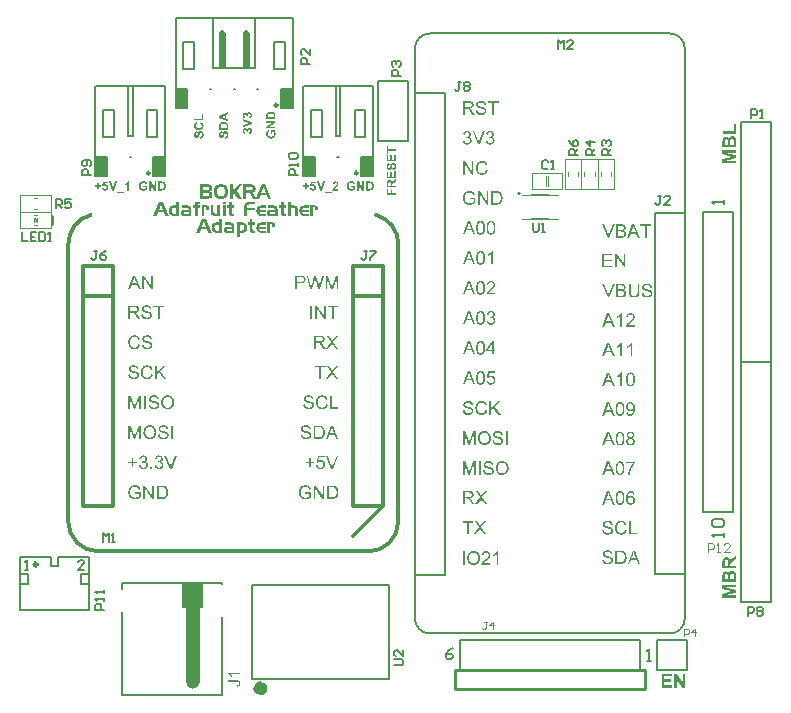
<source format=gto>
G04 Layer_Color=65535*
%FSLAX25Y25*%
%MOIN*%
G70*
G01*
G75*
%ADD15C,0.03937*%
%ADD16C,0.00787*%
%ADD17C,0.00800*%
%ADD19C,0.01969*%
%ADD20C,0.01000*%
%ADD34C,0.00984*%
%ADD42C,0.01181*%
%ADD43C,0.00591*%
%ADD49C,0.01200*%
%ADD50C,0.00472*%
%ADD51C,0.00394*%
%ADD52C,0.00500*%
%ADD53R,0.06299X0.08268*%
%ADD54R,0.03937X0.06299*%
G36*
X108900Y69773D02*
X109030Y69766D01*
X109160Y69753D01*
X109289Y69734D01*
X109399Y69714D01*
X109406D01*
X109419Y69708D01*
X109438D01*
X109464Y69695D01*
X109536Y69675D01*
X109626Y69643D01*
X109730Y69598D01*
X109840Y69539D01*
X109950Y69475D01*
X110054Y69390D01*
X110060Y69384D01*
X110067Y69377D01*
X110086Y69358D01*
X110112Y69339D01*
X110177Y69274D01*
X110255Y69183D01*
X110339Y69073D01*
X110430Y68943D01*
X110514Y68794D01*
X110585Y68626D01*
Y68619D01*
X110592Y68606D01*
X110605Y68580D01*
X110611Y68542D01*
X110631Y68496D01*
X110644Y68444D01*
X110657Y68386D01*
X110676Y68315D01*
X110696Y68243D01*
X110708Y68159D01*
X110741Y67978D01*
X110760Y67777D01*
X110767Y67557D01*
Y67550D01*
Y67537D01*
Y67505D01*
Y67472D01*
X110760Y67427D01*
Y67375D01*
X110754Y67252D01*
X110734Y67110D01*
X110715Y66960D01*
X110682Y66805D01*
X110644Y66649D01*
Y66643D01*
X110637Y66630D01*
X110631Y66610D01*
X110624Y66585D01*
X110598Y66513D01*
X110559Y66423D01*
X110521Y66319D01*
X110469Y66215D01*
X110404Y66105D01*
X110339Y66001D01*
X110333Y65988D01*
X110307Y65956D01*
X110268Y65911D01*
X110216Y65852D01*
X110158Y65788D01*
X110086Y65723D01*
X110015Y65652D01*
X109931Y65593D01*
X109918Y65587D01*
X109892Y65567D01*
X109847Y65541D01*
X109782Y65509D01*
X109704Y65470D01*
X109613Y65438D01*
X109510Y65399D01*
X109393Y65366D01*
X109380D01*
X109361Y65360D01*
X109341Y65353D01*
X109276Y65347D01*
X109186Y65334D01*
X109082Y65321D01*
X108959Y65308D01*
X108823Y65302D01*
X108674Y65295D01*
X107060D01*
Y69779D01*
X108784D01*
X108900Y69773D01*
D02*
G37*
G36*
X106062Y65295D02*
X105447D01*
X103101Y68814D01*
Y65295D01*
X102531D01*
Y69779D01*
X103140D01*
X105492Y66254D01*
Y69779D01*
X106062D01*
Y65295D01*
D02*
G37*
G36*
X99874Y69850D02*
X99926D01*
X100049Y69837D01*
X100185Y69818D01*
X100328Y69786D01*
X100483Y69747D01*
X100632Y69695D01*
X100638D01*
X100652Y69688D01*
X100671Y69682D01*
X100697Y69669D01*
X100768Y69630D01*
X100859Y69585D01*
X100956Y69520D01*
X101060Y69442D01*
X101157Y69358D01*
X101248Y69254D01*
X101261Y69241D01*
X101286Y69203D01*
X101325Y69144D01*
X101377Y69060D01*
X101429Y68956D01*
X101487Y68827D01*
X101546Y68684D01*
X101591Y68522D01*
X101053Y68379D01*
Y68386D01*
X101047Y68392D01*
X101040Y68412D01*
X101034Y68438D01*
X101014Y68496D01*
X100988Y68574D01*
X100950Y68665D01*
X100904Y68749D01*
X100859Y68840D01*
X100801Y68917D01*
X100794Y68924D01*
X100775Y68950D01*
X100736Y68982D01*
X100690Y69028D01*
X100632Y69079D01*
X100554Y69131D01*
X100470Y69183D01*
X100373Y69228D01*
X100360Y69235D01*
X100328Y69248D01*
X100269Y69267D01*
X100191Y69293D01*
X100101Y69313D01*
X99997Y69332D01*
X99880Y69345D01*
X99757Y69352D01*
X99686D01*
X99654Y69345D01*
X99615D01*
X99518Y69339D01*
X99407Y69319D01*
X99284Y69300D01*
X99168Y69267D01*
X99051Y69222D01*
X99038Y69216D01*
X98999Y69203D01*
X98947Y69170D01*
X98882Y69138D01*
X98805Y69086D01*
X98720Y69034D01*
X98643Y68969D01*
X98571Y68898D01*
X98565Y68892D01*
X98539Y68866D01*
X98507Y68820D01*
X98468Y68768D01*
X98422Y68704D01*
X98377Y68626D01*
X98332Y68542D01*
X98286Y68451D01*
Y68444D01*
X98280Y68431D01*
X98273Y68412D01*
X98260Y68379D01*
X98247Y68341D01*
X98234Y68295D01*
X98215Y68243D01*
X98202Y68185D01*
X98170Y68049D01*
X98144Y67894D01*
X98124Y67732D01*
X98118Y67550D01*
Y67544D01*
Y67524D01*
Y67492D01*
X98124Y67453D01*
Y67401D01*
X98131Y67336D01*
X98137Y67272D01*
X98144Y67200D01*
X98170Y67038D01*
X98202Y66870D01*
X98254Y66701D01*
X98319Y66539D01*
Y66533D01*
X98332Y66520D01*
X98338Y66500D01*
X98357Y66474D01*
X98403Y66403D01*
X98474Y66312D01*
X98558Y66215D01*
X98662Y66118D01*
X98785Y66027D01*
X98921Y65943D01*
X98928D01*
X98941Y65937D01*
X98960Y65924D01*
X98993Y65911D01*
X99025Y65898D01*
X99070Y65885D01*
X99174Y65846D01*
X99304Y65813D01*
X99446Y65781D01*
X99602Y65755D01*
X99764Y65749D01*
X99828D01*
X99867Y65755D01*
X99906D01*
X100004Y65768D01*
X100120Y65781D01*
X100243Y65807D01*
X100379Y65846D01*
X100515Y65891D01*
X100522D01*
X100535Y65898D01*
X100548Y65904D01*
X100574Y65917D01*
X100645Y65949D01*
X100723Y65988D01*
X100813Y66034D01*
X100911Y66086D01*
X101001Y66144D01*
X101079Y66209D01*
Y67051D01*
X99757D01*
Y67582D01*
X101662D01*
Y65917D01*
X101656Y65911D01*
X101643Y65904D01*
X101617Y65885D01*
X101585Y65859D01*
X101546Y65833D01*
X101500Y65800D01*
X101442Y65762D01*
X101384Y65723D01*
X101248Y65639D01*
X101092Y65548D01*
X100930Y65464D01*
X100755Y65392D01*
X100749D01*
X100736Y65386D01*
X100710Y65379D01*
X100677Y65366D01*
X100632Y65353D01*
X100580Y65334D01*
X100522Y65321D01*
X100463Y65308D01*
X100321Y65276D01*
X100159Y65243D01*
X99984Y65224D01*
X99803Y65217D01*
X99738D01*
X99692Y65224D01*
X99634D01*
X99563Y65230D01*
X99485Y65243D01*
X99401Y65250D01*
X99213Y65289D01*
X99012Y65334D01*
X98805Y65405D01*
X98701Y65444D01*
X98597Y65496D01*
X98591Y65502D01*
X98571Y65509D01*
X98545Y65528D01*
X98507Y65548D01*
X98461Y65580D01*
X98416Y65613D01*
X98293Y65703D01*
X98163Y65820D01*
X98027Y65962D01*
X97897Y66124D01*
X97781Y66312D01*
Y66319D01*
X97768Y66338D01*
X97755Y66364D01*
X97736Y66410D01*
X97716Y66455D01*
X97697Y66520D01*
X97671Y66585D01*
X97645Y66662D01*
X97619Y66747D01*
X97593Y66844D01*
X97574Y66941D01*
X97554Y67045D01*
X97522Y67272D01*
X97509Y67511D01*
Y67518D01*
Y67544D01*
Y67576D01*
X97515Y67621D01*
Y67680D01*
X97522Y67751D01*
X97535Y67822D01*
X97541Y67906D01*
X97561Y67997D01*
X97574Y68094D01*
X97625Y68302D01*
X97690Y68516D01*
X97781Y68730D01*
X97787Y68736D01*
X97794Y68755D01*
X97807Y68781D01*
X97833Y68820D01*
X97859Y68872D01*
X97891Y68924D01*
X97982Y69047D01*
X98092Y69190D01*
X98228Y69326D01*
X98383Y69462D01*
X98474Y69520D01*
X98565Y69578D01*
X98571Y69585D01*
X98591Y69591D01*
X98617Y69604D01*
X98656Y69624D01*
X98707Y69643D01*
X98766Y69669D01*
X98831Y69695D01*
X98908Y69721D01*
X98993Y69747D01*
X99083Y69766D01*
X99181Y69792D01*
X99284Y69812D01*
X99511Y69844D01*
X99628Y69857D01*
X99835D01*
X99874Y69850D01*
D02*
G37*
G36*
X109062Y107647D02*
X110740Y105295D01*
X110008D01*
X108874Y106889D01*
X108868Y106896D01*
X108855Y106915D01*
X108842Y106941D01*
X108816Y106973D01*
X108757Y107064D01*
X108693Y107161D01*
X108686Y107155D01*
X108667Y107129D01*
X108641Y107090D01*
X108608Y107038D01*
X108537Y106934D01*
X108505Y106889D01*
X108479Y106850D01*
X107345Y105295D01*
X106632D01*
X108362Y107615D01*
X106833Y109779D01*
X107539D01*
X108356Y108626D01*
Y108619D01*
X108369Y108613D01*
X108382Y108593D01*
X108401Y108568D01*
X108440Y108503D01*
X108498Y108425D01*
X108557Y108334D01*
X108615Y108244D01*
X108667Y108159D01*
X108712Y108081D01*
X108719Y108094D01*
X108738Y108120D01*
X108771Y108172D01*
X108816Y108237D01*
X108868Y108308D01*
X108932Y108399D01*
X108997Y108490D01*
X109075Y108587D01*
X109969Y109779D01*
X110617D01*
X109062Y107647D01*
D02*
G37*
G36*
X104708Y119773D02*
X104766D01*
X104902Y119766D01*
X105044Y119747D01*
X105200Y119727D01*
X105343Y119695D01*
X105414Y119676D01*
X105472Y119656D01*
X105479D01*
X105485Y119650D01*
X105524Y119630D01*
X105582Y119604D01*
X105654Y119559D01*
X105731Y119501D01*
X105816Y119423D01*
X105893Y119332D01*
X105971Y119228D01*
Y119222D01*
X105978Y119216D01*
X106003Y119177D01*
X106029Y119112D01*
X106068Y119027D01*
X106101Y118930D01*
X106133Y118814D01*
X106153Y118691D01*
X106159Y118554D01*
Y118548D01*
Y118535D01*
Y118509D01*
X106153Y118477D01*
Y118431D01*
X106146Y118386D01*
X106120Y118276D01*
X106081Y118146D01*
X106029Y118010D01*
X105952Y117874D01*
X105900Y117809D01*
X105848Y117745D01*
X105842Y117738D01*
X105835Y117731D01*
X105816Y117712D01*
X105790Y117693D01*
X105757Y117667D01*
X105718Y117641D01*
X105667Y117608D01*
X105615Y117570D01*
X105550Y117537D01*
X105479Y117505D01*
X105401Y117466D01*
X105317Y117434D01*
X105219Y117408D01*
X105122Y117375D01*
X105012Y117356D01*
X104895Y117336D01*
X104908Y117330D01*
X104934Y117317D01*
X104973Y117291D01*
X105025Y117265D01*
X105142Y117194D01*
X105200Y117148D01*
X105252Y117110D01*
X105265Y117096D01*
X105297Y117064D01*
X105349Y117012D01*
X105414Y116947D01*
X105485Y116857D01*
X105569Y116760D01*
X105654Y116643D01*
X105744Y116513D01*
X106516Y115295D01*
X105777D01*
X105187Y116228D01*
Y116235D01*
X105174Y116248D01*
X105161Y116267D01*
X105142Y116293D01*
X105096Y116364D01*
X105038Y116455D01*
X104967Y116552D01*
X104895Y116656D01*
X104824Y116753D01*
X104759Y116844D01*
X104753Y116850D01*
X104734Y116876D01*
X104701Y116915D01*
X104656Y116960D01*
X104559Y117058D01*
X104507Y117103D01*
X104455Y117142D01*
X104448Y117148D01*
X104435Y117155D01*
X104410Y117168D01*
X104371Y117187D01*
X104332Y117207D01*
X104286Y117226D01*
X104183Y117259D01*
X104176D01*
X104163Y117265D01*
X104137D01*
X104105Y117271D01*
X104060Y117278D01*
X104008D01*
X103936Y117284D01*
X103172D01*
Y115295D01*
X102576D01*
Y119779D01*
X104656D01*
X104708Y119773D01*
D02*
G37*
G36*
X109062Y117647D02*
X110740Y115295D01*
X110008D01*
X108874Y116889D01*
X108868Y116896D01*
X108855Y116915D01*
X108842Y116941D01*
X108816Y116973D01*
X108757Y117064D01*
X108693Y117161D01*
X108686Y117155D01*
X108667Y117129D01*
X108641Y117090D01*
X108608Y117038D01*
X108537Y116935D01*
X108505Y116889D01*
X108479Y116850D01*
X107345Y115295D01*
X106632D01*
X108362Y117615D01*
X106833Y119779D01*
X107539D01*
X108356Y118626D01*
Y118619D01*
X108369Y118613D01*
X108382Y118593D01*
X108401Y118568D01*
X108440Y118503D01*
X108498Y118425D01*
X108557Y118334D01*
X108615Y118244D01*
X108667Y118159D01*
X108712Y118081D01*
X108719Y118094D01*
X108738Y118120D01*
X108771Y118172D01*
X108816Y118237D01*
X108868Y118308D01*
X108932Y118399D01*
X108997Y118490D01*
X109075Y118587D01*
X109969Y119779D01*
X110617D01*
X109062Y117647D01*
D02*
G37*
G36*
X106477Y109248D02*
X104999D01*
Y105295D01*
X104403D01*
Y109248D01*
X102926D01*
Y109779D01*
X106477D01*
Y109248D01*
D02*
G37*
G36*
X106146Y79196D02*
X104351D01*
X104111Y77984D01*
X104118Y77991D01*
X104131Y77997D01*
X104150Y78010D01*
X104183Y78030D01*
X104221Y78049D01*
X104267Y78075D01*
X104371Y78127D01*
X104500Y78179D01*
X104643Y78224D01*
X104798Y78256D01*
X104876Y78269D01*
X105019D01*
X105058Y78263D01*
X105109Y78256D01*
X105168Y78250D01*
X105232Y78237D01*
X105304Y78218D01*
X105459Y78172D01*
X105543Y78140D01*
X105628Y78094D01*
X105712Y78049D01*
X105796Y77997D01*
X105874Y77932D01*
X105952Y77861D01*
X105958Y77855D01*
X105971Y77842D01*
X105991Y77822D01*
X106017Y77790D01*
X106049Y77745D01*
X106081Y77699D01*
X106120Y77641D01*
X106159Y77576D01*
X106192Y77505D01*
X106230Y77427D01*
X106263Y77336D01*
X106295Y77246D01*
X106321Y77148D01*
X106341Y77038D01*
X106353Y76928D01*
X106360Y76811D01*
Y76805D01*
Y76785D01*
Y76753D01*
X106353Y76708D01*
X106347Y76656D01*
X106341Y76598D01*
X106327Y76526D01*
X106315Y76455D01*
X106276Y76287D01*
X106211Y76112D01*
X106172Y76021D01*
X106120Y75937D01*
X106068Y75846D01*
X106003Y75762D01*
X105997Y75755D01*
X105984Y75736D01*
X105958Y75710D01*
X105926Y75677D01*
X105880Y75639D01*
X105829Y75587D01*
X105764Y75541D01*
X105693Y75489D01*
X105615Y75438D01*
X105524Y75392D01*
X105427Y75347D01*
X105323Y75301D01*
X105213Y75269D01*
X105090Y75243D01*
X104960Y75224D01*
X104824Y75217D01*
X104766D01*
X104720Y75224D01*
X104669Y75230D01*
X104610Y75237D01*
X104539Y75243D01*
X104468Y75263D01*
X104306Y75301D01*
X104144Y75360D01*
X104060Y75399D01*
X103975Y75444D01*
X103898Y75496D01*
X103820Y75554D01*
X103813Y75561D01*
X103800Y75567D01*
X103787Y75593D01*
X103761Y75619D01*
X103729Y75652D01*
X103697Y75690D01*
X103658Y75742D01*
X103625Y75801D01*
X103586Y75859D01*
X103548Y75930D01*
X103476Y76086D01*
X103418Y76267D01*
X103399Y76364D01*
X103386Y76468D01*
X103962Y76513D01*
Y76507D01*
Y76494D01*
X103969Y76474D01*
X103975Y76442D01*
X103995Y76371D01*
X104021Y76274D01*
X104060Y76176D01*
X104111Y76066D01*
X104176Y75969D01*
X104254Y75878D01*
X104267Y75872D01*
X104293Y75846D01*
X104345Y75814D01*
X104416Y75775D01*
X104494Y75736D01*
X104591Y75703D01*
X104701Y75677D01*
X104824Y75671D01*
X104863D01*
X104889Y75677D01*
X104967Y75684D01*
X105058Y75710D01*
X105168Y75742D01*
X105278Y75794D01*
X105394Y75872D01*
X105446Y75917D01*
X105498Y75969D01*
X105505Y75976D01*
X105511Y75982D01*
X105524Y76001D01*
X105543Y76021D01*
X105589Y76092D01*
X105641Y76183D01*
X105686Y76293D01*
X105731Y76429D01*
X105764Y76591D01*
X105777Y76675D01*
Y76766D01*
Y76772D01*
Y76785D01*
Y76811D01*
X105770Y76844D01*
Y76883D01*
X105764Y76928D01*
X105744Y77032D01*
X105712Y77155D01*
X105667Y77278D01*
X105602Y77395D01*
X105511Y77505D01*
Y77511D01*
X105498Y77518D01*
X105466Y77550D01*
X105407Y77596D01*
X105330Y77647D01*
X105226Y77693D01*
X105109Y77738D01*
X104973Y77770D01*
X104895Y77783D01*
X104772D01*
X104720Y77777D01*
X104656Y77770D01*
X104578Y77751D01*
X104500Y77732D01*
X104416Y77699D01*
X104332Y77660D01*
X104325Y77654D01*
X104299Y77641D01*
X104260Y77608D01*
X104209Y77576D01*
X104157Y77531D01*
X104105Y77472D01*
X104047Y77414D01*
X104001Y77343D01*
X103483Y77414D01*
X103917Y79721D01*
X106146D01*
Y79196D01*
D02*
G37*
G36*
X98325Y139773D02*
X98435Y139766D01*
X98551Y139760D01*
X98662Y139747D01*
X98759Y139734D01*
X98772D01*
X98817Y139721D01*
X98875Y139708D01*
X98953Y139689D01*
X99037Y139656D01*
X99128Y139617D01*
X99225Y139572D01*
X99310Y139520D01*
X99323Y139514D01*
X99349Y139494D01*
X99388Y139455D01*
X99439Y139410D01*
X99498Y139351D01*
X99556Y139274D01*
X99621Y139190D01*
X99673Y139092D01*
X99679Y139079D01*
X99692Y139047D01*
X99718Y138989D01*
X99744Y138911D01*
X99763Y138820D01*
X99789Y138716D01*
X99802Y138600D01*
X99809Y138477D01*
Y138470D01*
Y138451D01*
Y138425D01*
X99802Y138380D01*
X99796Y138334D01*
X99789Y138276D01*
X99776Y138211D01*
X99763Y138140D01*
X99718Y137991D01*
X99692Y137913D01*
X99653Y137829D01*
X99608Y137744D01*
X99562Y137667D01*
X99504Y137589D01*
X99439Y137511D01*
X99433Y137505D01*
X99420Y137492D01*
X99400Y137472D01*
X99368Y137453D01*
X99329Y137420D01*
X99277Y137388D01*
X99212Y137349D01*
X99141Y137317D01*
X99057Y137278D01*
X98960Y137239D01*
X98856Y137207D01*
X98733Y137181D01*
X98603Y137155D01*
X98461Y137135D01*
X98299Y137122D01*
X98130Y137116D01*
X96983D01*
Y135295D01*
X96387D01*
Y139779D01*
X98228D01*
X98325Y139773D01*
D02*
G37*
G36*
X104695Y135295D02*
X104111D01*
X103172Y138710D01*
Y138716D01*
X103165Y138730D01*
X103159Y138749D01*
X103152Y138781D01*
X103133Y138853D01*
X103113Y138937D01*
X103087Y139028D01*
X103062Y139112D01*
X103042Y139183D01*
X103036Y139216D01*
X103029Y139235D01*
Y139228D01*
X103023Y139222D01*
X103016Y139183D01*
X103003Y139125D01*
X102984Y139053D01*
X102964Y138976D01*
X102938Y138885D01*
X102919Y138794D01*
X102893Y138710D01*
X101947Y135295D01*
X101325D01*
X100152Y139779D01*
X100768D01*
X101435Y136837D01*
Y136831D01*
X101442Y136818D01*
X101448Y136792D01*
X101455Y136759D01*
X101461Y136714D01*
X101474Y136669D01*
X101487Y136610D01*
X101500Y136546D01*
X101532Y136410D01*
X101565Y136254D01*
X101597Y136086D01*
X101629Y135917D01*
Y135924D01*
X101636Y135950D01*
X101649Y135982D01*
X101655Y136034D01*
X101668Y136086D01*
X101688Y136150D01*
X101720Y136293D01*
X101759Y136435D01*
X101772Y136507D01*
X101792Y136572D01*
X101804Y136630D01*
X101818Y136682D01*
X101830Y136721D01*
X101837Y136747D01*
X102686Y139779D01*
X103405D01*
X104040Y137505D01*
Y137498D01*
X104053Y137466D01*
X104066Y137420D01*
X104079Y137362D01*
X104098Y137284D01*
X104124Y137200D01*
X104150Y137103D01*
X104176Y136993D01*
X104209Y136870D01*
X104235Y136747D01*
X104293Y136481D01*
X104351Y136202D01*
X104396Y135917D01*
Y135924D01*
X104403Y135937D01*
Y135962D01*
X104416Y135995D01*
X104422Y136034D01*
X104435Y136079D01*
X104442Y136137D01*
X104461Y136202D01*
X104494Y136345D01*
X104533Y136513D01*
X104571Y136695D01*
X104623Y136896D01*
X105323Y139779D01*
X105926D01*
X104695Y135295D01*
D02*
G37*
G36*
X110740D02*
X110170D01*
Y139047D01*
X108861Y135295D01*
X108330D01*
X107034Y139112D01*
Y135295D01*
X106464D01*
Y139779D01*
X107351D01*
X108414Y136598D01*
Y136591D01*
X108421Y136578D01*
X108427Y136559D01*
X108440Y136526D01*
X108466Y136449D01*
X108498Y136351D01*
X108531Y136241D01*
X108570Y136131D01*
X108602Y136027D01*
X108628Y135937D01*
X108634Y135950D01*
X108641Y135982D01*
X108660Y136040D01*
X108686Y136118D01*
X108719Y136222D01*
X108764Y136345D01*
X108809Y136487D01*
X108868Y136656D01*
X109943Y139779D01*
X110740D01*
Y135295D01*
D02*
G37*
G36*
X48906Y135295D02*
X48290D01*
X45944Y138814D01*
Y135295D01*
X45374D01*
Y139779D01*
X45983D01*
X48336Y136254D01*
Y139779D01*
X48906D01*
Y135295D01*
D02*
G37*
G36*
X108991Y75295D02*
X108369D01*
X106632Y79779D01*
X107280D01*
X108447Y76520D01*
Y76513D01*
X108453Y76500D01*
X108459Y76481D01*
X108472Y76455D01*
X108479Y76416D01*
X108492Y76377D01*
X108524Y76280D01*
X108563Y76170D01*
X108602Y76047D01*
X108680Y75788D01*
Y75794D01*
X108686Y75807D01*
X108693Y75826D01*
X108699Y75852D01*
X108719Y75924D01*
X108751Y76021D01*
X108783Y76131D01*
X108822Y76254D01*
X108868Y76384D01*
X108920Y76520D01*
X110138Y79779D01*
X110740D01*
X108991Y75295D01*
D02*
G37*
G36*
X101545Y77764D02*
X102763D01*
Y77252D01*
X101545D01*
Y76021D01*
X101027D01*
Y77252D01*
X99809D01*
Y77764D01*
X101027D01*
Y78982D01*
X101545D01*
Y77764D01*
D02*
G37*
G36*
X44901Y135295D02*
X44227D01*
X43702Y136656D01*
X41823D01*
X41337Y135295D01*
X40709D01*
X42419Y139779D01*
X43067D01*
X44901Y135295D01*
D02*
G37*
G36*
X45828Y79792D02*
X45912Y79779D01*
X46016Y79760D01*
X46132Y79728D01*
X46249Y79689D01*
X46366Y79637D01*
X46372D01*
X46379Y79630D01*
X46417Y79611D01*
X46476Y79572D01*
X46541Y79527D01*
X46618Y79462D01*
X46696Y79391D01*
X46774Y79306D01*
X46839Y79209D01*
X46845Y79196D01*
X46865Y79164D01*
X46891Y79105D01*
X46923Y79034D01*
X46955Y78950D01*
X46981Y78853D01*
X47001Y78742D01*
X47007Y78632D01*
Y78619D01*
Y78580D01*
X47001Y78529D01*
X46988Y78457D01*
X46968Y78373D01*
X46936Y78282D01*
X46897Y78192D01*
X46845Y78101D01*
X46839Y78088D01*
X46819Y78062D01*
X46780Y78017D01*
X46729Y77965D01*
X46664Y77907D01*
X46586Y77842D01*
X46495Y77784D01*
X46385Y77725D01*
X46392D01*
X46405Y77719D01*
X46424Y77712D01*
X46450Y77706D01*
X46521Y77680D01*
X46612Y77641D01*
X46716Y77589D01*
X46819Y77524D01*
X46916Y77440D01*
X47007Y77343D01*
X47014Y77330D01*
X47040Y77291D01*
X47078Y77226D01*
X47117Y77142D01*
X47156Y77038D01*
X47195Y76915D01*
X47221Y76773D01*
X47227Y76617D01*
Y76611D01*
Y76591D01*
Y76559D01*
X47221Y76520D01*
X47215Y76468D01*
X47202Y76410D01*
X47189Y76345D01*
X47176Y76274D01*
X47124Y76118D01*
X47085Y76034D01*
X47046Y75956D01*
X46994Y75872D01*
X46936Y75788D01*
X46871Y75703D01*
X46793Y75626D01*
X46787Y75619D01*
X46774Y75606D01*
X46748Y75587D01*
X46716Y75561D01*
X46677Y75529D01*
X46625Y75496D01*
X46567Y75457D01*
X46495Y75425D01*
X46424Y75386D01*
X46340Y75347D01*
X46255Y75315D01*
X46158Y75282D01*
X46055Y75256D01*
X45944Y75237D01*
X45834Y75224D01*
X45711Y75217D01*
X45653D01*
X45614Y75224D01*
X45562Y75230D01*
X45504Y75237D01*
X45439Y75250D01*
X45368Y75263D01*
X45212Y75302D01*
X45050Y75366D01*
X44966Y75405D01*
X44888Y75451D01*
X44811Y75509D01*
X44733Y75567D01*
X44726Y75574D01*
X44713Y75587D01*
X44694Y75606D01*
X44674Y75632D01*
X44642Y75665D01*
X44610Y75710D01*
X44571Y75755D01*
X44532Y75814D01*
X44493Y75878D01*
X44454Y75943D01*
X44383Y76099D01*
X44324Y76280D01*
X44305Y76377D01*
X44292Y76481D01*
X44843Y76552D01*
Y76546D01*
X44849Y76533D01*
X44856Y76507D01*
X44862Y76474D01*
X44869Y76436D01*
X44882Y76390D01*
X44914Y76293D01*
X44960Y76177D01*
X45018Y76066D01*
X45083Y75963D01*
X45160Y75872D01*
X45173Y75865D01*
X45199Y75840D01*
X45251Y75807D01*
X45316Y75775D01*
X45394Y75736D01*
X45491Y75703D01*
X45601Y75678D01*
X45718Y75671D01*
X45757D01*
X45783Y75678D01*
X45854Y75684D01*
X45944Y75703D01*
X46048Y75736D01*
X46158Y75781D01*
X46268Y75846D01*
X46372Y75937D01*
X46385Y75950D01*
X46417Y75989D01*
X46456Y76047D01*
X46508Y76125D01*
X46560Y76222D01*
X46599Y76332D01*
X46631Y76462D01*
X46644Y76604D01*
Y76611D01*
Y76624D01*
Y76643D01*
X46638Y76669D01*
X46631Y76740D01*
X46612Y76824D01*
X46586Y76928D01*
X46541Y77032D01*
X46476Y77135D01*
X46392Y77233D01*
X46379Y77246D01*
X46346Y77272D01*
X46294Y77311D01*
X46223Y77356D01*
X46132Y77401D01*
X46022Y77440D01*
X45899Y77466D01*
X45763Y77479D01*
X45705D01*
X45659Y77473D01*
X45601Y77466D01*
X45536Y77453D01*
X45458Y77440D01*
X45374Y77421D01*
X45439Y77907D01*
X45471D01*
X45497Y77900D01*
X45582D01*
X45653Y77913D01*
X45737Y77926D01*
X45834Y77946D01*
X45944Y77978D01*
X46048Y78023D01*
X46158Y78082D01*
X46165D01*
X46171Y78088D01*
X46204Y78114D01*
X46249Y78159D01*
X46301Y78218D01*
X46353Y78302D01*
X46398Y78399D01*
X46431Y78509D01*
X46443Y78574D01*
Y78645D01*
Y78652D01*
Y78658D01*
Y78697D01*
X46431Y78749D01*
X46417Y78820D01*
X46392Y78898D01*
X46359Y78982D01*
X46307Y79066D01*
X46236Y79144D01*
X46230Y79151D01*
X46197Y79177D01*
X46152Y79209D01*
X46093Y79248D01*
X46016Y79280D01*
X45925Y79313D01*
X45821Y79339D01*
X45705Y79345D01*
X45653D01*
X45595Y79332D01*
X45517Y79319D01*
X45433Y79293D01*
X45348Y79261D01*
X45258Y79209D01*
X45173Y79144D01*
X45167Y79138D01*
X45141Y79105D01*
X45102Y79060D01*
X45057Y78995D01*
X45011Y78911D01*
X44966Y78807D01*
X44927Y78684D01*
X44901Y78542D01*
X44350Y78639D01*
Y78645D01*
X44357Y78665D01*
X44363Y78691D01*
X44370Y78730D01*
X44383Y78775D01*
X44402Y78827D01*
X44441Y78950D01*
X44506Y79093D01*
X44584Y79235D01*
X44681Y79371D01*
X44804Y79494D01*
X44811Y79501D01*
X44823Y79507D01*
X44843Y79520D01*
X44869Y79540D01*
X44901Y79566D01*
X44947Y79591D01*
X44992Y79617D01*
X45050Y79650D01*
X45180Y79702D01*
X45329Y79753D01*
X45504Y79786D01*
X45595Y79799D01*
X45757D01*
X45828Y79792D01*
D02*
G37*
G36*
X51057D02*
X51141Y79779D01*
X51245Y79760D01*
X51362Y79728D01*
X51478Y79689D01*
X51595Y79637D01*
X51601D01*
X51608Y79630D01*
X51647Y79611D01*
X51705Y79572D01*
X51770Y79527D01*
X51848Y79462D01*
X51925Y79391D01*
X52003Y79306D01*
X52068Y79209D01*
X52075Y79196D01*
X52094Y79164D01*
X52120Y79105D01*
X52152Y79034D01*
X52185Y78950D01*
X52211Y78853D01*
X52230Y78742D01*
X52237Y78632D01*
Y78619D01*
Y78580D01*
X52230Y78529D01*
X52217Y78457D01*
X52198Y78373D01*
X52165Y78282D01*
X52126Y78192D01*
X52075Y78101D01*
X52068Y78088D01*
X52049Y78062D01*
X52010Y78017D01*
X51958Y77965D01*
X51893Y77907D01*
X51815Y77842D01*
X51725Y77784D01*
X51614Y77725D01*
X51621D01*
X51634Y77719D01*
X51653Y77712D01*
X51679Y77706D01*
X51751Y77680D01*
X51841Y77641D01*
X51945Y77589D01*
X52049Y77524D01*
X52146Y77440D01*
X52237Y77343D01*
X52243Y77330D01*
X52269Y77291D01*
X52308Y77226D01*
X52347Y77142D01*
X52386Y77038D01*
X52425Y76915D01*
X52450Y76773D01*
X52457Y76617D01*
Y76611D01*
Y76591D01*
Y76559D01*
X52450Y76520D01*
X52444Y76468D01*
X52431Y76410D01*
X52418Y76345D01*
X52405Y76274D01*
X52353Y76118D01*
X52314Y76034D01*
X52275Y75956D01*
X52224Y75872D01*
X52165Y75788D01*
X52100Y75703D01*
X52023Y75626D01*
X52016Y75619D01*
X52003Y75606D01*
X51977Y75587D01*
X51945Y75561D01*
X51906Y75529D01*
X51854Y75496D01*
X51796Y75457D01*
X51725Y75425D01*
X51653Y75386D01*
X51569Y75347D01*
X51485Y75315D01*
X51388Y75282D01*
X51284Y75256D01*
X51174Y75237D01*
X51064Y75224D01*
X50941Y75217D01*
X50882D01*
X50843Y75224D01*
X50792Y75230D01*
X50733Y75237D01*
X50668Y75250D01*
X50597Y75263D01*
X50442Y75302D01*
X50280Y75366D01*
X50195Y75405D01*
X50118Y75451D01*
X50040Y75509D01*
X49962Y75567D01*
X49956Y75574D01*
X49943Y75587D01*
X49923Y75606D01*
X49904Y75632D01*
X49871Y75665D01*
X49839Y75710D01*
X49800Y75755D01*
X49761Y75814D01*
X49722Y75878D01*
X49683Y75943D01*
X49612Y76099D01*
X49554Y76280D01*
X49534Y76377D01*
X49521Y76481D01*
X50072Y76552D01*
Y76546D01*
X50079Y76533D01*
X50085Y76507D01*
X50092Y76474D01*
X50098Y76436D01*
X50111Y76390D01*
X50143Y76293D01*
X50189Y76177D01*
X50247Y76066D01*
X50312Y75963D01*
X50390Y75872D01*
X50403Y75865D01*
X50429Y75840D01*
X50481Y75807D01*
X50545Y75775D01*
X50623Y75736D01*
X50720Y75703D01*
X50830Y75678D01*
X50947Y75671D01*
X50986D01*
X51012Y75678D01*
X51083Y75684D01*
X51174Y75703D01*
X51278Y75736D01*
X51388Y75781D01*
X51498Y75846D01*
X51601Y75937D01*
X51614Y75950D01*
X51647Y75989D01*
X51686Y76047D01*
X51738Y76125D01*
X51789Y76222D01*
X51828Y76332D01*
X51861Y76462D01*
X51874Y76604D01*
Y76611D01*
Y76624D01*
Y76643D01*
X51867Y76669D01*
X51861Y76740D01*
X51841Y76824D01*
X51815Y76928D01*
X51770Y77032D01*
X51705Y77135D01*
X51621Y77233D01*
X51608Y77246D01*
X51576Y77272D01*
X51524Y77311D01*
X51452Y77356D01*
X51362Y77401D01*
X51252Y77440D01*
X51129Y77466D01*
X50992Y77479D01*
X50934D01*
X50889Y77473D01*
X50830Y77466D01*
X50766Y77453D01*
X50688Y77440D01*
X50604Y77421D01*
X50668Y77907D01*
X50701D01*
X50727Y77900D01*
X50811D01*
X50882Y77913D01*
X50967Y77926D01*
X51064Y77946D01*
X51174Y77978D01*
X51278Y78023D01*
X51388Y78082D01*
X51394D01*
X51401Y78088D01*
X51433Y78114D01*
X51478Y78159D01*
X51530Y78218D01*
X51582Y78302D01*
X51627Y78399D01*
X51660Y78509D01*
X51673Y78574D01*
Y78645D01*
Y78652D01*
Y78658D01*
Y78697D01*
X51660Y78749D01*
X51647Y78820D01*
X51621Y78898D01*
X51589Y78982D01*
X51537Y79066D01*
X51465Y79144D01*
X51459Y79151D01*
X51427Y79177D01*
X51381Y79209D01*
X51323Y79248D01*
X51245Y79280D01*
X51154Y79313D01*
X51051Y79339D01*
X50934Y79345D01*
X50882D01*
X50824Y79332D01*
X50746Y79319D01*
X50662Y79293D01*
X50578Y79261D01*
X50487Y79209D01*
X50403Y79144D01*
X50396Y79138D01*
X50370Y79105D01*
X50331Y79060D01*
X50286Y78995D01*
X50241Y78911D01*
X50195Y78807D01*
X50156Y78684D01*
X50131Y78542D01*
X49580Y78639D01*
Y78645D01*
X49586Y78665D01*
X49593Y78691D01*
X49599Y78730D01*
X49612Y78775D01*
X49632Y78827D01*
X49670Y78950D01*
X49735Y79093D01*
X49813Y79235D01*
X49910Y79371D01*
X50033Y79494D01*
X50040Y79501D01*
X50053Y79507D01*
X50072Y79520D01*
X50098Y79540D01*
X50131Y79566D01*
X50176Y79591D01*
X50221Y79617D01*
X50280Y79650D01*
X50409Y79702D01*
X50558Y79753D01*
X50733Y79786D01*
X50824Y79799D01*
X50986D01*
X51057Y79792D01*
D02*
G37*
G36*
X52100Y69773D02*
X52230Y69766D01*
X52360Y69753D01*
X52489Y69734D01*
X52599Y69714D01*
X52606D01*
X52619Y69708D01*
X52638D01*
X52664Y69695D01*
X52736Y69676D01*
X52826Y69643D01*
X52930Y69598D01*
X53040Y69540D01*
X53150Y69475D01*
X53254Y69390D01*
X53260Y69384D01*
X53267Y69378D01*
X53286Y69358D01*
X53312Y69339D01*
X53377Y69274D01*
X53455Y69183D01*
X53539Y69073D01*
X53630Y68943D01*
X53714Y68794D01*
X53785Y68626D01*
Y68619D01*
X53792Y68607D01*
X53805Y68581D01*
X53811Y68542D01*
X53831Y68496D01*
X53844Y68445D01*
X53857Y68386D01*
X53876Y68315D01*
X53895Y68244D01*
X53908Y68159D01*
X53941Y67978D01*
X53960Y67777D01*
X53967Y67557D01*
Y67550D01*
Y67537D01*
Y67505D01*
Y67472D01*
X53960Y67427D01*
Y67375D01*
X53954Y67252D01*
X53934Y67110D01*
X53915Y66961D01*
X53882Y66805D01*
X53844Y66650D01*
Y66643D01*
X53837Y66630D01*
X53831Y66611D01*
X53824Y66585D01*
X53798Y66513D01*
X53759Y66423D01*
X53720Y66319D01*
X53669Y66215D01*
X53604Y66105D01*
X53539Y66001D01*
X53533Y65988D01*
X53507Y65956D01*
X53468Y65911D01*
X53416Y65852D01*
X53358Y65788D01*
X53286Y65723D01*
X53215Y65652D01*
X53131Y65593D01*
X53118Y65587D01*
X53092Y65567D01*
X53047Y65541D01*
X52982Y65509D01*
X52904Y65470D01*
X52813Y65438D01*
X52710Y65399D01*
X52593Y65367D01*
X52580D01*
X52561Y65360D01*
X52541Y65354D01*
X52476Y65347D01*
X52386Y65334D01*
X52282Y65321D01*
X52159Y65308D01*
X52023Y65302D01*
X51874Y65295D01*
X50260D01*
Y69779D01*
X51984D01*
X52100Y69773D01*
D02*
G37*
G36*
X42445Y77764D02*
X43663D01*
Y77252D01*
X42445D01*
Y76021D01*
X41927D01*
Y77252D01*
X40709D01*
Y77764D01*
X41927D01*
Y78982D01*
X42445D01*
Y77764D01*
D02*
G37*
G36*
X52496Y89851D02*
X52541D01*
X52664Y89838D01*
X52800Y89818D01*
X52943Y89786D01*
X53098Y89747D01*
X53241Y89695D01*
X53247D01*
X53260Y89689D01*
X53280Y89676D01*
X53306Y89663D01*
X53371Y89630D01*
X53455Y89572D01*
X53552Y89507D01*
X53649Y89423D01*
X53740Y89326D01*
X53824Y89216D01*
Y89209D01*
X53831Y89203D01*
X53844Y89183D01*
X53857Y89164D01*
X53889Y89099D01*
X53928Y89015D01*
X53973Y88911D01*
X54006Y88788D01*
X54038Y88658D01*
X54051Y88516D01*
X53481Y88470D01*
Y88477D01*
Y88490D01*
X53474Y88509D01*
X53468Y88542D01*
X53448Y88613D01*
X53422Y88710D01*
X53383Y88814D01*
X53325Y88917D01*
X53254Y89015D01*
X53163Y89105D01*
X53150Y89112D01*
X53118Y89138D01*
X53053Y89177D01*
X52969Y89216D01*
X52859Y89254D01*
X52729Y89293D01*
X52567Y89319D01*
X52386Y89326D01*
X52295D01*
X52256Y89319D01*
X52204Y89313D01*
X52087Y89300D01*
X51958Y89274D01*
X51828Y89241D01*
X51705Y89190D01*
X51653Y89157D01*
X51601Y89125D01*
X51589Y89118D01*
X51563Y89092D01*
X51524Y89047D01*
X51485Y88995D01*
X51439Y88924D01*
X51401Y88846D01*
X51375Y88756D01*
X51362Y88652D01*
Y88639D01*
Y88613D01*
X51368Y88568D01*
X51381Y88516D01*
X51401Y88451D01*
X51433Y88386D01*
X51472Y88321D01*
X51530Y88257D01*
X51537Y88250D01*
X51569Y88231D01*
X51595Y88211D01*
X51621Y88198D01*
X51660Y88179D01*
X51705Y88153D01*
X51763Y88133D01*
X51828Y88108D01*
X51900Y88082D01*
X51984Y88049D01*
X52075Y88023D01*
X52178Y87991D01*
X52295Y87965D01*
X52425Y87932D01*
X52431D01*
X52457Y87926D01*
X52496Y87920D01*
X52541Y87907D01*
X52599Y87894D01*
X52671Y87874D01*
X52742Y87855D01*
X52820Y87835D01*
X52988Y87790D01*
X53150Y87745D01*
X53228Y87719D01*
X53299Y87693D01*
X53364Y87673D01*
X53416Y87647D01*
X53422D01*
X53435Y87641D01*
X53455Y87628D01*
X53481Y87615D01*
X53552Y87576D01*
X53636Y87524D01*
X53733Y87453D01*
X53831Y87375D01*
X53921Y87284D01*
X53999Y87187D01*
X54006Y87174D01*
X54031Y87142D01*
X54057Y87084D01*
X54096Y87006D01*
X54129Y86915D01*
X54161Y86805D01*
X54181Y86682D01*
X54187Y86552D01*
Y86546D01*
Y86539D01*
Y86520D01*
Y86494D01*
X54174Y86423D01*
X54161Y86332D01*
X54135Y86228D01*
X54103Y86118D01*
X54051Y86001D01*
X53980Y85878D01*
Y85872D01*
X53973Y85865D01*
X53941Y85826D01*
X53895Y85768D01*
X53831Y85703D01*
X53746Y85626D01*
X53643Y85541D01*
X53526Y85464D01*
X53390Y85392D01*
X53383D01*
X53371Y85386D01*
X53351Y85379D01*
X53325Y85366D01*
X53286Y85353D01*
X53241Y85334D01*
X53137Y85308D01*
X53014Y85276D01*
X52865Y85243D01*
X52703Y85224D01*
X52528Y85217D01*
X52425D01*
X52373Y85224D01*
X52314D01*
X52249Y85230D01*
X52172Y85237D01*
X52010Y85263D01*
X51841Y85289D01*
X51673Y85334D01*
X51511Y85392D01*
X51504D01*
X51491Y85399D01*
X51472Y85412D01*
X51446Y85425D01*
X51368Y85464D01*
X51278Y85522D01*
X51174Y85600D01*
X51064Y85690D01*
X50960Y85801D01*
X50863Y85924D01*
Y85930D01*
X50850Y85943D01*
X50843Y85963D01*
X50824Y85988D01*
X50811Y86021D01*
X50792Y86060D01*
X50746Y86157D01*
X50701Y86280D01*
X50662Y86416D01*
X50636Y86572D01*
X50623Y86734D01*
X51180Y86786D01*
Y86779D01*
Y86773D01*
X51187Y86753D01*
Y86727D01*
X51200Y86669D01*
X51219Y86585D01*
X51245Y86501D01*
X51271Y86403D01*
X51316Y86313D01*
X51362Y86228D01*
X51368Y86222D01*
X51388Y86196D01*
X51420Y86150D01*
X51472Y86105D01*
X51537Y86047D01*
X51608Y85988D01*
X51705Y85930D01*
X51809Y85878D01*
X51815D01*
X51822Y85872D01*
X51841Y85865D01*
X51861Y85859D01*
X51925Y85839D01*
X52010Y85814D01*
X52113Y85788D01*
X52230Y85768D01*
X52360Y85755D01*
X52502Y85749D01*
X52561D01*
X52625Y85755D01*
X52703Y85762D01*
X52794Y85775D01*
X52898Y85788D01*
X53001Y85814D01*
X53098Y85846D01*
X53111Y85852D01*
X53144Y85865D01*
X53189Y85891D01*
X53247Y85917D01*
X53306Y85963D01*
X53371Y86008D01*
X53435Y86060D01*
X53487Y86125D01*
X53494Y86131D01*
X53507Y86157D01*
X53526Y86189D01*
X53552Y86241D01*
X53578Y86293D01*
X53597Y86358D01*
X53610Y86429D01*
X53617Y86507D01*
Y86513D01*
Y86546D01*
X53610Y86585D01*
X53604Y86637D01*
X53584Y86688D01*
X53565Y86753D01*
X53533Y86818D01*
X53487Y86876D01*
X53481Y86883D01*
X53461Y86902D01*
X53435Y86928D01*
X53390Y86967D01*
X53338Y87006D01*
X53267Y87051D01*
X53183Y87097D01*
X53085Y87135D01*
X53079Y87142D01*
X53047Y87148D01*
X52995Y87168D01*
X52962Y87174D01*
X52917Y87187D01*
X52872Y87207D01*
X52813Y87220D01*
X52749Y87239D01*
X52671Y87259D01*
X52593Y87278D01*
X52502Y87304D01*
X52399Y87330D01*
X52288Y87356D01*
X52282D01*
X52263Y87362D01*
X52230Y87369D01*
X52191Y87382D01*
X52139Y87395D01*
X52081Y87408D01*
X51951Y87446D01*
X51809Y87492D01*
X51660Y87537D01*
X51530Y87583D01*
X51472Y87608D01*
X51420Y87634D01*
X51414D01*
X51407Y87641D01*
X51368Y87667D01*
X51310Y87699D01*
X51245Y87751D01*
X51167Y87809D01*
X51090Y87881D01*
X51012Y87965D01*
X50947Y88056D01*
X50941Y88069D01*
X50921Y88101D01*
X50895Y88153D01*
X50869Y88218D01*
X50843Y88302D01*
X50817Y88399D01*
X50798Y88503D01*
X50792Y88613D01*
Y88619D01*
Y88626D01*
Y88645D01*
Y88671D01*
X50805Y88736D01*
X50817Y88820D01*
X50837Y88917D01*
X50869Y89028D01*
X50915Y89138D01*
X50979Y89248D01*
Y89254D01*
X50986Y89261D01*
X51018Y89300D01*
X51064Y89352D01*
X51122Y89416D01*
X51200Y89488D01*
X51297Y89565D01*
X51414Y89637D01*
X51543Y89702D01*
X51550D01*
X51563Y89708D01*
X51582Y89714D01*
X51608Y89727D01*
X51640Y89741D01*
X51686Y89753D01*
X51783Y89779D01*
X51906Y89805D01*
X52049Y89831D01*
X52198Y89851D01*
X52366Y89857D01*
X52450D01*
X52496Y89851D01*
D02*
G37*
G36*
X48711Y75295D02*
X48083D01*
Y75924D01*
X48711D01*
Y75295D01*
D02*
G37*
G36*
X55120D02*
X54498D01*
X52761Y79779D01*
X53409D01*
X54576Y76520D01*
Y76513D01*
X54582Y76500D01*
X54589Y76481D01*
X54602Y76455D01*
X54608Y76416D01*
X54621Y76377D01*
X54654Y76280D01*
X54693Y76170D01*
X54731Y76047D01*
X54809Y75788D01*
Y75794D01*
X54816Y75807D01*
X54822Y75827D01*
X54829Y75853D01*
X54848Y75924D01*
X54880Y76021D01*
X54913Y76131D01*
X54952Y76254D01*
X54997Y76384D01*
X55049Y76520D01*
X56267Y79779D01*
X56870D01*
X55120Y75295D01*
D02*
G37*
G36*
X49262Y65295D02*
X48647D01*
X46301Y68814D01*
Y65295D01*
X45731D01*
Y69779D01*
X46340D01*
X48692Y66254D01*
Y69779D01*
X49262D01*
Y65295D01*
D02*
G37*
G36*
X101953Y125295D02*
X101357D01*
Y129779D01*
X101953D01*
Y125295D01*
D02*
G37*
G36*
X110740Y129248D02*
X109263D01*
Y125295D01*
X108667D01*
Y129248D01*
X107189D01*
Y129779D01*
X110740D01*
Y129248D01*
D02*
G37*
G36*
X106528Y125295D02*
X105913D01*
X103567Y128814D01*
Y125295D01*
X102997D01*
Y129779D01*
X103606D01*
X105958Y126254D01*
Y129779D01*
X106528D01*
Y125295D01*
D02*
G37*
G36*
X100930Y99850D02*
X100975D01*
X101098Y99837D01*
X101234Y99818D01*
X101377Y99786D01*
X101532Y99747D01*
X101675Y99695D01*
X101681D01*
X101694Y99689D01*
X101714Y99676D01*
X101740Y99663D01*
X101804Y99630D01*
X101889Y99572D01*
X101986Y99507D01*
X102083Y99423D01*
X102174Y99326D01*
X102258Y99216D01*
Y99209D01*
X102265Y99203D01*
X102278Y99183D01*
X102290Y99164D01*
X102323Y99099D01*
X102362Y99015D01*
X102407Y98911D01*
X102439Y98788D01*
X102472Y98658D01*
X102485Y98516D01*
X101915Y98470D01*
Y98477D01*
Y98490D01*
X101908Y98509D01*
X101902Y98541D01*
X101882Y98613D01*
X101856Y98710D01*
X101818Y98814D01*
X101759Y98917D01*
X101688Y99015D01*
X101597Y99105D01*
X101584Y99112D01*
X101552Y99138D01*
X101487Y99177D01*
X101403Y99216D01*
X101293Y99254D01*
X101163Y99293D01*
X101001Y99319D01*
X100820Y99326D01*
X100729D01*
X100690Y99319D01*
X100638Y99313D01*
X100522Y99300D01*
X100392Y99274D01*
X100262Y99241D01*
X100139Y99190D01*
X100087Y99157D01*
X100036Y99125D01*
X100022Y99118D01*
X99997Y99092D01*
X99958Y99047D01*
X99919Y98995D01*
X99874Y98924D01*
X99835Y98846D01*
X99809Y98755D01*
X99796Y98652D01*
Y98639D01*
Y98613D01*
X99802Y98567D01*
X99815Y98516D01*
X99835Y98451D01*
X99867Y98386D01*
X99906Y98321D01*
X99964Y98256D01*
X99971Y98250D01*
X100003Y98230D01*
X100029Y98211D01*
X100055Y98198D01*
X100094Y98179D01*
X100139Y98153D01*
X100198Y98133D01*
X100262Y98107D01*
X100333Y98081D01*
X100418Y98049D01*
X100508Y98023D01*
X100612Y97991D01*
X100729Y97965D01*
X100858Y97932D01*
X100865D01*
X100891Y97926D01*
X100930Y97919D01*
X100975Y97907D01*
X101033Y97894D01*
X101105Y97874D01*
X101176Y97855D01*
X101254Y97835D01*
X101422Y97790D01*
X101584Y97745D01*
X101662Y97719D01*
X101733Y97693D01*
X101798Y97673D01*
X101850Y97647D01*
X101856D01*
X101869Y97641D01*
X101889Y97628D01*
X101915Y97615D01*
X101986Y97576D01*
X102070Y97524D01*
X102167Y97453D01*
X102265Y97375D01*
X102355Y97284D01*
X102433Y97187D01*
X102439Y97174D01*
X102465Y97142D01*
X102491Y97084D01*
X102530Y97006D01*
X102563Y96915D01*
X102595Y96805D01*
X102614Y96682D01*
X102621Y96552D01*
Y96546D01*
Y96539D01*
Y96520D01*
Y96494D01*
X102608Y96423D01*
X102595Y96332D01*
X102569Y96228D01*
X102537Y96118D01*
X102485Y96001D01*
X102414Y95878D01*
Y95872D01*
X102407Y95865D01*
X102375Y95826D01*
X102329Y95768D01*
X102265Y95703D01*
X102180Y95626D01*
X102077Y95541D01*
X101960Y95464D01*
X101824Y95392D01*
X101818D01*
X101804Y95386D01*
X101785Y95379D01*
X101759Y95366D01*
X101720Y95353D01*
X101675Y95334D01*
X101571Y95308D01*
X101448Y95276D01*
X101299Y95243D01*
X101137Y95224D01*
X100962Y95217D01*
X100858D01*
X100807Y95224D01*
X100748D01*
X100683Y95230D01*
X100606Y95237D01*
X100444Y95263D01*
X100275Y95289D01*
X100107Y95334D01*
X99945Y95392D01*
X99938D01*
X99925Y95399D01*
X99906Y95412D01*
X99880Y95425D01*
X99802Y95464D01*
X99712Y95522D01*
X99608Y95600D01*
X99498Y95690D01*
X99394Y95801D01*
X99297Y95924D01*
Y95930D01*
X99284Y95943D01*
X99277Y95963D01*
X99258Y95988D01*
X99245Y96021D01*
X99225Y96060D01*
X99180Y96157D01*
X99135Y96280D01*
X99096Y96416D01*
X99070Y96572D01*
X99057Y96734D01*
X99614Y96785D01*
Y96779D01*
Y96772D01*
X99621Y96753D01*
Y96727D01*
X99634Y96669D01*
X99653Y96585D01*
X99679Y96500D01*
X99705Y96403D01*
X99750Y96312D01*
X99796Y96228D01*
X99802Y96222D01*
X99822Y96196D01*
X99854Y96150D01*
X99906Y96105D01*
X99971Y96047D01*
X100042Y95988D01*
X100139Y95930D01*
X100243Y95878D01*
X100249D01*
X100256Y95872D01*
X100275Y95865D01*
X100295Y95859D01*
X100359Y95839D01*
X100444Y95814D01*
X100547Y95788D01*
X100664Y95768D01*
X100794Y95755D01*
X100936Y95749D01*
X100995D01*
X101059Y95755D01*
X101137Y95762D01*
X101228Y95775D01*
X101331Y95788D01*
X101435Y95814D01*
X101532Y95846D01*
X101545Y95852D01*
X101578Y95865D01*
X101623Y95891D01*
X101681Y95917D01*
X101740Y95963D01*
X101804Y96008D01*
X101869Y96060D01*
X101921Y96125D01*
X101928Y96131D01*
X101941Y96157D01*
X101960Y96189D01*
X101986Y96241D01*
X102012Y96293D01*
X102031Y96358D01*
X102044Y96429D01*
X102051Y96507D01*
Y96513D01*
Y96546D01*
X102044Y96585D01*
X102038Y96636D01*
X102018Y96688D01*
X101999Y96753D01*
X101967Y96818D01*
X101921Y96876D01*
X101915Y96883D01*
X101895Y96902D01*
X101869Y96928D01*
X101824Y96967D01*
X101772Y97006D01*
X101701Y97051D01*
X101617Y97097D01*
X101519Y97135D01*
X101513Y97142D01*
X101480Y97148D01*
X101429Y97168D01*
X101396Y97174D01*
X101351Y97187D01*
X101305Y97207D01*
X101247Y97220D01*
X101182Y97239D01*
X101105Y97259D01*
X101027Y97278D01*
X100936Y97304D01*
X100832Y97330D01*
X100722Y97356D01*
X100716D01*
X100696Y97362D01*
X100664Y97369D01*
X100625Y97382D01*
X100573Y97395D01*
X100515Y97408D01*
X100385Y97446D01*
X100243Y97492D01*
X100094Y97537D01*
X99964Y97583D01*
X99906Y97608D01*
X99854Y97634D01*
X99848D01*
X99841Y97641D01*
X99802Y97667D01*
X99744Y97699D01*
X99679Y97751D01*
X99601Y97809D01*
X99524Y97881D01*
X99446Y97965D01*
X99381Y98056D01*
X99375Y98068D01*
X99355Y98101D01*
X99329Y98153D01*
X99303Y98218D01*
X99277Y98302D01*
X99251Y98399D01*
X99232Y98503D01*
X99225Y98613D01*
Y98619D01*
Y98626D01*
Y98645D01*
Y98671D01*
X99238Y98736D01*
X99251Y98820D01*
X99271Y98917D01*
X99303Y99028D01*
X99349Y99138D01*
X99413Y99248D01*
Y99254D01*
X99420Y99261D01*
X99452Y99300D01*
X99498Y99352D01*
X99556Y99416D01*
X99634Y99488D01*
X99731Y99565D01*
X99848Y99637D01*
X99977Y99701D01*
X99984D01*
X99997Y99708D01*
X100016Y99714D01*
X100042Y99727D01*
X100074Y99740D01*
X100120Y99753D01*
X100217Y99779D01*
X100340Y99805D01*
X100483Y99831D01*
X100632Y99850D01*
X100800Y99857D01*
X100884D01*
X100930Y99850D01*
D02*
G37*
G36*
X43074Y69851D02*
X43126D01*
X43249Y69838D01*
X43385Y69818D01*
X43527Y69786D01*
X43683Y69747D01*
X43832Y69695D01*
X43839D01*
X43851Y69689D01*
X43871Y69682D01*
X43897Y69669D01*
X43968Y69630D01*
X44059Y69585D01*
X44156Y69520D01*
X44260Y69442D01*
X44357Y69358D01*
X44448Y69254D01*
X44461Y69241D01*
X44486Y69203D01*
X44525Y69144D01*
X44577Y69060D01*
X44629Y68956D01*
X44687Y68827D01*
X44746Y68684D01*
X44791Y68522D01*
X44253Y68380D01*
Y68386D01*
X44247Y68393D01*
X44240Y68412D01*
X44234Y68438D01*
X44214Y68496D01*
X44188Y68574D01*
X44150Y68665D01*
X44104Y68749D01*
X44059Y68840D01*
X44001Y68918D01*
X43994Y68924D01*
X43975Y68950D01*
X43936Y68982D01*
X43890Y69028D01*
X43832Y69080D01*
X43754Y69131D01*
X43670Y69183D01*
X43573Y69229D01*
X43560Y69235D01*
X43527Y69248D01*
X43469Y69267D01*
X43391Y69293D01*
X43301Y69313D01*
X43197Y69332D01*
X43080Y69345D01*
X42957Y69352D01*
X42886D01*
X42854Y69345D01*
X42815D01*
X42717Y69339D01*
X42607Y69319D01*
X42484Y69300D01*
X42368Y69267D01*
X42251Y69222D01*
X42238Y69216D01*
X42199Y69203D01*
X42147Y69170D01*
X42082Y69138D01*
X42005Y69086D01*
X41920Y69034D01*
X41843Y68969D01*
X41771Y68898D01*
X41765Y68892D01*
X41739Y68866D01*
X41707Y68820D01*
X41668Y68769D01*
X41622Y68704D01*
X41577Y68626D01*
X41532Y68542D01*
X41486Y68451D01*
Y68445D01*
X41480Y68432D01*
X41473Y68412D01*
X41460Y68380D01*
X41447Y68341D01*
X41434Y68295D01*
X41415Y68244D01*
X41402Y68185D01*
X41370Y68049D01*
X41344Y67894D01*
X41324Y67732D01*
X41318Y67550D01*
Y67544D01*
Y67524D01*
Y67492D01*
X41324Y67453D01*
Y67401D01*
X41331Y67336D01*
X41337Y67272D01*
X41344Y67200D01*
X41370Y67038D01*
X41402Y66870D01*
X41454Y66701D01*
X41519Y66539D01*
Y66533D01*
X41532Y66520D01*
X41538Y66501D01*
X41557Y66474D01*
X41603Y66403D01*
X41674Y66312D01*
X41758Y66215D01*
X41862Y66118D01*
X41985Y66027D01*
X42121Y65943D01*
X42128D01*
X42141Y65937D01*
X42160Y65924D01*
X42193Y65911D01*
X42225Y65898D01*
X42270Y65885D01*
X42374Y65846D01*
X42504Y65814D01*
X42646Y65781D01*
X42802Y65755D01*
X42964Y65749D01*
X43029D01*
X43067Y65755D01*
X43106D01*
X43203Y65768D01*
X43320Y65781D01*
X43443Y65807D01*
X43579Y65846D01*
X43715Y65891D01*
X43722D01*
X43735Y65898D01*
X43748Y65904D01*
X43774Y65917D01*
X43845Y65950D01*
X43923Y65988D01*
X44013Y66034D01*
X44111Y66086D01*
X44201Y66144D01*
X44279Y66209D01*
Y67051D01*
X42957D01*
Y67583D01*
X44862D01*
Y65917D01*
X44856Y65911D01*
X44843Y65904D01*
X44817Y65885D01*
X44785Y65859D01*
X44746Y65833D01*
X44700Y65801D01*
X44642Y65762D01*
X44584Y65723D01*
X44448Y65639D01*
X44292Y65548D01*
X44130Y65464D01*
X43955Y65392D01*
X43949D01*
X43936Y65386D01*
X43910Y65379D01*
X43877Y65367D01*
X43832Y65354D01*
X43780Y65334D01*
X43722Y65321D01*
X43663Y65308D01*
X43521Y65276D01*
X43359Y65243D01*
X43184Y65224D01*
X43003Y65217D01*
X42938D01*
X42892Y65224D01*
X42834D01*
X42763Y65230D01*
X42685Y65243D01*
X42601Y65250D01*
X42413Y65289D01*
X42212Y65334D01*
X42005Y65405D01*
X41901Y65444D01*
X41797Y65496D01*
X41791Y65503D01*
X41771Y65509D01*
X41745Y65529D01*
X41707Y65548D01*
X41661Y65580D01*
X41616Y65613D01*
X41493Y65703D01*
X41363Y65820D01*
X41227Y65963D01*
X41097Y66125D01*
X40981Y66312D01*
Y66319D01*
X40968Y66338D01*
X40955Y66364D01*
X40935Y66410D01*
X40916Y66455D01*
X40897Y66520D01*
X40871Y66585D01*
X40845Y66663D01*
X40819Y66747D01*
X40793Y66844D01*
X40773Y66941D01*
X40754Y67045D01*
X40722Y67272D01*
X40709Y67511D01*
Y67518D01*
Y67544D01*
Y67576D01*
X40715Y67621D01*
Y67680D01*
X40722Y67751D01*
X40735Y67822D01*
X40741Y67907D01*
X40760Y67997D01*
X40773Y68094D01*
X40825Y68302D01*
X40890Y68516D01*
X40981Y68730D01*
X40987Y68736D01*
X40994Y68756D01*
X41007Y68781D01*
X41033Y68820D01*
X41059Y68872D01*
X41091Y68924D01*
X41182Y69047D01*
X41292Y69190D01*
X41428Y69326D01*
X41583Y69462D01*
X41674Y69520D01*
X41765Y69578D01*
X41771Y69585D01*
X41791Y69591D01*
X41817Y69604D01*
X41856Y69624D01*
X41907Y69643D01*
X41966Y69669D01*
X42031Y69695D01*
X42108Y69721D01*
X42193Y69747D01*
X42283Y69766D01*
X42380Y69792D01*
X42484Y69812D01*
X42711Y69844D01*
X42828Y69857D01*
X43035D01*
X43074Y69851D01*
D02*
G37*
G36*
X108531Y95826D02*
X110740D01*
Y95295D01*
X107935D01*
Y99779D01*
X108531D01*
Y95826D01*
D02*
G37*
G36*
X105485Y99850D02*
X105543Y99844D01*
X105615Y99837D01*
X105686Y99831D01*
X105770Y99812D01*
X105945Y99773D01*
X106140Y99714D01*
X106237Y99676D01*
X106327Y99630D01*
X106418Y99572D01*
X106509Y99514D01*
X106516Y99507D01*
X106528Y99501D01*
X106554Y99481D01*
X106587Y99449D01*
X106619Y99416D01*
X106665Y99371D01*
X106710Y99319D01*
X106762Y99267D01*
X106814Y99203D01*
X106865Y99125D01*
X106924Y99047D01*
X106975Y98963D01*
X107021Y98865D01*
X107073Y98768D01*
X107112Y98665D01*
X107150Y98548D01*
X106567Y98412D01*
Y98418D01*
X106561Y98431D01*
X106548Y98457D01*
X106535Y98490D01*
X106522Y98529D01*
X106502Y98580D01*
X106451Y98684D01*
X106386Y98801D01*
X106308Y98917D01*
X106211Y99028D01*
X106107Y99125D01*
X106094Y99138D01*
X106055Y99164D01*
X105991Y99196D01*
X105906Y99241D01*
X105796Y99280D01*
X105673Y99319D01*
X105524Y99345D01*
X105362Y99352D01*
X105310D01*
X105278Y99345D01*
X105232D01*
X105181Y99339D01*
X105058Y99319D01*
X104921Y99293D01*
X104779Y99248D01*
X104630Y99183D01*
X104494Y99099D01*
X104487D01*
X104481Y99086D01*
X104435Y99054D01*
X104377Y99002D01*
X104306Y98924D01*
X104221Y98827D01*
X104144Y98716D01*
X104072Y98580D01*
X104008Y98431D01*
Y98425D01*
X104001Y98412D01*
X103995Y98392D01*
X103988Y98360D01*
X103975Y98321D01*
X103962Y98276D01*
X103943Y98166D01*
X103917Y98036D01*
X103891Y97894D01*
X103878Y97738D01*
X103872Y97570D01*
Y97563D01*
Y97544D01*
Y97511D01*
Y97472D01*
X103878Y97427D01*
Y97369D01*
X103885Y97304D01*
X103891Y97233D01*
X103911Y97077D01*
X103943Y96909D01*
X103982Y96740D01*
X104034Y96572D01*
Y96565D01*
X104040Y96552D01*
X104053Y96533D01*
X104066Y96500D01*
X104105Y96423D01*
X104163Y96332D01*
X104235Y96228D01*
X104325Y96118D01*
X104429Y96021D01*
X104552Y95930D01*
X104559D01*
X104571Y95924D01*
X104591Y95911D01*
X104617Y95898D01*
X104649Y95885D01*
X104688Y95865D01*
X104779Y95826D01*
X104895Y95788D01*
X105025Y95755D01*
X105168Y95729D01*
X105317Y95723D01*
X105362D01*
X105401Y95729D01*
X105446D01*
X105492Y95736D01*
X105608Y95762D01*
X105744Y95794D01*
X105880Y95846D01*
X106023Y95917D01*
X106094Y95956D01*
X106159Y96008D01*
X106166Y96014D01*
X106172Y96021D01*
X106192Y96040D01*
X106217Y96060D01*
X106243Y96092D01*
X106276Y96131D01*
X106315Y96170D01*
X106347Y96222D01*
X106386Y96280D01*
X106431Y96345D01*
X106470Y96410D01*
X106509Y96487D01*
X106541Y96572D01*
X106574Y96662D01*
X106606Y96760D01*
X106632Y96863D01*
X107228Y96714D01*
Y96708D01*
X107222Y96682D01*
X107209Y96643D01*
X107189Y96591D01*
X107170Y96533D01*
X107144Y96461D01*
X107112Y96384D01*
X107073Y96299D01*
X106982Y96118D01*
X106865Y95937D01*
X106794Y95846D01*
X106723Y95755D01*
X106645Y95677D01*
X106554Y95600D01*
X106548Y95593D01*
X106535Y95580D01*
X106502Y95567D01*
X106470Y95541D01*
X106418Y95509D01*
X106366Y95477D01*
X106295Y95444D01*
X106224Y95412D01*
X106140Y95373D01*
X106049Y95340D01*
X105952Y95308D01*
X105848Y95276D01*
X105738Y95250D01*
X105621Y95237D01*
X105498Y95224D01*
X105368Y95217D01*
X105297D01*
X105245Y95224D01*
X105187D01*
X105116Y95230D01*
X105038Y95243D01*
X104947Y95256D01*
X104759Y95289D01*
X104565Y95340D01*
X104371Y95412D01*
X104280Y95457D01*
X104189Y95509D01*
X104183Y95515D01*
X104170Y95522D01*
X104144Y95541D01*
X104118Y95567D01*
X104079Y95593D01*
X104034Y95632D01*
X103982Y95677D01*
X103930Y95729D01*
X103878Y95788D01*
X103820Y95846D01*
X103703Y95995D01*
X103593Y96170D01*
X103496Y96364D01*
Y96371D01*
X103483Y96390D01*
X103476Y96423D01*
X103457Y96461D01*
X103444Y96513D01*
X103425Y96578D01*
X103399Y96649D01*
X103379Y96727D01*
X103360Y96811D01*
X103334Y96909D01*
X103301Y97110D01*
X103276Y97336D01*
X103262Y97570D01*
Y97576D01*
Y97602D01*
Y97641D01*
X103269Y97686D01*
Y97751D01*
X103276Y97816D01*
X103282Y97900D01*
X103295Y97984D01*
X103327Y98172D01*
X103373Y98379D01*
X103437Y98587D01*
X103528Y98788D01*
X103535Y98794D01*
X103541Y98814D01*
X103554Y98840D01*
X103580Y98872D01*
X103606Y98917D01*
X103638Y98969D01*
X103723Y99086D01*
X103833Y99216D01*
X103962Y99345D01*
X104111Y99475D01*
X104286Y99585D01*
X104293Y99591D01*
X104312Y99598D01*
X104338Y99611D01*
X104371Y99630D01*
X104422Y99650D01*
X104474Y99669D01*
X104539Y99695D01*
X104610Y99721D01*
X104688Y99747D01*
X104772Y99773D01*
X104954Y99812D01*
X105161Y99844D01*
X105375Y99857D01*
X105440D01*
X105485Y99850D01*
D02*
G37*
G36*
X202906Y102956D02*
X202233D01*
X201708Y104317D01*
X199829D01*
X199343Y102956D01*
X198714D01*
X200425Y107440D01*
X201073D01*
X202906Y102956D01*
D02*
G37*
G36*
X205233D02*
X204682D01*
Y106462D01*
X204676Y106456D01*
X204643Y106430D01*
X204604Y106391D01*
X204539Y106345D01*
X204468Y106287D01*
X204378Y106222D01*
X204274Y106151D01*
X204157Y106080D01*
X204151D01*
X204144Y106073D01*
X204105Y106047D01*
X204041Y106015D01*
X203963Y105976D01*
X203872Y105931D01*
X203775Y105885D01*
X203678Y105840D01*
X203580Y105801D01*
Y106333D01*
X203587D01*
X203600Y106345D01*
X203626Y106352D01*
X203658Y106371D01*
X203697Y106391D01*
X203743Y106417D01*
X203853Y106482D01*
X203982Y106553D01*
X204112Y106643D01*
X204248Y106747D01*
X204384Y106857D01*
X204391Y106864D01*
X204397Y106870D01*
X204416Y106890D01*
X204442Y106909D01*
X204501Y106974D01*
X204578Y107052D01*
X204656Y107142D01*
X204740Y107246D01*
X204812Y107350D01*
X204876Y107460D01*
X205233D01*
Y102956D01*
D02*
G37*
G36*
X202907Y112838D02*
X202233D01*
X201708Y114199D01*
X199829D01*
X199343Y112838D01*
X198714D01*
X200425Y117323D01*
X201073D01*
X202907Y112838D01*
D02*
G37*
G36*
X208240Y107454D02*
X208324Y107440D01*
X208421Y107421D01*
X208525Y107395D01*
X208635Y107363D01*
X208738Y107311D01*
X208745D01*
X208752Y107305D01*
X208784Y107285D01*
X208836Y107253D01*
X208901Y107207D01*
X208972Y107142D01*
X209050Y107071D01*
X209121Y106987D01*
X209192Y106890D01*
X209199Y106877D01*
X209225Y106844D01*
X209250Y106786D01*
X209296Y106702D01*
X209335Y106605D01*
X209386Y106494D01*
X209432Y106365D01*
X209471Y106222D01*
Y106216D01*
X209477Y106203D01*
X209484Y106183D01*
X209490Y106151D01*
X209497Y106112D01*
X209503Y106067D01*
X209516Y106009D01*
X209523Y105944D01*
X209536Y105872D01*
X209542Y105795D01*
X209548Y105704D01*
X209561Y105613D01*
X209568Y105509D01*
Y105406D01*
X209575Y105289D01*
Y105166D01*
Y105160D01*
Y105134D01*
Y105088D01*
Y105036D01*
X209568Y104965D01*
Y104887D01*
X209561Y104803D01*
X209555Y104712D01*
X209536Y104505D01*
X209503Y104291D01*
X209464Y104084D01*
X209438Y103987D01*
X209406Y103890D01*
Y103883D01*
X209400Y103870D01*
X209386Y103844D01*
X209374Y103812D01*
X209361Y103766D01*
X209335Y103721D01*
X209283Y103611D01*
X209218Y103494D01*
X209134Y103365D01*
X209037Y103248D01*
X208920Y103138D01*
X208913D01*
X208907Y103125D01*
X208888Y103112D01*
X208862Y103099D01*
X208829Y103079D01*
X208797Y103054D01*
X208700Y103008D01*
X208583Y102963D01*
X208447Y102918D01*
X208285Y102892D01*
X208110Y102879D01*
X208045D01*
X208000Y102885D01*
X207948Y102892D01*
X207883Y102904D01*
X207812Y102918D01*
X207734Y102937D01*
X207656Y102963D01*
X207572Y102989D01*
X207488Y103028D01*
X207404Y103073D01*
X207319Y103125D01*
X207235Y103190D01*
X207157Y103261D01*
X207086Y103339D01*
X207080Y103345D01*
X207067Y103365D01*
X207047Y103397D01*
X207015Y103449D01*
X206982Y103507D01*
X206950Y103585D01*
X206905Y103676D01*
X206866Y103779D01*
X206827Y103896D01*
X206788Y104032D01*
X206749Y104181D01*
X206717Y104350D01*
X206684Y104531D01*
X206665Y104725D01*
X206652Y104939D01*
X206645Y105166D01*
Y105173D01*
Y105199D01*
Y105244D01*
Y105296D01*
X206652Y105367D01*
Y105445D01*
X206659Y105529D01*
X206665Y105626D01*
X206684Y105827D01*
X206717Y106041D01*
X206756Y106255D01*
X206782Y106352D01*
X206807Y106449D01*
Y106456D01*
X206814Y106468D01*
X206827Y106494D01*
X206840Y106527D01*
X206853Y106572D01*
X206879Y106618D01*
X206931Y106728D01*
X206995Y106844D01*
X207080Y106967D01*
X207177Y107091D01*
X207294Y107194D01*
X207300D01*
X207307Y107207D01*
X207326Y107220D01*
X207352Y107233D01*
X207384Y107259D01*
X207423Y107279D01*
X207520Y107330D01*
X207637Y107376D01*
X207773Y107421D01*
X207935Y107447D01*
X208110Y107460D01*
X208168D01*
X208240Y107454D01*
D02*
G37*
G36*
X204753Y97571D02*
X204838Y97558D01*
X204935Y97539D01*
X205038Y97513D01*
X205149Y97481D01*
X205252Y97429D01*
X205259D01*
X205265Y97422D01*
X205298Y97403D01*
X205349Y97371D01*
X205414Y97325D01*
X205486Y97260D01*
X205563Y97189D01*
X205635Y97105D01*
X205706Y97008D01*
X205712Y96995D01*
X205738Y96962D01*
X205764Y96904D01*
X205810Y96820D01*
X205849Y96723D01*
X205900Y96612D01*
X205946Y96483D01*
X205985Y96340D01*
Y96334D01*
X205991Y96321D01*
X205997Y96301D01*
X206004Y96269D01*
X206011Y96230D01*
X206017Y96185D01*
X206030Y96126D01*
X206036Y96062D01*
X206049Y95990D01*
X206056Y95913D01*
X206062Y95822D01*
X206075Y95731D01*
X206082Y95627D01*
Y95524D01*
X206088Y95407D01*
Y95284D01*
Y95278D01*
Y95252D01*
Y95206D01*
Y95154D01*
X206082Y95083D01*
Y95005D01*
X206075Y94921D01*
X206069Y94830D01*
X206049Y94623D01*
X206017Y94409D01*
X205978Y94202D01*
X205952Y94105D01*
X205920Y94007D01*
Y94001D01*
X205913Y93988D01*
X205900Y93962D01*
X205887Y93930D01*
X205874Y93884D01*
X205849Y93839D01*
X205797Y93729D01*
X205732Y93612D01*
X205648Y93483D01*
X205550Y93366D01*
X205434Y93256D01*
X205427D01*
X205421Y93243D01*
X205401Y93230D01*
X205375Y93217D01*
X205343Y93198D01*
X205311Y93172D01*
X205213Y93126D01*
X205097Y93081D01*
X204961Y93036D01*
X204799Y93010D01*
X204624Y92997D01*
X204559D01*
X204514Y93003D01*
X204462Y93010D01*
X204397Y93023D01*
X204326Y93036D01*
X204248Y93055D01*
X204170Y93081D01*
X204086Y93107D01*
X204002Y93146D01*
X203917Y93191D01*
X203833Y93243D01*
X203749Y93308D01*
X203671Y93379D01*
X203600Y93457D01*
X203593Y93463D01*
X203580Y93483D01*
X203561Y93515D01*
X203529Y93567D01*
X203496Y93625D01*
X203464Y93703D01*
X203418Y93794D01*
X203380Y93897D01*
X203341Y94014D01*
X203302Y94150D01*
X203263Y94299D01*
X203231Y94468D01*
X203198Y94649D01*
X203179Y94843D01*
X203166Y95057D01*
X203159Y95284D01*
Y95290D01*
Y95316D01*
Y95362D01*
Y95414D01*
X203166Y95485D01*
Y95563D01*
X203172Y95647D01*
X203179Y95744D01*
X203198Y95945D01*
X203231Y96159D01*
X203269Y96373D01*
X203295Y96470D01*
X203321Y96567D01*
Y96574D01*
X203328Y96587D01*
X203341Y96612D01*
X203354Y96645D01*
X203367Y96690D01*
X203393Y96736D01*
X203444Y96846D01*
X203509Y96962D01*
X203593Y97085D01*
X203691Y97209D01*
X203807Y97312D01*
X203814D01*
X203820Y97325D01*
X203840Y97338D01*
X203866Y97351D01*
X203898Y97377D01*
X203937Y97396D01*
X204034Y97448D01*
X204151Y97494D01*
X204287Y97539D01*
X204449Y97565D01*
X204624Y97578D01*
X204682D01*
X204753Y97571D01*
D02*
G37*
G36*
X202907Y93074D02*
X202233D01*
X201708Y94435D01*
X199829D01*
X199343Y93074D01*
X198714D01*
X200425Y97558D01*
X201073D01*
X202907Y93074D01*
D02*
G37*
G36*
X208129Y97571D02*
X208162D01*
X208207Y97565D01*
X208317Y97546D01*
X208440Y97520D01*
X208577Y97474D01*
X208713Y97416D01*
X208849Y97338D01*
X208855D01*
X208862Y97325D01*
X208881Y97312D01*
X208907Y97293D01*
X208972Y97241D01*
X209056Y97170D01*
X209140Y97072D01*
X209238Y96956D01*
X209322Y96820D01*
X209400Y96664D01*
Y96658D01*
X209406Y96645D01*
X209419Y96619D01*
X209432Y96587D01*
X209445Y96541D01*
X209464Y96483D01*
X209477Y96418D01*
X209497Y96347D01*
X209516Y96263D01*
X209536Y96165D01*
X209549Y96062D01*
X209561Y95951D01*
X209575Y95828D01*
X209587Y95699D01*
X209594Y95556D01*
Y95407D01*
Y95401D01*
Y95368D01*
Y95323D01*
Y95265D01*
X209587Y95193D01*
Y95109D01*
X209581Y95012D01*
X209568Y94915D01*
X209549Y94694D01*
X209516Y94461D01*
X209471Y94241D01*
X209438Y94131D01*
X209406Y94033D01*
Y94027D01*
X209400Y94014D01*
X209387Y93988D01*
X209374Y93949D01*
X209354Y93910D01*
X209328Y93858D01*
X209263Y93748D01*
X209186Y93625D01*
X209095Y93496D01*
X208978Y93372D01*
X208849Y93262D01*
X208842D01*
X208829Y93249D01*
X208810Y93236D01*
X208784Y93223D01*
X208745Y93204D01*
X208706Y93178D01*
X208654Y93152D01*
X208602Y93133D01*
X208479Y93081D01*
X208330Y93036D01*
X208168Y93010D01*
X207987Y92997D01*
X207935D01*
X207903Y93003D01*
X207857D01*
X207805Y93010D01*
X207682Y93036D01*
X207546Y93068D01*
X207404Y93120D01*
X207261Y93191D01*
X207190Y93236D01*
X207125Y93288D01*
X207119Y93295D01*
X207112Y93301D01*
X207093Y93321D01*
X207073Y93340D01*
X207047Y93372D01*
X207015Y93411D01*
X206950Y93502D01*
X206885Y93619D01*
X206821Y93761D01*
X206769Y93923D01*
X206730Y94111D01*
X207261Y94156D01*
Y94150D01*
X207268Y94137D01*
Y94124D01*
X207274Y94098D01*
X207294Y94027D01*
X207319Y93949D01*
X207352Y93858D01*
X207397Y93768D01*
X207449Y93683D01*
X207514Y93612D01*
X207520Y93606D01*
X207546Y93586D01*
X207592Y93560D01*
X207643Y93534D01*
X207715Y93502D01*
X207799Y93476D01*
X207896Y93457D01*
X208000Y93450D01*
X208045D01*
X208091Y93457D01*
X208149Y93463D01*
X208220Y93476D01*
X208291Y93496D01*
X208369Y93521D01*
X208440Y93560D01*
X208447Y93567D01*
X208473Y93580D01*
X208512Y93606D01*
X208551Y93645D01*
X208602Y93690D01*
X208654Y93742D01*
X208706Y93800D01*
X208758Y93871D01*
X208765Y93878D01*
X208777Y93910D01*
X208803Y93956D01*
X208829Y94014D01*
X208862Y94092D01*
X208894Y94182D01*
X208927Y94286D01*
X208959Y94403D01*
Y94409D01*
X208965Y94416D01*
Y94435D01*
X208972Y94461D01*
X208985Y94526D01*
X209004Y94610D01*
X209017Y94714D01*
X209030Y94824D01*
X209037Y94947D01*
X209043Y95077D01*
Y95083D01*
Y95103D01*
Y95135D01*
Y95187D01*
X209037Y95174D01*
X209011Y95142D01*
X208972Y95096D01*
X208927Y95031D01*
X208862Y94967D01*
X208784Y94895D01*
X208693Y94824D01*
X208590Y94759D01*
X208577Y94753D01*
X208538Y94733D01*
X208479Y94707D01*
X208408Y94681D01*
X208311Y94649D01*
X208207Y94623D01*
X208091Y94604D01*
X207967Y94597D01*
X207916D01*
X207877Y94604D01*
X207825Y94610D01*
X207773Y94617D01*
X207708Y94630D01*
X207643Y94649D01*
X207494Y94694D01*
X207417Y94727D01*
X207339Y94766D01*
X207255Y94811D01*
X207177Y94869D01*
X207099Y94928D01*
X207028Y94999D01*
X207021Y95005D01*
X207008Y95018D01*
X206995Y95038D01*
X206969Y95070D01*
X206937Y95116D01*
X206905Y95161D01*
X206872Y95219D01*
X206840Y95284D01*
X206801Y95355D01*
X206769Y95433D01*
X206736Y95524D01*
X206704Y95614D01*
X206678Y95718D01*
X206665Y95828D01*
X206652Y95938D01*
X206645Y96062D01*
Y96068D01*
Y96094D01*
Y96126D01*
X206652Y96172D01*
X206659Y96230D01*
X206665Y96301D01*
X206678Y96373D01*
X206697Y96457D01*
X206743Y96625D01*
X206775Y96716D01*
X206814Y96813D01*
X206859Y96904D01*
X206918Y96988D01*
X206976Y97079D01*
X207047Y97157D01*
X207054Y97163D01*
X207067Y97176D01*
X207086Y97196D01*
X207119Y97222D01*
X207157Y97254D01*
X207209Y97293D01*
X207261Y97325D01*
X207326Y97371D01*
X207391Y97409D01*
X207469Y97442D01*
X207643Y97513D01*
X207734Y97539D01*
X207838Y97558D01*
X207942Y97571D01*
X208052Y97578D01*
X208097D01*
X208129Y97571D01*
D02*
G37*
G36*
X205233Y112838D02*
X204682D01*
Y116344D01*
X204676Y116338D01*
X204643Y116312D01*
X204604Y116273D01*
X204539Y116227D01*
X204468Y116169D01*
X204378Y116104D01*
X204274Y116033D01*
X204157Y115962D01*
X204151D01*
X204144Y115955D01*
X204105Y115929D01*
X204041Y115897D01*
X203963Y115858D01*
X203872Y115813D01*
X203775Y115767D01*
X203678Y115722D01*
X203580Y115683D01*
Y116214D01*
X203587D01*
X203600Y116227D01*
X203626Y116234D01*
X203658Y116253D01*
X203697Y116273D01*
X203743Y116299D01*
X203853Y116364D01*
X203982Y116435D01*
X204112Y116525D01*
X204248Y116629D01*
X204384Y116739D01*
X204391Y116746D01*
X204397Y116752D01*
X204416Y116772D01*
X204442Y116791D01*
X204501Y116856D01*
X204578Y116934D01*
X204656Y117024D01*
X204740Y117128D01*
X204812Y117232D01*
X204876Y117342D01*
X205233D01*
Y112838D01*
D02*
G37*
G36*
X205142Y137022D02*
X205194D01*
X205311Y137009D01*
X205440Y136996D01*
X205576Y136970D01*
X205712Y136937D01*
X205836Y136892D01*
X205842D01*
X205849Y136886D01*
X205887Y136866D01*
X205946Y136834D01*
X206011Y136788D01*
X206088Y136730D01*
X206172Y136659D01*
X206250Y136568D01*
X206322Y136471D01*
X206328Y136458D01*
X206347Y136419D01*
X206380Y136367D01*
X206412Y136290D01*
X206445Y136199D01*
X206477Y136102D01*
X206497Y135991D01*
X206503Y135881D01*
Y135868D01*
Y135836D01*
X206497Y135778D01*
X206484Y135706D01*
X206464Y135622D01*
X206432Y135531D01*
X206393Y135441D01*
X206341Y135343D01*
X206334Y135330D01*
X206315Y135304D01*
X206276Y135253D01*
X206224Y135201D01*
X206159Y135136D01*
X206082Y135065D01*
X205985Y135000D01*
X205874Y134935D01*
X205881D01*
X205894Y134929D01*
X205913Y134922D01*
X205939Y134909D01*
X206017Y134883D01*
X206108Y134838D01*
X206205Y134780D01*
X206315Y134708D01*
X206412Y134624D01*
X206503Y134520D01*
X206509Y134508D01*
X206535Y134469D01*
X206574Y134410D01*
X206613Y134333D01*
X206652Y134229D01*
X206691Y134119D01*
X206717Y133989D01*
X206723Y133846D01*
Y133840D01*
Y133834D01*
Y133795D01*
X206717Y133730D01*
X206704Y133652D01*
X206691Y133561D01*
X206665Y133464D01*
X206633Y133361D01*
X206587Y133257D01*
X206581Y133244D01*
X206561Y133212D01*
X206535Y133166D01*
X206497Y133101D01*
X206445Y133036D01*
X206393Y132965D01*
X206328Y132894D01*
X206257Y132836D01*
X206250Y132829D01*
X206224Y132810D01*
X206179Y132784D01*
X206121Y132758D01*
X206049Y132719D01*
X205965Y132680D01*
X205874Y132648D01*
X205764Y132615D01*
X205751D01*
X205712Y132602D01*
X205648Y132596D01*
X205563Y132583D01*
X205460Y132570D01*
X205337Y132557D01*
X205201Y132551D01*
X205045Y132544D01*
X203334D01*
Y137028D01*
X205097D01*
X205142Y137022D01*
D02*
G37*
G36*
X211071Y134436D02*
Y134430D01*
Y134404D01*
Y134371D01*
Y134326D01*
X211065Y134268D01*
Y134203D01*
X211058Y134125D01*
X211052Y134047D01*
X211033Y133872D01*
X211007Y133691D01*
X210968Y133516D01*
X210942Y133432D01*
X210916Y133354D01*
Y133348D01*
X210909Y133335D01*
X210896Y133315D01*
X210883Y133289D01*
X210845Y133218D01*
X210786Y133127D01*
X210708Y133024D01*
X210618Y132920D01*
X210501Y132810D01*
X210359Y132712D01*
X210352D01*
X210339Y132700D01*
X210320Y132693D01*
X210287Y132674D01*
X210248Y132654D01*
X210197Y132635D01*
X210145Y132615D01*
X210080Y132589D01*
X210009Y132563D01*
X209931Y132544D01*
X209847Y132525D01*
X209749Y132505D01*
X209652Y132492D01*
X209549Y132479D01*
X209315Y132466D01*
X209257D01*
X209212Y132473D01*
X209160D01*
X209095Y132479D01*
X209024Y132486D01*
X208952Y132492D01*
X208790Y132518D01*
X208615Y132557D01*
X208447Y132609D01*
X208285Y132680D01*
X208278D01*
X208265Y132693D01*
X208246Y132706D01*
X208220Y132719D01*
X208149Y132771D01*
X208065Y132842D01*
X207967Y132933D01*
X207877Y133036D01*
X207786Y133166D01*
X207715Y133309D01*
Y133315D01*
X207708Y133328D01*
X207702Y133354D01*
X207689Y133386D01*
X207676Y133425D01*
X207663Y133477D01*
X207643Y133536D01*
X207630Y133607D01*
X207617Y133685D01*
X207598Y133769D01*
X207585Y133860D01*
X207572Y133957D01*
X207559Y134067D01*
X207553Y134184D01*
X207546Y134307D01*
Y134436D01*
Y137028D01*
X208142D01*
Y134436D01*
Y134430D01*
Y134410D01*
Y134378D01*
Y134339D01*
X208149Y134294D01*
Y134235D01*
X208155Y134112D01*
X208168Y133970D01*
X208188Y133827D01*
X208214Y133691D01*
X208227Y133633D01*
X208246Y133574D01*
X208253Y133561D01*
X208265Y133529D01*
X208298Y133484D01*
X208337Y133419D01*
X208382Y133354D01*
X208447Y133283D01*
X208525Y133212D01*
X208615Y133153D01*
X208628Y133147D01*
X208661Y133127D01*
X208719Y133108D01*
X208797Y133082D01*
X208888Y133049D01*
X209004Y133030D01*
X209127Y133011D01*
X209263Y133004D01*
X209328D01*
X209367Y133011D01*
X209425D01*
X209484Y133017D01*
X209626Y133043D01*
X209782Y133075D01*
X209931Y133127D01*
X210073Y133198D01*
X210138Y133244D01*
X210197Y133296D01*
X210203Y133302D01*
X210209Y133309D01*
X210223Y133328D01*
X210242Y133354D01*
X210261Y133393D01*
X210287Y133432D01*
X210313Y133490D01*
X210339Y133548D01*
X210365Y133620D01*
X210384Y133704D01*
X210410Y133801D01*
X210430Y133905D01*
X210449Y134021D01*
X210462Y134145D01*
X210475Y134287D01*
Y134436D01*
Y137028D01*
X211071D01*
Y134436D01*
D02*
G37*
G36*
X201073Y132544D02*
X200451D01*
X198714Y137028D01*
X199362D01*
X200528Y133769D01*
Y133762D01*
X200535Y133749D01*
X200541Y133730D01*
X200554Y133704D01*
X200561Y133665D01*
X200574Y133626D01*
X200606Y133529D01*
X200645Y133419D01*
X200684Y133296D01*
X200762Y133036D01*
Y133043D01*
X200768Y133056D01*
X200775Y133075D01*
X200781Y133101D01*
X200801Y133173D01*
X200833Y133270D01*
X200865Y133380D01*
X200904Y133503D01*
X200950Y133633D01*
X201001Y133769D01*
X202220Y137028D01*
X202822D01*
X201073Y132544D01*
D02*
G37*
G36*
X208240Y127217D02*
X208291Y127211D01*
X208356Y127205D01*
X208428Y127192D01*
X208499Y127179D01*
X208667Y127133D01*
X208836Y127068D01*
X208920Y127030D01*
X209004Y126984D01*
X209082Y126926D01*
X209153Y126861D01*
X209160Y126855D01*
X209173Y126848D01*
X209186Y126822D01*
X209212Y126796D01*
X209244Y126764D01*
X209276Y126718D01*
X209309Y126673D01*
X209348Y126615D01*
X209413Y126492D01*
X209477Y126336D01*
X209503Y126259D01*
X209516Y126168D01*
X209529Y126077D01*
X209536Y125980D01*
Y125967D01*
Y125935D01*
X209529Y125883D01*
X209523Y125811D01*
X209510Y125734D01*
X209484Y125643D01*
X209458Y125546D01*
X209419Y125449D01*
X209413Y125435D01*
X209400Y125403D01*
X209374Y125351D01*
X209335Y125280D01*
X209283Y125202D01*
X209218Y125105D01*
X209140Y125008D01*
X209050Y124898D01*
X209037Y124885D01*
X209004Y124846D01*
X208972Y124813D01*
X208939Y124781D01*
X208901Y124742D01*
X208849Y124690D01*
X208797Y124638D01*
X208732Y124580D01*
X208667Y124515D01*
X208590Y124444D01*
X208505Y124373D01*
X208415Y124288D01*
X208311Y124204D01*
X208207Y124114D01*
X208201Y124107D01*
X208188Y124094D01*
X208162Y124075D01*
X208129Y124049D01*
X208090Y124010D01*
X208045Y123971D01*
X207942Y123887D01*
X207831Y123790D01*
X207728Y123692D01*
X207637Y123608D01*
X207598Y123576D01*
X207566Y123543D01*
X207559Y123537D01*
X207540Y123517D01*
X207514Y123492D01*
X207481Y123453D01*
X207449Y123407D01*
X207410Y123362D01*
X207332Y123252D01*
X209542D01*
Y122720D01*
X206568D01*
Y122727D01*
Y122753D01*
Y122792D01*
X206574Y122844D01*
X206581Y122902D01*
X206594Y122967D01*
X206607Y123031D01*
X206632Y123103D01*
Y123109D01*
X206639Y123116D01*
X206652Y123154D01*
X206678Y123213D01*
X206717Y123291D01*
X206769Y123381D01*
X206833Y123485D01*
X206905Y123589D01*
X206995Y123699D01*
Y123705D01*
X207008Y123712D01*
X207041Y123751D01*
X207099Y123809D01*
X207183Y123893D01*
X207280Y123990D01*
X207404Y124107D01*
X207553Y124237D01*
X207715Y124373D01*
X207721Y124379D01*
X207747Y124399D01*
X207786Y124431D01*
X207831Y124470D01*
X207890Y124522D01*
X207961Y124580D01*
X208032Y124645D01*
X208117Y124716D01*
X208278Y124872D01*
X208440Y125027D01*
X208518Y125105D01*
X208590Y125183D01*
X208654Y125254D01*
X208706Y125325D01*
Y125332D01*
X208719Y125338D01*
X208732Y125358D01*
X208745Y125384D01*
X208790Y125455D01*
X208842Y125539D01*
X208888Y125643D01*
X208933Y125753D01*
X208959Y125876D01*
X208972Y125993D01*
Y125999D01*
Y126006D01*
X208965Y126045D01*
X208959Y126109D01*
X208939Y126181D01*
X208913Y126271D01*
X208868Y126362D01*
X208810Y126453D01*
X208732Y126544D01*
X208719Y126557D01*
X208687Y126583D01*
X208641Y126615D01*
X208570Y126660D01*
X208479Y126699D01*
X208376Y126738D01*
X208253Y126764D01*
X208117Y126770D01*
X208078D01*
X208052Y126764D01*
X207974Y126757D01*
X207883Y126738D01*
X207786Y126712D01*
X207676Y126667D01*
X207572Y126608D01*
X207475Y126531D01*
X207462Y126518D01*
X207436Y126485D01*
X207397Y126433D01*
X207358Y126356D01*
X207313Y126265D01*
X207274Y126148D01*
X207248Y126019D01*
X207235Y125870D01*
X206671Y125928D01*
Y125935D01*
X206678Y125954D01*
Y125986D01*
X206684Y126032D01*
X206697Y126084D01*
X206710Y126142D01*
X206730Y126213D01*
X206749Y126284D01*
X206801Y126440D01*
X206879Y126595D01*
X206924Y126673D01*
X206982Y126751D01*
X207041Y126822D01*
X207106Y126887D01*
X207112Y126893D01*
X207125Y126900D01*
X207144Y126919D01*
X207177Y126939D01*
X207216Y126965D01*
X207261Y126991D01*
X207313Y127023D01*
X207378Y127056D01*
X207449Y127088D01*
X207527Y127120D01*
X207611Y127146D01*
X207702Y127172D01*
X207799Y127192D01*
X207903Y127211D01*
X208013Y127217D01*
X208129Y127224D01*
X208194D01*
X208240Y127217D01*
D02*
G37*
G36*
X208719Y112838D02*
X208168D01*
Y116344D01*
X208162Y116338D01*
X208129Y116312D01*
X208091Y116273D01*
X208026Y116227D01*
X207955Y116169D01*
X207864Y116104D01*
X207760Y116033D01*
X207643Y115962D01*
X207637D01*
X207630Y115955D01*
X207592Y115929D01*
X207527Y115897D01*
X207449Y115858D01*
X207358Y115813D01*
X207261Y115767D01*
X207164Y115722D01*
X207067Y115683D01*
Y116214D01*
X207073D01*
X207086Y116227D01*
X207112Y116234D01*
X207144Y116253D01*
X207183Y116273D01*
X207229Y116299D01*
X207339Y116364D01*
X207469Y116435D01*
X207598Y116525D01*
X207734Y116629D01*
X207870Y116739D01*
X207877Y116746D01*
X207883Y116752D01*
X207903Y116772D01*
X207929Y116791D01*
X207987Y116856D01*
X208065Y116934D01*
X208142Y117024D01*
X208227Y117128D01*
X208298Y117232D01*
X208363Y117342D01*
X208719D01*
Y112838D01*
D02*
G37*
G36*
X202906Y122720D02*
X202233D01*
X201708Y124081D01*
X199829D01*
X199343Y122720D01*
X198714D01*
X200425Y127205D01*
X201073D01*
X202906Y122720D01*
D02*
G37*
G36*
X205233D02*
X204682D01*
Y126226D01*
X204676Y126220D01*
X204643Y126194D01*
X204604Y126155D01*
X204539Y126109D01*
X204468Y126051D01*
X204378Y125986D01*
X204274Y125915D01*
X204157Y125844D01*
X204151D01*
X204144Y125837D01*
X204105Y125811D01*
X204041Y125779D01*
X203963Y125740D01*
X203872Y125695D01*
X203775Y125649D01*
X203678Y125604D01*
X203580Y125565D01*
Y126096D01*
X203587D01*
X203600Y126109D01*
X203626Y126116D01*
X203658Y126135D01*
X203697Y126155D01*
X203743Y126181D01*
X203853Y126245D01*
X203982Y126317D01*
X204112Y126408D01*
X204248Y126511D01*
X204384Y126621D01*
X204391Y126628D01*
X204397Y126634D01*
X204416Y126654D01*
X204442Y126673D01*
X204501Y126738D01*
X204578Y126816D01*
X204656Y126907D01*
X204740Y127010D01*
X204812Y127114D01*
X204876Y127224D01*
X205233D01*
Y122720D01*
D02*
G37*
G36*
X205142Y58043D02*
X205201Y58037D01*
X205272Y58030D01*
X205343Y58024D01*
X205427Y58005D01*
X205602Y57966D01*
X205797Y57907D01*
X205894Y57868D01*
X205985Y57823D01*
X206075Y57765D01*
X206166Y57706D01*
X206172Y57700D01*
X206185Y57694D01*
X206211Y57674D01*
X206244Y57642D01*
X206276Y57609D01*
X206322Y57564D01*
X206367Y57512D01*
X206419Y57460D01*
X206471Y57395D01*
X206522Y57318D01*
X206581Y57240D01*
X206633Y57156D01*
X206678Y57059D01*
X206730Y56961D01*
X206769Y56858D01*
X206807Y56741D01*
X206224Y56605D01*
Y56611D01*
X206218Y56624D01*
X206205Y56650D01*
X206192Y56683D01*
X206179Y56722D01*
X206159Y56773D01*
X206108Y56877D01*
X206043Y56994D01*
X205965Y57110D01*
X205868Y57221D01*
X205764Y57318D01*
X205751Y57331D01*
X205712Y57357D01*
X205648Y57389D01*
X205563Y57434D01*
X205453Y57473D01*
X205330Y57512D01*
X205181Y57538D01*
X205019Y57544D01*
X204967D01*
X204935Y57538D01*
X204889D01*
X204838Y57532D01*
X204714Y57512D01*
X204578Y57486D01*
X204436Y57441D01*
X204287Y57376D01*
X204151Y57292D01*
X204144D01*
X204138Y57279D01*
X204092Y57246D01*
X204034Y57195D01*
X203963Y57117D01*
X203879Y57020D01*
X203801Y56910D01*
X203730Y56773D01*
X203665Y56624D01*
Y56618D01*
X203658Y56605D01*
X203652Y56586D01*
X203645Y56553D01*
X203632Y56514D01*
X203619Y56469D01*
X203600Y56359D01*
X203574Y56229D01*
X203548Y56086D01*
X203535Y55931D01*
X203529Y55762D01*
Y55756D01*
Y55737D01*
Y55704D01*
Y55665D01*
X203535Y55620D01*
Y55562D01*
X203542Y55497D01*
X203548Y55426D01*
X203568Y55270D01*
X203600Y55102D01*
X203639Y54933D01*
X203691Y54765D01*
Y54758D01*
X203697Y54745D01*
X203710Y54726D01*
X203723Y54693D01*
X203762Y54616D01*
X203820Y54525D01*
X203891Y54421D01*
X203982Y54311D01*
X204086Y54214D01*
X204209Y54123D01*
X204216D01*
X204228Y54117D01*
X204248Y54104D01*
X204274Y54091D01*
X204306Y54078D01*
X204345Y54058D01*
X204436Y54019D01*
X204553Y53980D01*
X204682Y53948D01*
X204825Y53922D01*
X204974Y53916D01*
X205019D01*
X205058Y53922D01*
X205103D01*
X205149Y53929D01*
X205265Y53955D01*
X205401Y53987D01*
X205537Y54039D01*
X205680Y54110D01*
X205751Y54149D01*
X205816Y54201D01*
X205823Y54207D01*
X205829Y54214D01*
X205849Y54233D01*
X205874Y54253D01*
X205900Y54285D01*
X205933Y54324D01*
X205972Y54363D01*
X206004Y54415D01*
X206043Y54473D01*
X206088Y54538D01*
X206127Y54603D01*
X206166Y54680D01*
X206198Y54765D01*
X206231Y54855D01*
X206263Y54953D01*
X206289Y55056D01*
X206885Y54907D01*
Y54901D01*
X206879Y54875D01*
X206866Y54836D01*
X206846Y54784D01*
X206827Y54726D01*
X206801Y54654D01*
X206769Y54577D01*
X206730Y54492D01*
X206639Y54311D01*
X206522Y54130D01*
X206451Y54039D01*
X206380Y53948D01*
X206302Y53870D01*
X206211Y53793D01*
X206205Y53786D01*
X206192Y53773D01*
X206159Y53760D01*
X206127Y53734D01*
X206075Y53702D01*
X206023Y53670D01*
X205952Y53637D01*
X205881Y53605D01*
X205797Y53566D01*
X205706Y53533D01*
X205609Y53501D01*
X205505Y53469D01*
X205395Y53443D01*
X205278Y53430D01*
X205155Y53417D01*
X205026Y53410D01*
X204954D01*
X204902Y53417D01*
X204844D01*
X204773Y53423D01*
X204695Y53436D01*
X204604Y53449D01*
X204416Y53482D01*
X204222Y53533D01*
X204028Y53605D01*
X203937Y53650D01*
X203846Y53702D01*
X203840Y53708D01*
X203827Y53715D01*
X203801Y53734D01*
X203775Y53760D01*
X203736Y53786D01*
X203691Y53825D01*
X203639Y53870D01*
X203587Y53922D01*
X203535Y53980D01*
X203477Y54039D01*
X203360Y54188D01*
X203250Y54363D01*
X203153Y54557D01*
Y54564D01*
X203140Y54583D01*
X203133Y54616D01*
X203114Y54654D01*
X203101Y54706D01*
X203081Y54771D01*
X203056Y54842D01*
X203036Y54920D01*
X203017Y55004D01*
X202991Y55102D01*
X202958Y55302D01*
X202933Y55529D01*
X202920Y55762D01*
Y55769D01*
Y55795D01*
Y55834D01*
X202926Y55879D01*
Y55944D01*
X202933Y56009D01*
X202939Y56093D01*
X202952Y56177D01*
X202984Y56365D01*
X203030Y56573D01*
X203095Y56780D01*
X203185Y56981D01*
X203192Y56987D01*
X203198Y57007D01*
X203211Y57033D01*
X203237Y57065D01*
X203263Y57110D01*
X203295Y57162D01*
X203380Y57279D01*
X203490Y57408D01*
X203619Y57538D01*
X203768Y57668D01*
X203943Y57778D01*
X203950Y57784D01*
X203969Y57791D01*
X203995Y57804D01*
X204028Y57823D01*
X204079Y57843D01*
X204131Y57862D01*
X204196Y57888D01*
X204267Y57914D01*
X204345Y57940D01*
X204429Y57966D01*
X204611Y58005D01*
X204818Y58037D01*
X205032Y58050D01*
X205097D01*
X205142Y58043D01*
D02*
G37*
G36*
X200587D02*
X200632D01*
X200755Y58030D01*
X200891Y58011D01*
X201034Y57979D01*
X201189Y57940D01*
X201332Y57888D01*
X201338D01*
X201351Y57881D01*
X201371Y57868D01*
X201397Y57856D01*
X201462Y57823D01*
X201546Y57765D01*
X201643Y57700D01*
X201740Y57616D01*
X201831Y57519D01*
X201915Y57408D01*
Y57402D01*
X201922Y57395D01*
X201935Y57376D01*
X201947Y57357D01*
X201980Y57292D01*
X202019Y57208D01*
X202064Y57104D01*
X202097Y56981D01*
X202129Y56851D01*
X202142Y56709D01*
X201572Y56663D01*
Y56670D01*
Y56683D01*
X201565Y56702D01*
X201559Y56735D01*
X201539Y56806D01*
X201513Y56903D01*
X201474Y57007D01*
X201416Y57110D01*
X201345Y57208D01*
X201254Y57298D01*
X201241Y57305D01*
X201209Y57331D01*
X201144Y57370D01*
X201060Y57408D01*
X200950Y57447D01*
X200820Y57486D01*
X200658Y57512D01*
X200477Y57519D01*
X200386D01*
X200347Y57512D01*
X200295Y57506D01*
X200179Y57493D01*
X200049Y57467D01*
X199919Y57434D01*
X199796Y57383D01*
X199744Y57350D01*
X199692Y57318D01*
X199680Y57311D01*
X199654Y57285D01*
X199615Y57240D01*
X199576Y57188D01*
X199530Y57117D01*
X199492Y57039D01*
X199466Y56948D01*
X199453Y56845D01*
Y56832D01*
Y56806D01*
X199459Y56760D01*
X199472Y56709D01*
X199492Y56644D01*
X199524Y56579D01*
X199563Y56514D01*
X199621Y56449D01*
X199628Y56443D01*
X199660Y56423D01*
X199686Y56404D01*
X199712Y56391D01*
X199751Y56372D01*
X199796Y56346D01*
X199855Y56326D01*
X199919Y56300D01*
X199991Y56274D01*
X200075Y56242D01*
X200166Y56216D01*
X200269Y56184D01*
X200386Y56158D01*
X200515Y56125D01*
X200522D01*
X200548Y56119D01*
X200587Y56112D01*
X200632Y56099D01*
X200690Y56086D01*
X200762Y56067D01*
X200833Y56048D01*
X200911Y56028D01*
X201079Y55983D01*
X201241Y55937D01*
X201319Y55912D01*
X201390Y55886D01*
X201455Y55866D01*
X201507Y55840D01*
X201513D01*
X201526Y55834D01*
X201546Y55821D01*
X201572Y55808D01*
X201643Y55769D01*
X201727Y55717D01*
X201824Y55646D01*
X201922Y55568D01*
X202012Y55477D01*
X202090Y55380D01*
X202097Y55367D01*
X202122Y55335D01*
X202148Y55277D01*
X202187Y55199D01*
X202220Y55108D01*
X202252Y54998D01*
X202272Y54875D01*
X202278Y54745D01*
Y54739D01*
Y54732D01*
Y54713D01*
Y54687D01*
X202265Y54616D01*
X202252Y54525D01*
X202226Y54421D01*
X202194Y54311D01*
X202142Y54194D01*
X202071Y54071D01*
Y54065D01*
X202064Y54058D01*
X202032Y54019D01*
X201986Y53961D01*
X201922Y53896D01*
X201837Y53819D01*
X201734Y53734D01*
X201617Y53657D01*
X201481Y53585D01*
X201474D01*
X201462Y53579D01*
X201442Y53572D01*
X201416Y53559D01*
X201377Y53546D01*
X201332Y53527D01*
X201228Y53501D01*
X201105Y53469D01*
X200956Y53436D01*
X200794Y53417D01*
X200619Y53410D01*
X200515D01*
X200464Y53417D01*
X200405D01*
X200341Y53423D01*
X200263Y53430D01*
X200101Y53456D01*
X199932Y53482D01*
X199764Y53527D01*
X199602Y53585D01*
X199595D01*
X199582Y53592D01*
X199563Y53605D01*
X199537Y53618D01*
X199459Y53657D01*
X199369Y53715D01*
X199265Y53793D01*
X199155Y53883D01*
X199051Y53993D01*
X198954Y54117D01*
Y54123D01*
X198941Y54136D01*
X198934Y54155D01*
X198915Y54181D01*
X198902Y54214D01*
X198882Y54253D01*
X198837Y54350D01*
X198792Y54473D01*
X198753Y54609D01*
X198727Y54765D01*
X198714Y54927D01*
X199271Y54978D01*
Y54972D01*
Y54966D01*
X199278Y54946D01*
Y54920D01*
X199291Y54862D01*
X199310Y54778D01*
X199336Y54693D01*
X199362Y54596D01*
X199407Y54505D01*
X199453Y54421D01*
X199459Y54415D01*
X199479Y54389D01*
X199511Y54343D01*
X199563Y54298D01*
X199628Y54240D01*
X199699Y54181D01*
X199796Y54123D01*
X199900Y54071D01*
X199906D01*
X199913Y54065D01*
X199932Y54058D01*
X199952Y54052D01*
X200016Y54032D01*
X200101Y54006D01*
X200204Y53980D01*
X200321Y53961D01*
X200451Y53948D01*
X200593Y53942D01*
X200652D01*
X200716Y53948D01*
X200794Y53955D01*
X200885Y53968D01*
X200989Y53980D01*
X201092Y54006D01*
X201189Y54039D01*
X201202Y54045D01*
X201235Y54058D01*
X201280Y54084D01*
X201338Y54110D01*
X201397Y54155D01*
X201462Y54201D01*
X201526Y54253D01*
X201578Y54317D01*
X201585Y54324D01*
X201598Y54350D01*
X201617Y54382D01*
X201643Y54434D01*
X201669Y54486D01*
X201688Y54551D01*
X201701Y54622D01*
X201708Y54700D01*
Y54706D01*
Y54739D01*
X201701Y54778D01*
X201695Y54829D01*
X201675Y54881D01*
X201656Y54946D01*
X201624Y55011D01*
X201578Y55069D01*
X201572Y55076D01*
X201552Y55095D01*
X201526Y55121D01*
X201481Y55160D01*
X201429Y55199D01*
X201358Y55244D01*
X201274Y55290D01*
X201176Y55328D01*
X201170Y55335D01*
X201137Y55341D01*
X201086Y55361D01*
X201053Y55367D01*
X201008Y55380D01*
X200963Y55400D01*
X200904Y55413D01*
X200839Y55432D01*
X200762Y55452D01*
X200684Y55471D01*
X200593Y55497D01*
X200489Y55523D01*
X200379Y55549D01*
X200373D01*
X200353Y55555D01*
X200321Y55562D01*
X200282Y55575D01*
X200230Y55588D01*
X200172Y55601D01*
X200042Y55639D01*
X199900Y55685D01*
X199751Y55730D01*
X199621Y55775D01*
X199563Y55801D01*
X199511Y55827D01*
X199505D01*
X199498Y55834D01*
X199459Y55860D01*
X199401Y55892D01*
X199336Y55944D01*
X199258Y56002D01*
X199181Y56074D01*
X199103Y56158D01*
X199038Y56248D01*
X199031Y56261D01*
X199012Y56294D01*
X198986Y56346D01*
X198960Y56410D01*
X198934Y56495D01*
X198908Y56592D01*
X198889Y56696D01*
X198882Y56806D01*
Y56812D01*
Y56819D01*
Y56838D01*
Y56864D01*
X198895Y56929D01*
X198908Y57013D01*
X198928Y57110D01*
X198960Y57221D01*
X199006Y57331D01*
X199070Y57441D01*
Y57447D01*
X199077Y57454D01*
X199109Y57493D01*
X199155Y57544D01*
X199213Y57609D01*
X199291Y57681D01*
X199388Y57758D01*
X199505Y57830D01*
X199634Y57894D01*
X199641D01*
X199654Y57901D01*
X199673Y57907D01*
X199699Y57920D01*
X199731Y57933D01*
X199777Y57946D01*
X199874Y57972D01*
X199997Y57998D01*
X200140Y58024D01*
X200289Y58043D01*
X200457Y58050D01*
X200541D01*
X200587Y58043D01*
D02*
G37*
G36*
X204753Y67926D02*
X204838Y67913D01*
X204935Y67893D01*
X205038Y67867D01*
X205149Y67835D01*
X205252Y67783D01*
X205259D01*
X205265Y67777D01*
X205298Y67757D01*
X205349Y67725D01*
X205414Y67679D01*
X205486Y67615D01*
X205563Y67543D01*
X205635Y67459D01*
X205706Y67362D01*
X205712Y67349D01*
X205738Y67316D01*
X205764Y67258D01*
X205810Y67174D01*
X205849Y67077D01*
X205900Y66966D01*
X205946Y66837D01*
X205984Y66694D01*
Y66688D01*
X205991Y66675D01*
X205997Y66655D01*
X206004Y66623D01*
X206011Y66584D01*
X206017Y66539D01*
X206030Y66480D01*
X206036Y66416D01*
X206049Y66344D01*
X206056Y66267D01*
X206062Y66176D01*
X206075Y66085D01*
X206082Y65982D01*
Y65878D01*
X206088Y65761D01*
Y65638D01*
Y65632D01*
Y65606D01*
Y65560D01*
Y65509D01*
X206082Y65437D01*
Y65359D01*
X206075Y65275D01*
X206069Y65184D01*
X206049Y64977D01*
X206017Y64763D01*
X205978Y64556D01*
X205952Y64459D01*
X205920Y64362D01*
Y64355D01*
X205913Y64342D01*
X205900Y64316D01*
X205887Y64284D01*
X205874Y64238D01*
X205849Y64193D01*
X205797Y64083D01*
X205732Y63966D01*
X205648Y63837D01*
X205550Y63720D01*
X205434Y63610D01*
X205427D01*
X205421Y63597D01*
X205401Y63584D01*
X205375Y63571D01*
X205343Y63551D01*
X205311Y63526D01*
X205213Y63480D01*
X205097Y63435D01*
X204961Y63389D01*
X204799Y63364D01*
X204624Y63351D01*
X204559D01*
X204514Y63357D01*
X204462Y63364D01*
X204397Y63376D01*
X204326Y63389D01*
X204248Y63409D01*
X204170Y63435D01*
X204086Y63461D01*
X204002Y63500D01*
X203917Y63545D01*
X203833Y63597D01*
X203749Y63662D01*
X203671Y63733D01*
X203600Y63811D01*
X203593Y63817D01*
X203580Y63837D01*
X203561Y63869D01*
X203529Y63921D01*
X203496Y63979D01*
X203464Y64057D01*
X203418Y64148D01*
X203380Y64251D01*
X203341Y64368D01*
X203302Y64504D01*
X203263Y64653D01*
X203231Y64822D01*
X203198Y65003D01*
X203179Y65197D01*
X203166Y65411D01*
X203159Y65638D01*
Y65645D01*
Y65671D01*
Y65716D01*
Y65768D01*
X203166Y65839D01*
Y65917D01*
X203172Y66001D01*
X203179Y66098D01*
X203198Y66299D01*
X203231Y66513D01*
X203269Y66727D01*
X203295Y66824D01*
X203321Y66921D01*
Y66928D01*
X203328Y66940D01*
X203341Y66966D01*
X203354Y66999D01*
X203367Y67044D01*
X203393Y67090D01*
X203444Y67200D01*
X203509Y67316D01*
X203593Y67440D01*
X203691Y67563D01*
X203807Y67666D01*
X203814D01*
X203820Y67679D01*
X203840Y67692D01*
X203866Y67705D01*
X203898Y67731D01*
X203937Y67751D01*
X204034Y67802D01*
X204151Y67848D01*
X204287Y67893D01*
X204449Y67919D01*
X204624Y67932D01*
X204682D01*
X204753Y67926D01*
D02*
G37*
G36*
X208188Y54019D02*
X210397D01*
Y53488D01*
X207592D01*
Y57972D01*
X208188D01*
Y54019D01*
D02*
G37*
G36*
X204935Y48084D02*
X205064Y48077D01*
X205194Y48064D01*
X205324Y48045D01*
X205434Y48025D01*
X205440D01*
X205453Y48019D01*
X205473D01*
X205499Y48006D01*
X205570Y47987D01*
X205661Y47954D01*
X205764Y47909D01*
X205874Y47850D01*
X205985Y47786D01*
X206088Y47701D01*
X206095Y47695D01*
X206101Y47688D01*
X206121Y47669D01*
X206147Y47650D01*
X206211Y47585D01*
X206289Y47494D01*
X206373Y47384D01*
X206464Y47254D01*
X206548Y47105D01*
X206620Y46937D01*
Y46930D01*
X206626Y46917D01*
X206639Y46891D01*
X206645Y46852D01*
X206665Y46807D01*
X206678Y46755D01*
X206691Y46697D01*
X206710Y46626D01*
X206730Y46554D01*
X206743Y46470D01*
X206775Y46289D01*
X206795Y46088D01*
X206801Y45868D01*
Y45861D01*
Y45848D01*
Y45816D01*
Y45783D01*
X206795Y45738D01*
Y45686D01*
X206788Y45563D01*
X206769Y45420D01*
X206749Y45271D01*
X206717Y45116D01*
X206678Y44960D01*
Y44954D01*
X206671Y44941D01*
X206665Y44921D01*
X206659Y44896D01*
X206633Y44824D01*
X206594Y44734D01*
X206555Y44630D01*
X206503Y44526D01*
X206438Y44416D01*
X206373Y44312D01*
X206367Y44299D01*
X206341Y44267D01*
X206302Y44222D01*
X206250Y44163D01*
X206192Y44098D01*
X206121Y44034D01*
X206049Y43962D01*
X205965Y43904D01*
X205952Y43898D01*
X205926Y43878D01*
X205881Y43852D01*
X205816Y43820D01*
X205738Y43781D01*
X205648Y43749D01*
X205544Y43710D01*
X205427Y43677D01*
X205414D01*
X205395Y43671D01*
X205375Y43664D01*
X205311Y43658D01*
X205220Y43645D01*
X205116Y43632D01*
X204993Y43619D01*
X204857Y43613D01*
X204708Y43606D01*
X203095D01*
Y48090D01*
X204818D01*
X204935Y48084D01*
D02*
G37*
G36*
X211318Y43606D02*
X210644D01*
X210119Y44967D01*
X208240D01*
X207754Y43606D01*
X207125D01*
X208836Y48090D01*
X209484D01*
X211318Y43606D01*
D02*
G37*
G36*
X200587Y48162D02*
X200632D01*
X200755Y48149D01*
X200891Y48129D01*
X201034Y48097D01*
X201189Y48058D01*
X201332Y48006D01*
X201338D01*
X201351Y48000D01*
X201371Y47987D01*
X201397Y47974D01*
X201462Y47941D01*
X201546Y47883D01*
X201643Y47818D01*
X201740Y47734D01*
X201831Y47637D01*
X201915Y47526D01*
Y47520D01*
X201922Y47513D01*
X201935Y47494D01*
X201947Y47475D01*
X201980Y47410D01*
X202019Y47326D01*
X202064Y47222D01*
X202097Y47099D01*
X202129Y46969D01*
X202142Y46827D01*
X201572Y46781D01*
Y46788D01*
Y46801D01*
X201565Y46820D01*
X201559Y46852D01*
X201539Y46924D01*
X201513Y47021D01*
X201474Y47125D01*
X201416Y47228D01*
X201345Y47326D01*
X201254Y47416D01*
X201241Y47423D01*
X201209Y47449D01*
X201144Y47488D01*
X201060Y47526D01*
X200950Y47565D01*
X200820Y47604D01*
X200658Y47630D01*
X200477Y47637D01*
X200386D01*
X200347Y47630D01*
X200295Y47624D01*
X200179Y47611D01*
X200049Y47585D01*
X199919Y47552D01*
X199796Y47501D01*
X199744Y47468D01*
X199692Y47436D01*
X199680Y47429D01*
X199654Y47403D01*
X199615Y47358D01*
X199576Y47306D01*
X199530Y47235D01*
X199492Y47157D01*
X199466Y47066D01*
X199453Y46963D01*
Y46950D01*
Y46924D01*
X199459Y46878D01*
X199472Y46827D01*
X199492Y46762D01*
X199524Y46697D01*
X199563Y46632D01*
X199621Y46567D01*
X199628Y46561D01*
X199660Y46542D01*
X199686Y46522D01*
X199712Y46509D01*
X199751Y46490D01*
X199796Y46464D01*
X199855Y46444D01*
X199919Y46418D01*
X199991Y46392D01*
X200075Y46360D01*
X200166Y46334D01*
X200269Y46302D01*
X200386Y46276D01*
X200515Y46243D01*
X200522D01*
X200548Y46237D01*
X200587Y46230D01*
X200632Y46218D01*
X200690Y46205D01*
X200762Y46185D01*
X200833Y46166D01*
X200911Y46146D01*
X201079Y46101D01*
X201241Y46055D01*
X201319Y46030D01*
X201390Y46004D01*
X201455Y45984D01*
X201507Y45958D01*
X201513D01*
X201526Y45952D01*
X201546Y45939D01*
X201572Y45926D01*
X201643Y45887D01*
X201727Y45835D01*
X201824Y45764D01*
X201922Y45686D01*
X202012Y45595D01*
X202090Y45498D01*
X202097Y45485D01*
X202122Y45453D01*
X202148Y45395D01*
X202187Y45317D01*
X202220Y45226D01*
X202252Y45116D01*
X202272Y44993D01*
X202278Y44863D01*
Y44857D01*
Y44850D01*
Y44831D01*
Y44805D01*
X202265Y44734D01*
X202252Y44643D01*
X202226Y44539D01*
X202194Y44429D01*
X202142Y44312D01*
X202071Y44189D01*
Y44183D01*
X202064Y44176D01*
X202032Y44137D01*
X201986Y44079D01*
X201922Y44014D01*
X201837Y43936D01*
X201734Y43852D01*
X201617Y43775D01*
X201481Y43703D01*
X201474D01*
X201462Y43697D01*
X201442Y43690D01*
X201416Y43677D01*
X201377Y43664D01*
X201332Y43645D01*
X201228Y43619D01*
X201105Y43587D01*
X200956Y43554D01*
X200794Y43535D01*
X200619Y43528D01*
X200515D01*
X200464Y43535D01*
X200405D01*
X200341Y43541D01*
X200263Y43548D01*
X200101Y43574D01*
X199932Y43600D01*
X199764Y43645D01*
X199602Y43703D01*
X199595D01*
X199582Y43710D01*
X199563Y43723D01*
X199537Y43736D01*
X199459Y43775D01*
X199369Y43833D01*
X199265Y43911D01*
X199155Y44001D01*
X199051Y44111D01*
X198954Y44235D01*
Y44241D01*
X198941Y44254D01*
X198934Y44273D01*
X198915Y44299D01*
X198902Y44332D01*
X198882Y44371D01*
X198837Y44468D01*
X198792Y44591D01*
X198753Y44727D01*
X198727Y44883D01*
X198714Y45045D01*
X199271Y45096D01*
Y45090D01*
Y45083D01*
X199278Y45064D01*
Y45038D01*
X199291Y44980D01*
X199310Y44896D01*
X199336Y44811D01*
X199362Y44714D01*
X199407Y44623D01*
X199453Y44539D01*
X199459Y44533D01*
X199479Y44507D01*
X199511Y44461D01*
X199563Y44416D01*
X199628Y44358D01*
X199699Y44299D01*
X199796Y44241D01*
X199900Y44189D01*
X199906D01*
X199913Y44183D01*
X199932Y44176D01*
X199952Y44170D01*
X200016Y44150D01*
X200101Y44124D01*
X200204Y44098D01*
X200321Y44079D01*
X200451Y44066D01*
X200593Y44060D01*
X200652D01*
X200716Y44066D01*
X200794Y44073D01*
X200885Y44086D01*
X200989Y44098D01*
X201092Y44124D01*
X201189Y44157D01*
X201202Y44163D01*
X201235Y44176D01*
X201280Y44202D01*
X201338Y44228D01*
X201397Y44273D01*
X201462Y44319D01*
X201526Y44371D01*
X201578Y44436D01*
X201585Y44442D01*
X201598Y44468D01*
X201617Y44500D01*
X201643Y44552D01*
X201669Y44604D01*
X201688Y44669D01*
X201701Y44740D01*
X201708Y44818D01*
Y44824D01*
Y44857D01*
X201701Y44896D01*
X201695Y44947D01*
X201675Y44999D01*
X201656Y45064D01*
X201624Y45129D01*
X201578Y45187D01*
X201572Y45194D01*
X201552Y45213D01*
X201526Y45239D01*
X201481Y45278D01*
X201429Y45317D01*
X201358Y45362D01*
X201274Y45408D01*
X201176Y45446D01*
X201170Y45453D01*
X201137Y45459D01*
X201086Y45479D01*
X201053Y45485D01*
X201008Y45498D01*
X200963Y45518D01*
X200904Y45531D01*
X200839Y45550D01*
X200762Y45570D01*
X200684Y45589D01*
X200593Y45615D01*
X200489Y45641D01*
X200379Y45667D01*
X200373D01*
X200353Y45673D01*
X200321Y45680D01*
X200282Y45693D01*
X200230Y45706D01*
X200172Y45719D01*
X200042Y45757D01*
X199900Y45803D01*
X199751Y45848D01*
X199621Y45893D01*
X199563Y45919D01*
X199511Y45945D01*
X199505D01*
X199498Y45952D01*
X199459Y45978D01*
X199401Y46010D01*
X199336Y46062D01*
X199258Y46120D01*
X199181Y46192D01*
X199103Y46276D01*
X199038Y46367D01*
X199031Y46380D01*
X199012Y46412D01*
X198986Y46464D01*
X198960Y46529D01*
X198934Y46613D01*
X198908Y46710D01*
X198889Y46814D01*
X198882Y46924D01*
Y46930D01*
Y46937D01*
Y46956D01*
Y46982D01*
X198895Y47047D01*
X198908Y47131D01*
X198928Y47228D01*
X198960Y47339D01*
X199006Y47449D01*
X199070Y47559D01*
Y47565D01*
X199077Y47572D01*
X199109Y47611D01*
X199155Y47662D01*
X199213Y47727D01*
X199291Y47799D01*
X199388Y47876D01*
X199505Y47948D01*
X199634Y48012D01*
X199641D01*
X199654Y48019D01*
X199673Y48025D01*
X199699Y48038D01*
X199731Y48051D01*
X199777Y48064D01*
X199874Y48090D01*
X199997Y48116D01*
X200140Y48142D01*
X200289Y48162D01*
X200457Y48168D01*
X200541D01*
X200587Y48162D01*
D02*
G37*
G36*
X202906Y63428D02*
X202233D01*
X201708Y64789D01*
X199829D01*
X199343Y63428D01*
X198714D01*
X200425Y67913D01*
X201073D01*
X202906Y63428D01*
D02*
G37*
G36*
X204753Y87690D02*
X204838Y87677D01*
X204935Y87657D01*
X205038Y87631D01*
X205149Y87599D01*
X205252Y87547D01*
X205259D01*
X205265Y87541D01*
X205298Y87521D01*
X205349Y87489D01*
X205414Y87443D01*
X205486Y87379D01*
X205563Y87307D01*
X205635Y87223D01*
X205706Y87126D01*
X205712Y87113D01*
X205738Y87080D01*
X205764Y87022D01*
X205810Y86938D01*
X205849Y86841D01*
X205900Y86730D01*
X205946Y86601D01*
X205984Y86458D01*
Y86452D01*
X205991Y86439D01*
X205997Y86419D01*
X206004Y86387D01*
X206011Y86348D01*
X206017Y86303D01*
X206030Y86244D01*
X206036Y86180D01*
X206049Y86108D01*
X206056Y86031D01*
X206062Y85940D01*
X206075Y85849D01*
X206082Y85746D01*
Y85642D01*
X206088Y85525D01*
Y85402D01*
Y85396D01*
Y85370D01*
Y85324D01*
Y85273D01*
X206082Y85201D01*
Y85123D01*
X206075Y85039D01*
X206069Y84948D01*
X206049Y84741D01*
X206017Y84527D01*
X205978Y84320D01*
X205952Y84223D01*
X205920Y84126D01*
Y84119D01*
X205913Y84106D01*
X205900Y84080D01*
X205887Y84048D01*
X205874Y84002D01*
X205849Y83957D01*
X205797Y83847D01*
X205732Y83730D01*
X205648Y83601D01*
X205550Y83484D01*
X205434Y83374D01*
X205427D01*
X205421Y83361D01*
X205401Y83348D01*
X205375Y83335D01*
X205343Y83315D01*
X205311Y83290D01*
X205213Y83244D01*
X205097Y83199D01*
X204961Y83153D01*
X204799Y83128D01*
X204624Y83115D01*
X204559D01*
X204514Y83121D01*
X204462Y83128D01*
X204397Y83140D01*
X204326Y83153D01*
X204248Y83173D01*
X204170Y83199D01*
X204086Y83225D01*
X204002Y83264D01*
X203917Y83309D01*
X203833Y83361D01*
X203749Y83426D01*
X203671Y83497D01*
X203600Y83575D01*
X203593Y83581D01*
X203580Y83601D01*
X203561Y83633D01*
X203529Y83685D01*
X203496Y83743D01*
X203464Y83821D01*
X203418Y83912D01*
X203380Y84015D01*
X203341Y84132D01*
X203302Y84268D01*
X203263Y84417D01*
X203231Y84586D01*
X203198Y84767D01*
X203179Y84961D01*
X203166Y85175D01*
X203159Y85402D01*
Y85409D01*
Y85435D01*
Y85480D01*
Y85532D01*
X203166Y85603D01*
Y85681D01*
X203172Y85765D01*
X203179Y85862D01*
X203198Y86063D01*
X203231Y86277D01*
X203269Y86491D01*
X203295Y86588D01*
X203321Y86685D01*
Y86692D01*
X203328Y86704D01*
X203341Y86730D01*
X203354Y86763D01*
X203367Y86808D01*
X203393Y86854D01*
X203444Y86964D01*
X203509Y87080D01*
X203593Y87204D01*
X203691Y87327D01*
X203807Y87430D01*
X203814D01*
X203820Y87443D01*
X203840Y87456D01*
X203866Y87469D01*
X203898Y87495D01*
X203937Y87515D01*
X204034Y87566D01*
X204151Y87612D01*
X204287Y87657D01*
X204449Y87683D01*
X204624Y87696D01*
X204682D01*
X204753Y87690D01*
D02*
G37*
G36*
X208201D02*
X208253Y87683D01*
X208311Y87677D01*
X208376Y87670D01*
X208440Y87651D01*
X208596Y87612D01*
X208752Y87553D01*
X208829Y87515D01*
X208907Y87469D01*
X208978Y87411D01*
X209050Y87353D01*
X209056Y87346D01*
X209063Y87340D01*
X209082Y87320D01*
X209108Y87294D01*
X209134Y87255D01*
X209166Y87217D01*
X209231Y87119D01*
X209296Y86996D01*
X209354Y86854D01*
X209400Y86692D01*
X209406Y86607D01*
X209413Y86517D01*
Y86510D01*
Y86504D01*
Y86465D01*
X209406Y86406D01*
X209393Y86335D01*
X209374Y86244D01*
X209341Y86154D01*
X209302Y86063D01*
X209244Y85972D01*
X209238Y85959D01*
X209212Y85933D01*
X209173Y85895D01*
X209121Y85843D01*
X209050Y85784D01*
X208965Y85726D01*
X208868Y85668D01*
X208752Y85616D01*
X208758D01*
X208771Y85609D01*
X208790Y85603D01*
X208816Y85590D01*
X208894Y85558D01*
X208985Y85512D01*
X209082Y85447D01*
X209186Y85376D01*
X209283Y85285D01*
X209374Y85182D01*
Y85175D01*
X209380Y85169D01*
X209406Y85130D01*
X209445Y85065D01*
X209484Y84981D01*
X209523Y84877D01*
X209561Y84754D01*
X209587Y84618D01*
X209594Y84469D01*
Y84462D01*
Y84443D01*
Y84411D01*
X209587Y84372D01*
X209581Y84326D01*
X209575Y84268D01*
X209561Y84203D01*
X209542Y84132D01*
X209497Y83983D01*
X209464Y83899D01*
X209419Y83821D01*
X209374Y83737D01*
X209322Y83659D01*
X209257Y83581D01*
X209186Y83503D01*
X209179Y83497D01*
X209166Y83484D01*
X209147Y83464D01*
X209114Y83445D01*
X209069Y83413D01*
X209024Y83380D01*
X208965Y83348D01*
X208901Y83309D01*
X208829Y83270D01*
X208745Y83238D01*
X208654Y83205D01*
X208564Y83173D01*
X208460Y83153D01*
X208350Y83134D01*
X208240Y83121D01*
X208117Y83115D01*
X208052D01*
X208006Y83121D01*
X207948Y83128D01*
X207883Y83134D01*
X207812Y83147D01*
X207734Y83166D01*
X207559Y83212D01*
X207469Y83244D01*
X207384Y83277D01*
X207294Y83322D01*
X207203Y83374D01*
X207119Y83432D01*
X207041Y83503D01*
X207034Y83510D01*
X207021Y83523D01*
X207002Y83542D01*
X206976Y83575D01*
X206950Y83614D01*
X206911Y83659D01*
X206879Y83711D01*
X206840Y83776D01*
X206801Y83840D01*
X206769Y83918D01*
X206704Y84080D01*
X206678Y84177D01*
X206659Y84275D01*
X206645Y84378D01*
X206639Y84482D01*
Y84488D01*
Y84501D01*
Y84527D01*
X206645Y84553D01*
Y84592D01*
X206652Y84637D01*
X206665Y84741D01*
X206691Y84858D01*
X206730Y84974D01*
X206788Y85097D01*
X206859Y85214D01*
Y85221D01*
X206872Y85227D01*
X206898Y85259D01*
X206950Y85311D01*
X207021Y85376D01*
X207112Y85441D01*
X207222Y85512D01*
X207345Y85571D01*
X207494Y85616D01*
X207488D01*
X207481Y85622D01*
X207462Y85629D01*
X207436Y85642D01*
X207378Y85668D01*
X207300Y85707D01*
X207216Y85759D01*
X207132Y85823D01*
X207054Y85895D01*
X206982Y85972D01*
X206976Y85985D01*
X206957Y86011D01*
X206931Y86063D01*
X206905Y86128D01*
X206872Y86212D01*
X206846Y86309D01*
X206827Y86419D01*
X206821Y86536D01*
Y86542D01*
Y86555D01*
Y86581D01*
X206827Y86620D01*
X206833Y86659D01*
X206840Y86711D01*
X206866Y86821D01*
X206905Y86951D01*
X206969Y87087D01*
X207008Y87158D01*
X207054Y87229D01*
X207112Y87294D01*
X207170Y87359D01*
X207177Y87366D01*
X207190Y87372D01*
X207209Y87391D01*
X207235Y87411D01*
X207268Y87437D01*
X207313Y87463D01*
X207365Y87495D01*
X207417Y87528D01*
X207481Y87560D01*
X207553Y87592D01*
X207630Y87618D01*
X207715Y87644D01*
X207896Y87683D01*
X208000Y87690D01*
X208103Y87696D01*
X208162D01*
X208201Y87690D01*
D02*
G37*
G36*
X202906Y83192D02*
X202233D01*
X201708Y84553D01*
X199829D01*
X199343Y83192D01*
X198714D01*
X200425Y87677D01*
X201073D01*
X202906Y83192D01*
D02*
G37*
G36*
X209587Y77302D02*
X209581Y77296D01*
X209568Y77283D01*
X209542Y77257D01*
X209516Y77218D01*
X209477Y77172D01*
X209425Y77121D01*
X209374Y77056D01*
X209315Y76978D01*
X209257Y76900D01*
X209186Y76810D01*
X209114Y76706D01*
X209043Y76602D01*
X208965Y76486D01*
X208888Y76362D01*
X208810Y76226D01*
X208732Y76090D01*
X208726Y76084D01*
X208713Y76058D01*
X208693Y76019D01*
X208661Y75961D01*
X208628Y75889D01*
X208590Y75812D01*
X208544Y75721D01*
X208499Y75617D01*
X208447Y75501D01*
X208389Y75384D01*
X208337Y75254D01*
X208285Y75118D01*
X208181Y74840D01*
X208084Y74542D01*
Y74535D01*
X208078Y74516D01*
X208071Y74483D01*
X208058Y74444D01*
X208045Y74392D01*
X208032Y74328D01*
X208013Y74256D01*
X208000Y74179D01*
X207980Y74088D01*
X207961Y73991D01*
X207929Y73783D01*
X207896Y73557D01*
X207877Y73310D01*
X207313D01*
Y73317D01*
Y73336D01*
Y73362D01*
X207319Y73401D01*
Y73453D01*
X207326Y73518D01*
X207332Y73589D01*
X207339Y73667D01*
X207352Y73757D01*
X207365Y73848D01*
X207384Y73958D01*
X207404Y74068D01*
X207423Y74185D01*
X207449Y74315D01*
X207514Y74580D01*
Y74587D01*
X207520Y74613D01*
X207533Y74652D01*
X207553Y74710D01*
X207572Y74775D01*
X207598Y74853D01*
X207624Y74943D01*
X207663Y75041D01*
X207702Y75151D01*
X207741Y75261D01*
X207838Y75507D01*
X207955Y75766D01*
X208084Y76025D01*
X208091Y76032D01*
X208103Y76058D01*
X208123Y76090D01*
X208149Y76142D01*
X208181Y76200D01*
X208227Y76272D01*
X208272Y76350D01*
X208324Y76434D01*
X208447Y76622D01*
X208577Y76816D01*
X208726Y77017D01*
X208881Y77205D01*
X206684D01*
Y77736D01*
X209587D01*
Y77302D01*
D02*
G37*
G36*
X208324Y67926D02*
X208369D01*
X208421Y67919D01*
X208544Y67893D01*
X208680Y67861D01*
X208823Y67809D01*
X208965Y67731D01*
X209037Y67686D01*
X209101Y67634D01*
X209108Y67627D01*
X209114Y67621D01*
X209134Y67602D01*
X209153Y67582D01*
X209186Y67550D01*
X209212Y67511D01*
X209283Y67420D01*
X209354Y67303D01*
X209419Y67161D01*
X209477Y66999D01*
X209516Y66817D01*
X208965Y66772D01*
Y66778D01*
X208959Y66785D01*
X208952Y66824D01*
X208933Y66882D01*
X208907Y66953D01*
X208881Y67031D01*
X208842Y67109D01*
X208797Y67180D01*
X208752Y67239D01*
X208738Y67252D01*
X208713Y67277D01*
X208667Y67316D01*
X208602Y67362D01*
X208518Y67401D01*
X208428Y67440D01*
X208317Y67465D01*
X208201Y67478D01*
X208155D01*
X208103Y67472D01*
X208045Y67459D01*
X207967Y67440D01*
X207890Y67414D01*
X207812Y67381D01*
X207734Y67329D01*
X207721Y67323D01*
X207689Y67297D01*
X207643Y67252D01*
X207585Y67187D01*
X207520Y67109D01*
X207449Y67018D01*
X207384Y66902D01*
X207319Y66772D01*
Y66766D01*
X207313Y66753D01*
X207307Y66733D01*
X207294Y66707D01*
X207287Y66668D01*
X207274Y66623D01*
X207261Y66571D01*
X207248Y66506D01*
X207229Y66435D01*
X207216Y66357D01*
X207203Y66273D01*
X207196Y66182D01*
X207183Y66079D01*
X207177Y65975D01*
X207170Y65858D01*
Y65742D01*
X207177Y65748D01*
X207203Y65787D01*
X207248Y65839D01*
X207307Y65904D01*
X207371Y65982D01*
X207455Y66053D01*
X207546Y66124D01*
X207650Y66189D01*
X207656D01*
X207663Y66195D01*
X207702Y66215D01*
X207760Y66234D01*
X207838Y66267D01*
X207928Y66293D01*
X208032Y66312D01*
X208142Y66331D01*
X208259Y66338D01*
X208311D01*
X208350Y66331D01*
X208402Y66325D01*
X208453Y66319D01*
X208518Y66306D01*
X208583Y66286D01*
X208732Y66241D01*
X208810Y66208D01*
X208888Y66163D01*
X208965Y66118D01*
X209050Y66066D01*
X209127Y66001D01*
X209199Y65930D01*
X209205Y65923D01*
X209218Y65910D01*
X209238Y65891D01*
X209257Y65858D01*
X209289Y65813D01*
X209322Y65768D01*
X209354Y65709D01*
X209393Y65645D01*
X209432Y65573D01*
X209464Y65496D01*
X209497Y65405D01*
X209529Y65314D01*
X209548Y65217D01*
X209568Y65107D01*
X209581Y64996D01*
X209587Y64880D01*
Y64873D01*
Y64860D01*
Y64841D01*
Y64809D01*
X209581Y64770D01*
Y64731D01*
X209561Y64627D01*
X209542Y64504D01*
X209510Y64375D01*
X209464Y64232D01*
X209400Y64096D01*
Y64089D01*
X209393Y64083D01*
X209380Y64063D01*
X209367Y64038D01*
X209328Y63973D01*
X209270Y63889D01*
X209199Y63798D01*
X209114Y63707D01*
X209011Y63616D01*
X208901Y63538D01*
X208894D01*
X208888Y63532D01*
X208868Y63519D01*
X208842Y63513D01*
X208777Y63480D01*
X208693Y63448D01*
X208583Y63409D01*
X208460Y63383D01*
X208324Y63357D01*
X208175Y63351D01*
X208142D01*
X208110Y63357D01*
X208058D01*
X208000Y63364D01*
X207935Y63376D01*
X207857Y63396D01*
X207780Y63415D01*
X207689Y63441D01*
X207598Y63474D01*
X207507Y63513D01*
X207410Y63564D01*
X207319Y63623D01*
X207229Y63688D01*
X207138Y63765D01*
X207054Y63856D01*
X207047Y63863D01*
X207034Y63882D01*
X207015Y63908D01*
X206989Y63953D01*
X206950Y64012D01*
X206918Y64076D01*
X206879Y64161D01*
X206840Y64251D01*
X206795Y64362D01*
X206756Y64485D01*
X206723Y64621D01*
X206691Y64770D01*
X206659Y64938D01*
X206639Y65120D01*
X206626Y65314D01*
X206620Y65521D01*
Y65528D01*
Y65534D01*
Y65554D01*
Y65580D01*
X206626Y65645D01*
Y65735D01*
X206632Y65839D01*
X206645Y65962D01*
X206659Y66098D01*
X206678Y66247D01*
X206704Y66396D01*
X206736Y66558D01*
X206775Y66714D01*
X206821Y66869D01*
X206879Y67018D01*
X206944Y67161D01*
X207015Y67297D01*
X207099Y67414D01*
X207106Y67420D01*
X207119Y67433D01*
X207144Y67459D01*
X207177Y67498D01*
X207216Y67537D01*
X207268Y67576D01*
X207332Y67627D01*
X207397Y67673D01*
X207475Y67718D01*
X207559Y67770D01*
X207656Y67809D01*
X207754Y67854D01*
X207864Y67887D01*
X207980Y67913D01*
X208103Y67926D01*
X208233Y67932D01*
X208285D01*
X208324Y67926D01*
D02*
G37*
G36*
X204753Y77807D02*
X204838Y77794D01*
X204935Y77775D01*
X205038Y77749D01*
X205149Y77717D01*
X205252Y77665D01*
X205259D01*
X205265Y77658D01*
X205298Y77639D01*
X205349Y77607D01*
X205414Y77561D01*
X205486Y77496D01*
X205563Y77425D01*
X205635Y77341D01*
X205706Y77244D01*
X205712Y77231D01*
X205738Y77198D01*
X205764Y77140D01*
X205810Y77056D01*
X205849Y76959D01*
X205900Y76848D01*
X205946Y76719D01*
X205985Y76576D01*
Y76570D01*
X205991Y76557D01*
X205997Y76537D01*
X206004Y76505D01*
X206011Y76466D01*
X206017Y76421D01*
X206030Y76362D01*
X206036Y76298D01*
X206049Y76226D01*
X206056Y76149D01*
X206062Y76058D01*
X206075Y75967D01*
X206082Y75863D01*
Y75760D01*
X206088Y75643D01*
Y75520D01*
Y75514D01*
Y75488D01*
Y75442D01*
Y75390D01*
X206082Y75319D01*
Y75241D01*
X206075Y75157D01*
X206069Y75066D01*
X206049Y74859D01*
X206017Y74645D01*
X205978Y74438D01*
X205952Y74341D01*
X205920Y74243D01*
Y74237D01*
X205913Y74224D01*
X205900Y74198D01*
X205887Y74166D01*
X205874Y74120D01*
X205849Y74075D01*
X205797Y73965D01*
X205732Y73848D01*
X205648Y73719D01*
X205550Y73602D01*
X205434Y73492D01*
X205427D01*
X205421Y73479D01*
X205401Y73466D01*
X205375Y73453D01*
X205343Y73434D01*
X205311Y73408D01*
X205213Y73362D01*
X205097Y73317D01*
X204961Y73272D01*
X204799Y73246D01*
X204624Y73233D01*
X204559D01*
X204514Y73239D01*
X204462Y73246D01*
X204397Y73259D01*
X204326Y73272D01*
X204248Y73291D01*
X204170Y73317D01*
X204086Y73343D01*
X204002Y73382D01*
X203917Y73427D01*
X203833Y73479D01*
X203749Y73544D01*
X203671Y73615D01*
X203600Y73693D01*
X203593Y73699D01*
X203580Y73719D01*
X203561Y73751D01*
X203529Y73803D01*
X203496Y73861D01*
X203464Y73939D01*
X203418Y74030D01*
X203380Y74133D01*
X203341Y74250D01*
X203302Y74386D01*
X203263Y74535D01*
X203231Y74704D01*
X203198Y74885D01*
X203179Y75079D01*
X203166Y75293D01*
X203159Y75520D01*
Y75526D01*
Y75552D01*
Y75598D01*
Y75650D01*
X203166Y75721D01*
Y75799D01*
X203172Y75883D01*
X203179Y75980D01*
X203198Y76181D01*
X203231Y76395D01*
X203269Y76609D01*
X203295Y76706D01*
X203321Y76803D01*
Y76810D01*
X203328Y76823D01*
X203341Y76848D01*
X203354Y76881D01*
X203367Y76926D01*
X203393Y76972D01*
X203444Y77082D01*
X203509Y77198D01*
X203593Y77321D01*
X203691Y77445D01*
X203807Y77548D01*
X203814D01*
X203820Y77561D01*
X203840Y77574D01*
X203866Y77587D01*
X203898Y77613D01*
X203937Y77632D01*
X204034Y77684D01*
X204151Y77730D01*
X204287Y77775D01*
X204449Y77801D01*
X204624Y77814D01*
X204682D01*
X204753Y77807D01*
D02*
G37*
G36*
X202907Y73310D02*
X202233D01*
X201708Y74671D01*
X199829D01*
X199343Y73310D01*
X198714D01*
X200425Y77794D01*
X201073D01*
X202907Y73310D01*
D02*
G37*
G36*
X105208Y168110D02*
X104548D01*
X103464Y171134D01*
X104124D01*
X104893Y168897D01*
X105632Y171134D01*
X106283D01*
X105208Y168110D01*
D02*
G37*
G36*
X119336D02*
X118724D01*
X117496Y170103D01*
Y168110D01*
X116932D01*
Y171134D01*
X117523D01*
X118772Y169098D01*
Y171134D01*
X119336D01*
Y168110D01*
D02*
G37*
G36*
X115128Y171187D02*
X115176Y171182D01*
X115233Y171178D01*
X115294Y171174D01*
X115359Y171160D01*
X115499Y171134D01*
X115643Y171091D01*
X115718Y171064D01*
X115788Y171034D01*
X115853Y170999D01*
X115914Y170955D01*
X115919Y170951D01*
X115927Y170946D01*
X115945Y170929D01*
X115967Y170911D01*
X115993Y170890D01*
X116019Y170859D01*
X116050Y170824D01*
X116085Y170785D01*
X116120Y170741D01*
X116155Y170693D01*
X116190Y170641D01*
X116220Y170579D01*
X116255Y170518D01*
X116281Y170453D01*
X116308Y170378D01*
X116325Y170304D01*
X115718Y170190D01*
Y170195D01*
X115713Y170199D01*
X115705Y170225D01*
X115687Y170265D01*
X115661Y170317D01*
X115630Y170374D01*
X115587Y170431D01*
X115534Y170487D01*
X115473Y170540D01*
X115464Y170544D01*
X115442Y170562D01*
X115403Y170584D01*
X115355Y170606D01*
X115289Y170632D01*
X115215Y170649D01*
X115132Y170667D01*
X115036Y170671D01*
X114997D01*
X114970Y170667D01*
X114936Y170662D01*
X114896Y170658D01*
X114852Y170649D01*
X114804Y170641D01*
X114704Y170610D01*
X114651Y170588D01*
X114599Y170562D01*
X114547Y170531D01*
X114494Y170501D01*
X114446Y170457D01*
X114398Y170413D01*
X114394Y170409D01*
X114389Y170400D01*
X114376Y170387D01*
X114363Y170365D01*
X114346Y170339D01*
X114324Y170308D01*
X114302Y170269D01*
X114284Y170225D01*
X114262Y170173D01*
X114241Y170116D01*
X114219Y170055D01*
X114201Y169989D01*
X114188Y169915D01*
X114175Y169832D01*
X114171Y169749D01*
X114166Y169657D01*
Y169653D01*
Y169635D01*
Y169605D01*
X114171Y169570D01*
X114175Y169522D01*
X114179Y169474D01*
X114188Y169413D01*
X114197Y169351D01*
X114223Y169220D01*
X114267Y169085D01*
X114293Y169019D01*
X114324Y168958D01*
X114363Y168897D01*
X114402Y168844D01*
X114407Y168840D01*
X114415Y168831D01*
X114428Y168818D01*
X114446Y168801D01*
X114472Y168783D01*
X114498Y168757D01*
X114533Y168735D01*
X114573Y168709D01*
X114617Y168683D01*
X114660Y168661D01*
X114769Y168617D01*
X114831Y168600D01*
X114892Y168587D01*
X114962Y168578D01*
X115032Y168573D01*
X115067D01*
X115102Y168578D01*
X115154Y168582D01*
X115211Y168591D01*
X115276Y168604D01*
X115346Y168622D01*
X115416Y168648D01*
X115420D01*
X115425Y168652D01*
X115447Y168661D01*
X115486Y168678D01*
X115530Y168700D01*
X115582Y168726D01*
X115639Y168757D01*
X115696Y168792D01*
X115748Y168831D01*
Y169220D01*
X115049D01*
Y169731D01*
X116365D01*
Y168517D01*
X116356Y168508D01*
X116343Y168499D01*
X116330Y168486D01*
X116308Y168469D01*
X116286Y168451D01*
X116225Y168407D01*
X116142Y168359D01*
X116045Y168303D01*
X115936Y168246D01*
X115805Y168193D01*
X115801D01*
X115788Y168189D01*
X115770Y168180D01*
X115744Y168171D01*
X115709Y168163D01*
X115670Y168150D01*
X115626Y168137D01*
X115578Y168123D01*
X115469Y168097D01*
X115342Y168075D01*
X115211Y168058D01*
X115071Y168053D01*
X115023D01*
X114992Y168058D01*
X114949D01*
X114901Y168062D01*
X114848Y168071D01*
X114787Y168080D01*
X114660Y168102D01*
X114520Y168137D01*
X114376Y168184D01*
X114311Y168215D01*
X114241Y168250D01*
X114236Y168254D01*
X114227Y168259D01*
X114206Y168272D01*
X114184Y168289D01*
X114153Y168307D01*
X114123Y168333D01*
X114083Y168364D01*
X114044Y168399D01*
X113957Y168477D01*
X113869Y168578D01*
X113786Y168692D01*
X113712Y168823D01*
Y168827D01*
X113703Y168840D01*
X113694Y168862D01*
X113686Y168888D01*
X113672Y168923D01*
X113655Y168962D01*
X113642Y169010D01*
X113625Y169063D01*
X113607Y169120D01*
X113594Y169185D01*
X113563Y169321D01*
X113546Y169469D01*
X113537Y169631D01*
Y169635D01*
Y169653D01*
Y169679D01*
X113541Y169710D01*
Y169753D01*
X113546Y169801D01*
X113555Y169854D01*
X113563Y169915D01*
X113585Y170042D01*
X113620Y170186D01*
X113668Y170330D01*
X113699Y170400D01*
X113734Y170470D01*
X113738Y170474D01*
X113742Y170487D01*
X113756Y170505D01*
X113769Y170531D01*
X113791Y170562D01*
X113817Y170597D01*
X113847Y170636D01*
X113878Y170680D01*
X113917Y170723D01*
X113961Y170772D01*
X114009Y170820D01*
X114061Y170868D01*
X114118Y170911D01*
X114175Y170959D01*
X114311Y171038D01*
X114315D01*
X114324Y171047D01*
X114341Y171051D01*
X114363Y171064D01*
X114394Y171073D01*
X114424Y171086D01*
X114468Y171099D01*
X114512Y171117D01*
X114560Y171130D01*
X114617Y171143D01*
X114678Y171156D01*
X114739Y171169D01*
X114879Y171187D01*
X115036Y171191D01*
X115088D01*
X115128Y171187D01*
D02*
G37*
G36*
X100139Y169871D02*
X100934D01*
Y169330D01*
X100139D01*
Y168547D01*
X99610D01*
Y169330D01*
X98819D01*
Y169871D01*
X99610D01*
Y170654D01*
X100139D01*
Y169871D01*
D02*
G37*
G36*
X109884Y171147D02*
X109923Y171143D01*
X109967Y171139D01*
X110015Y171130D01*
X110067Y171121D01*
X110181Y171091D01*
X110294Y171047D01*
X110356Y171021D01*
X110408Y170990D01*
X110465Y170951D01*
X110513Y170907D01*
X110517Y170903D01*
X110526Y170898D01*
X110535Y170881D01*
X110552Y170863D01*
X110574Y170842D01*
X110596Y170811D01*
X110618Y170780D01*
X110644Y170741D01*
X110688Y170654D01*
X110731Y170553D01*
X110749Y170496D01*
X110758Y170435D01*
X110766Y170370D01*
X110771Y170304D01*
Y170295D01*
Y170269D01*
X110766Y170230D01*
X110762Y170182D01*
X110753Y170120D01*
X110740Y170055D01*
X110723Y169985D01*
X110697Y169915D01*
X110692Y169906D01*
X110683Y169885D01*
X110666Y169845D01*
X110640Y169797D01*
X110609Y169740D01*
X110570Y169675D01*
X110522Y169605D01*
X110465Y169530D01*
X110461Y169526D01*
X110443Y169504D01*
X110417Y169474D01*
X110378Y169430D01*
X110325Y169378D01*
X110260Y169308D01*
X110181Y169233D01*
X110085Y169142D01*
X110080Y169137D01*
X110072Y169133D01*
X110058Y169120D01*
X110041Y169102D01*
X109993Y169059D01*
X109936Y169006D01*
X109879Y168949D01*
X109823Y168893D01*
X109770Y168844D01*
X109753Y168823D01*
X109735Y168805D01*
X109731Y168801D01*
X109722Y168792D01*
X109709Y168774D01*
X109692Y168753D01*
X109652Y168705D01*
X109617Y168648D01*
X110771D01*
Y168110D01*
X108739D01*
Y168115D01*
Y168123D01*
X108743Y168141D01*
X108747Y168163D01*
X108752Y168189D01*
X108756Y168219D01*
X108774Y168298D01*
X108800Y168386D01*
X108835Y168482D01*
X108879Y168587D01*
X108935Y168687D01*
Y168692D01*
X108944Y168700D01*
X108953Y168718D01*
X108970Y168735D01*
X108988Y168766D01*
X109014Y168796D01*
X109045Y168836D01*
X109080Y168879D01*
X109119Y168932D01*
X109167Y168984D01*
X109220Y169045D01*
X109281Y169111D01*
X109346Y169176D01*
X109421Y169251D01*
X109499Y169330D01*
X109587Y169413D01*
X109591Y169417D01*
X109604Y169430D01*
X109622Y169448D01*
X109648Y169474D01*
X109683Y169500D01*
X109718Y169535D01*
X109796Y169614D01*
X109875Y169697D01*
X109954Y169780D01*
X109989Y169815D01*
X110024Y169854D01*
X110050Y169885D01*
X110067Y169911D01*
X110072Y169919D01*
X110085Y169941D01*
X110107Y169976D01*
X110128Y170024D01*
X110150Y170077D01*
X110172Y170138D01*
X110185Y170199D01*
X110190Y170265D01*
Y170269D01*
Y170273D01*
Y170295D01*
X110185Y170335D01*
X110177Y170378D01*
X110163Y170426D01*
X110146Y170474D01*
X110120Y170522D01*
X110085Y170566D01*
X110080Y170571D01*
X110067Y170584D01*
X110041Y170601D01*
X110011Y170619D01*
X109967Y170636D01*
X109919Y170654D01*
X109862Y170667D01*
X109796Y170671D01*
X109766D01*
X109731Y170667D01*
X109692Y170658D01*
X109643Y170645D01*
X109595Y170623D01*
X109547Y170597D01*
X109503Y170562D01*
X109499Y170557D01*
X109486Y170540D01*
X109469Y170514D01*
X109451Y170474D01*
X109429Y170426D01*
X109412Y170361D01*
X109394Y170287D01*
X109386Y170199D01*
X108809Y170256D01*
Y170260D01*
X108813Y170278D01*
Y170300D01*
X108822Y170335D01*
X108826Y170374D01*
X108839Y170418D01*
X108852Y170466D01*
X108865Y170522D01*
X108909Y170632D01*
X108962Y170745D01*
X108997Y170802D01*
X109036Y170855D01*
X109080Y170898D01*
X109128Y170942D01*
X109132Y170946D01*
X109141Y170951D01*
X109154Y170959D01*
X109176Y170977D01*
X109202Y170990D01*
X109237Y171008D01*
X109272Y171029D01*
X109316Y171047D01*
X109364Y171069D01*
X109416Y171086D01*
X109530Y171121D01*
X109665Y171143D01*
X109735Y171147D01*
X109809Y171152D01*
X109853D01*
X109884Y171147D01*
D02*
G37*
G36*
X121224Y171130D02*
X121307Y171125D01*
X121399Y171121D01*
X121495Y171108D01*
X121587Y171095D01*
X121670Y171073D01*
X121674D01*
X121683Y171069D01*
X121696Y171064D01*
X121713Y171060D01*
X121766Y171038D01*
X121827Y171008D01*
X121897Y170968D01*
X121976Y170920D01*
X122050Y170863D01*
X122124Y170793D01*
X122128D01*
X122133Y170785D01*
X122155Y170758D01*
X122190Y170715D01*
X122229Y170658D01*
X122277Y170588D01*
X122325Y170505D01*
X122373Y170409D01*
X122413Y170304D01*
Y170300D01*
X122417Y170291D01*
X122421Y170273D01*
X122430Y170252D01*
X122434Y170225D01*
X122443Y170190D01*
X122452Y170151D01*
X122465Y170107D01*
X122474Y170059D01*
X122482Y170002D01*
X122491Y169946D01*
X122496Y169880D01*
X122509Y169745D01*
X122513Y169592D01*
Y169587D01*
Y169574D01*
Y169557D01*
Y169530D01*
X122509Y169495D01*
Y169461D01*
X122504Y169417D01*
X122500Y169369D01*
X122491Y169268D01*
X122474Y169163D01*
X122448Y169054D01*
X122417Y168949D01*
Y168945D01*
X122413Y168936D01*
X122404Y168919D01*
X122395Y168893D01*
X122386Y168866D01*
X122369Y168836D01*
X122334Y168757D01*
X122290Y168674D01*
X122233Y168582D01*
X122168Y168495D01*
X122093Y168412D01*
X122085Y168403D01*
X122063Y168386D01*
X122028Y168359D01*
X121980Y168324D01*
X121919Y168285D01*
X121849Y168246D01*
X121761Y168206D01*
X121665Y168171D01*
X121661D01*
X121657Y168167D01*
X121643D01*
X121630Y168163D01*
X121582Y168154D01*
X121521Y168141D01*
X121447Y168128D01*
X121355Y168119D01*
X121246Y168115D01*
X121128Y168110D01*
X119983D01*
Y171134D01*
X121189D01*
X121224Y171130D01*
D02*
G37*
G36*
X103202Y170553D02*
X102105D01*
X102013Y170037D01*
X102018D01*
X102022Y170042D01*
X102048Y170055D01*
X102088Y170068D01*
X102136Y170090D01*
X102197Y170107D01*
X102262Y170120D01*
X102337Y170133D01*
X102411Y170138D01*
X102450D01*
X102477Y170133D01*
X102507Y170129D01*
X102547Y170125D01*
X102590Y170116D01*
X102638Y170103D01*
X102739Y170068D01*
X102796Y170046D01*
X102848Y170020D01*
X102905Y169985D01*
X102962Y169946D01*
X103014Y169902D01*
X103067Y169854D01*
X103071Y169850D01*
X103080Y169841D01*
X103093Y169823D01*
X103110Y169801D01*
X103128Y169775D01*
X103154Y169740D01*
X103176Y169701D01*
X103202Y169657D01*
X103228Y169609D01*
X103250Y169552D01*
X103276Y169491D01*
X103294Y169430D01*
X103311Y169360D01*
X103324Y169286D01*
X103333Y169207D01*
X103338Y169124D01*
Y169120D01*
Y169107D01*
Y169089D01*
X103333Y169063D01*
Y169028D01*
X103324Y168989D01*
X103320Y168945D01*
X103311Y168901D01*
X103285Y168796D01*
X103246Y168683D01*
X103219Y168622D01*
X103193Y168565D01*
X103158Y168508D01*
X103119Y168451D01*
X103115Y168447D01*
X103106Y168434D01*
X103088Y168416D01*
X103067Y168390D01*
X103036Y168359D01*
X102997Y168324D01*
X102953Y168289D01*
X102905Y168254D01*
X102848Y168215D01*
X102787Y168180D01*
X102721Y168145D01*
X102647Y168115D01*
X102568Y168088D01*
X102485Y168071D01*
X102394Y168058D01*
X102297Y168053D01*
X102258D01*
X102227Y168058D01*
X102192Y168062D01*
X102149Y168067D01*
X102105Y168071D01*
X102053Y168080D01*
X101948Y168106D01*
X101830Y168150D01*
X101773Y168171D01*
X101716Y168202D01*
X101664Y168237D01*
X101611Y168276D01*
X101607Y168281D01*
X101598Y168285D01*
X101585Y168298D01*
X101568Y168316D01*
X101550Y168342D01*
X101524Y168368D01*
X101502Y168399D01*
X101476Y168434D01*
X101445Y168477D01*
X101419Y168521D01*
X101371Y168626D01*
X101327Y168744D01*
X101314Y168809D01*
X101301Y168879D01*
X101878Y168940D01*
Y168932D01*
X101882Y168910D01*
X101891Y168871D01*
X101904Y168827D01*
X101922Y168779D01*
X101948Y168726D01*
X101983Y168678D01*
X102022Y168630D01*
X102026Y168626D01*
X102044Y168613D01*
X102070Y168595D01*
X102105Y168573D01*
X102145Y168552D01*
X102192Y168534D01*
X102249Y168521D01*
X102306Y168517D01*
X102315D01*
X102337Y168521D01*
X102372Y168525D01*
X102415Y168534D01*
X102463Y168552D01*
X102516Y168578D01*
X102568Y168617D01*
X102616Y168665D01*
X102621Y168674D01*
X102638Y168692D01*
X102656Y168726D01*
X102682Y168779D01*
X102704Y168840D01*
X102726Y168914D01*
X102739Y169006D01*
X102743Y169111D01*
Y169115D01*
Y169124D01*
Y169137D01*
Y169159D01*
X102739Y169207D01*
X102726Y169268D01*
X102713Y169338D01*
X102691Y169408D01*
X102660Y169474D01*
X102616Y169530D01*
X102612Y169535D01*
X102595Y169552D01*
X102564Y169574D01*
X102529Y169605D01*
X102481Y169631D01*
X102424Y169653D01*
X102359Y169670D01*
X102289Y169675D01*
X102262D01*
X102245Y169670D01*
X102201Y169662D01*
X102140Y169649D01*
X102070Y169622D01*
X101996Y169583D01*
X101957Y169557D01*
X101917Y169526D01*
X101878Y169491D01*
X101839Y169452D01*
X101371Y169517D01*
X101668Y171095D01*
X103202D01*
Y170553D01*
D02*
G37*
G36*
X39364Y167276D02*
X36952D01*
Y167651D01*
X39364D01*
Y167276D01*
D02*
G37*
G36*
X35917Y168110D02*
X35257D01*
X34173Y171134D01*
X34833D01*
X35602Y168897D01*
X36340Y171134D01*
X36992D01*
X35917Y168110D01*
D02*
G37*
G36*
X50045D02*
X49433D01*
X48205Y170103D01*
Y168110D01*
X47641D01*
Y171134D01*
X48231D01*
X49481Y169098D01*
Y171134D01*
X50045D01*
Y168110D01*
D02*
G37*
G36*
X45836Y171187D02*
X45884Y171182D01*
X45941Y171178D01*
X46003Y171174D01*
X46068Y171160D01*
X46208Y171134D01*
X46352Y171091D01*
X46426Y171064D01*
X46496Y171034D01*
X46562Y170999D01*
X46623Y170955D01*
X46627Y170951D01*
X46636Y170946D01*
X46654Y170929D01*
X46675Y170911D01*
X46702Y170890D01*
X46728Y170859D01*
X46758Y170824D01*
X46793Y170785D01*
X46828Y170741D01*
X46863Y170693D01*
X46898Y170641D01*
X46929Y170579D01*
X46964Y170518D01*
X46990Y170453D01*
X47016Y170378D01*
X47034Y170304D01*
X46426Y170190D01*
Y170195D01*
X46422Y170199D01*
X46413Y170225D01*
X46396Y170265D01*
X46369Y170317D01*
X46339Y170374D01*
X46295Y170431D01*
X46243Y170487D01*
X46182Y170540D01*
X46173Y170544D01*
X46151Y170562D01*
X46112Y170584D01*
X46064Y170606D01*
X45998Y170632D01*
X45924Y170649D01*
X45841Y170667D01*
X45745Y170671D01*
X45705D01*
X45679Y170667D01*
X45644Y170662D01*
X45605Y170658D01*
X45561Y170649D01*
X45513Y170641D01*
X45412Y170610D01*
X45360Y170588D01*
X45308Y170562D01*
X45255Y170531D01*
X45203Y170501D01*
X45155Y170457D01*
X45107Y170413D01*
X45102Y170409D01*
X45098Y170400D01*
X45085Y170387D01*
X45072Y170365D01*
X45054Y170339D01*
X45032Y170308D01*
X45011Y170269D01*
X44993Y170225D01*
X44971Y170173D01*
X44949Y170116D01*
X44927Y170055D01*
X44910Y169989D01*
X44897Y169915D01*
X44884Y169832D01*
X44879Y169749D01*
X44875Y169657D01*
Y169653D01*
Y169635D01*
Y169605D01*
X44879Y169570D01*
X44884Y169522D01*
X44888Y169474D01*
X44897Y169413D01*
X44906Y169351D01*
X44932Y169220D01*
X44976Y169085D01*
X45002Y169019D01*
X45032Y168958D01*
X45072Y168897D01*
X45111Y168844D01*
X45115Y168840D01*
X45124Y168831D01*
X45137Y168818D01*
X45155Y168801D01*
X45181Y168783D01*
X45207Y168757D01*
X45242Y168735D01*
X45281Y168709D01*
X45325Y168683D01*
X45369Y168661D01*
X45478Y168617D01*
X45539Y168600D01*
X45600Y168587D01*
X45670Y168578D01*
X45740Y168573D01*
X45775D01*
X45810Y168578D01*
X45863Y168582D01*
X45919Y168591D01*
X45985Y168604D01*
X46055Y168622D01*
X46125Y168648D01*
X46129D01*
X46134Y168652D01*
X46155Y168661D01*
X46195Y168678D01*
X46238Y168700D01*
X46291Y168726D01*
X46348Y168757D01*
X46404Y168792D01*
X46457Y168831D01*
Y169220D01*
X45758D01*
Y169731D01*
X47073D01*
Y168517D01*
X47064Y168508D01*
X47051Y168499D01*
X47038Y168486D01*
X47016Y168469D01*
X46995Y168451D01*
X46933Y168407D01*
X46850Y168359D01*
X46754Y168303D01*
X46645Y168246D01*
X46514Y168193D01*
X46509D01*
X46496Y168189D01*
X46479Y168180D01*
X46453Y168171D01*
X46418Y168163D01*
X46378Y168150D01*
X46335Y168137D01*
X46286Y168123D01*
X46177Y168097D01*
X46051Y168075D01*
X45919Y168058D01*
X45780Y168053D01*
X45731D01*
X45701Y168058D01*
X45657D01*
X45609Y168062D01*
X45557Y168071D01*
X45496Y168080D01*
X45369Y168102D01*
X45229Y168137D01*
X45085Y168184D01*
X45019Y168215D01*
X44949Y168250D01*
X44945Y168254D01*
X44936Y168259D01*
X44914Y168272D01*
X44892Y168289D01*
X44862Y168307D01*
X44831Y168333D01*
X44792Y168364D01*
X44753Y168399D01*
X44665Y168477D01*
X44578Y168578D01*
X44495Y168692D01*
X44420Y168823D01*
Y168827D01*
X44412Y168840D01*
X44403Y168862D01*
X44394Y168888D01*
X44381Y168923D01*
X44364Y168962D01*
X44351Y169010D01*
X44333Y169063D01*
X44316Y169120D01*
X44302Y169185D01*
X44272Y169321D01*
X44254Y169469D01*
X44246Y169631D01*
Y169635D01*
Y169653D01*
Y169679D01*
X44250Y169710D01*
Y169753D01*
X44254Y169801D01*
X44263Y169854D01*
X44272Y169915D01*
X44294Y170042D01*
X44329Y170186D01*
X44377Y170330D01*
X44407Y170400D01*
X44442Y170470D01*
X44447Y170474D01*
X44451Y170487D01*
X44464Y170505D01*
X44477Y170531D01*
X44499Y170562D01*
X44525Y170597D01*
X44556Y170636D01*
X44587Y170680D01*
X44626Y170723D01*
X44670Y170772D01*
X44718Y170820D01*
X44770Y170868D01*
X44827Y170911D01*
X44884Y170959D01*
X45019Y171038D01*
X45024D01*
X45032Y171047D01*
X45050Y171051D01*
X45072Y171064D01*
X45102Y171073D01*
X45133Y171086D01*
X45177Y171099D01*
X45220Y171117D01*
X45268Y171130D01*
X45325Y171143D01*
X45386Y171156D01*
X45447Y171169D01*
X45587Y171187D01*
X45745Y171191D01*
X45797D01*
X45836Y171187D01*
D02*
G37*
G36*
X30847Y169871D02*
X31643D01*
Y169330D01*
X30847D01*
Y168547D01*
X30318D01*
Y169330D01*
X29528D01*
Y169871D01*
X30318D01*
Y170654D01*
X30847D01*
Y169871D01*
D02*
G37*
G36*
X41003Y168110D02*
X40422D01*
Y170300D01*
X40418Y170295D01*
X40409Y170287D01*
X40391Y170273D01*
X40365Y170252D01*
X40335Y170225D01*
X40300Y170199D01*
X40256Y170168D01*
X40208Y170133D01*
X40155Y170099D01*
X40099Y170064D01*
X40037Y170024D01*
X39972Y169989D01*
X39832Y169924D01*
X39675Y169863D01*
Y170387D01*
X39679D01*
X39683Y170391D01*
X39697Y170396D01*
X39714Y170400D01*
X39758Y170422D01*
X39819Y170448D01*
X39893Y170483D01*
X39976Y170531D01*
X40068Y170592D01*
X40164Y170662D01*
X40168Y170667D01*
X40177Y170671D01*
X40190Y170684D01*
X40208Y170702D01*
X40256Y170745D01*
X40308Y170802D01*
X40369Y170872D01*
X40431Y170959D01*
X40488Y171051D01*
X40531Y171152D01*
X41003D01*
Y168110D01*
D02*
G37*
G36*
X51933Y171130D02*
X52016Y171125D01*
X52107Y171121D01*
X52204Y171108D01*
X52295Y171095D01*
X52378Y171073D01*
X52383D01*
X52391Y171069D01*
X52404Y171064D01*
X52422Y171060D01*
X52474Y171038D01*
X52536Y171008D01*
X52605Y170968D01*
X52684Y170920D01*
X52759Y170863D01*
X52833Y170793D01*
X52837D01*
X52842Y170785D01*
X52863Y170758D01*
X52898Y170715D01*
X52938Y170658D01*
X52986Y170588D01*
X53034Y170505D01*
X53082Y170409D01*
X53121Y170304D01*
Y170300D01*
X53126Y170291D01*
X53130Y170273D01*
X53139Y170252D01*
X53143Y170225D01*
X53152Y170190D01*
X53161Y170151D01*
X53174Y170107D01*
X53182Y170059D01*
X53191Y170002D01*
X53200Y169946D01*
X53204Y169880D01*
X53217Y169745D01*
X53222Y169592D01*
Y169587D01*
Y169574D01*
Y169557D01*
Y169530D01*
X53217Y169495D01*
Y169461D01*
X53213Y169417D01*
X53209Y169369D01*
X53200Y169268D01*
X53182Y169163D01*
X53156Y169054D01*
X53126Y168949D01*
Y168945D01*
X53121Y168936D01*
X53113Y168919D01*
X53104Y168893D01*
X53095Y168866D01*
X53078Y168836D01*
X53043Y168757D01*
X52999Y168674D01*
X52942Y168582D01*
X52877Y168495D01*
X52802Y168412D01*
X52793Y168403D01*
X52772Y168386D01*
X52737Y168359D01*
X52689Y168324D01*
X52627Y168285D01*
X52557Y168246D01*
X52470Y168206D01*
X52374Y168171D01*
X52370D01*
X52365Y168167D01*
X52352D01*
X52339Y168163D01*
X52291Y168154D01*
X52230Y168141D01*
X52155Y168128D01*
X52064Y168119D01*
X51954Y168115D01*
X51836Y168110D01*
X50691D01*
Y171134D01*
X51898D01*
X51933Y171130D01*
D02*
G37*
G36*
X33911Y170553D02*
X32814D01*
X32722Y170037D01*
X32726D01*
X32731Y170042D01*
X32757Y170055D01*
X32796Y170068D01*
X32844Y170090D01*
X32906Y170107D01*
X32971Y170120D01*
X33045Y170133D01*
X33120Y170138D01*
X33159D01*
X33185Y170133D01*
X33216Y170129D01*
X33255Y170125D01*
X33299Y170116D01*
X33347Y170103D01*
X33447Y170068D01*
X33504Y170046D01*
X33557Y170020D01*
X33613Y169985D01*
X33670Y169946D01*
X33723Y169902D01*
X33775Y169854D01*
X33780Y169850D01*
X33788Y169841D01*
X33801Y169823D01*
X33819Y169801D01*
X33836Y169775D01*
X33863Y169740D01*
X33884Y169701D01*
X33911Y169657D01*
X33937Y169609D01*
X33959Y169552D01*
X33985Y169491D01*
X34002Y169430D01*
X34020Y169360D01*
X34033Y169286D01*
X34042Y169207D01*
X34046Y169124D01*
Y169120D01*
Y169107D01*
Y169089D01*
X34042Y169063D01*
Y169028D01*
X34033Y168989D01*
X34029Y168945D01*
X34020Y168901D01*
X33994Y168796D01*
X33954Y168683D01*
X33928Y168622D01*
X33902Y168565D01*
X33867Y168508D01*
X33828Y168451D01*
X33823Y168447D01*
X33814Y168434D01*
X33797Y168416D01*
X33775Y168390D01*
X33745Y168359D01*
X33705Y168324D01*
X33662Y168289D01*
X33613Y168254D01*
X33557Y168215D01*
X33496Y168180D01*
X33430Y168145D01*
X33356Y168115D01*
X33277Y168088D01*
X33194Y168071D01*
X33102Y168058D01*
X33006Y168053D01*
X32967D01*
X32936Y168058D01*
X32901Y168062D01*
X32857Y168067D01*
X32814Y168071D01*
X32761Y168080D01*
X32656Y168106D01*
X32539Y168150D01*
X32482Y168171D01*
X32425Y168202D01*
X32372Y168237D01*
X32320Y168276D01*
X32316Y168281D01*
X32307Y168285D01*
X32294Y168298D01*
X32276Y168316D01*
X32259Y168342D01*
X32233Y168368D01*
X32211Y168399D01*
X32184Y168434D01*
X32154Y168477D01*
X32128Y168521D01*
X32080Y168626D01*
X32036Y168744D01*
X32023Y168809D01*
X32010Y168879D01*
X32587Y168940D01*
Y168932D01*
X32591Y168910D01*
X32600Y168871D01*
X32613Y168827D01*
X32630Y168779D01*
X32656Y168726D01*
X32691Y168678D01*
X32731Y168630D01*
X32735Y168626D01*
X32753Y168613D01*
X32779Y168595D01*
X32814Y168573D01*
X32853Y168552D01*
X32901Y168534D01*
X32958Y168521D01*
X33015Y168517D01*
X33024D01*
X33045Y168521D01*
X33080Y168525D01*
X33124Y168534D01*
X33172Y168552D01*
X33225Y168578D01*
X33277Y168617D01*
X33325Y168665D01*
X33329Y168674D01*
X33347Y168692D01*
X33364Y168726D01*
X33391Y168779D01*
X33413Y168840D01*
X33434Y168914D01*
X33447Y169006D01*
X33452Y169111D01*
Y169115D01*
Y169124D01*
Y169137D01*
Y169159D01*
X33447Y169207D01*
X33434Y169268D01*
X33421Y169338D01*
X33399Y169408D01*
X33369Y169474D01*
X33325Y169530D01*
X33321Y169535D01*
X33303Y169552D01*
X33273Y169574D01*
X33238Y169605D01*
X33190Y169631D01*
X33133Y169653D01*
X33067Y169670D01*
X32997Y169675D01*
X32971D01*
X32954Y169670D01*
X32910Y169662D01*
X32849Y169649D01*
X32779Y169622D01*
X32705Y169583D01*
X32665Y169557D01*
X32626Y169526D01*
X32587Y169491D01*
X32547Y169452D01*
X32080Y169517D01*
X32377Y171095D01*
X33911D01*
Y170553D01*
D02*
G37*
G36*
X129921Y172168D02*
X126897D01*
Y174410D01*
X127409D01*
Y172780D01*
X128077D01*
Y174297D01*
X128588D01*
Y172780D01*
X129410D01*
Y174467D01*
X129921D01*
Y172168D01*
D02*
G37*
G36*
X129108Y177281D02*
X129139Y177277D01*
X129200Y177268D01*
X129279Y177251D01*
X129362Y177225D01*
X129445Y177185D01*
X129532Y177137D01*
X129537D01*
X129541Y177128D01*
X129567Y177111D01*
X129611Y177076D01*
X129659Y177032D01*
X129716Y176975D01*
X129768Y176901D01*
X129821Y176822D01*
X129869Y176726D01*
Y176722D01*
X129873Y176713D01*
X129878Y176700D01*
X129886Y176678D01*
X129895Y176652D01*
X129904Y176621D01*
X129912Y176586D01*
X129921Y176547D01*
X129934Y176499D01*
X129943Y176451D01*
X129961Y176337D01*
X129974Y176211D01*
X129978Y176071D01*
Y176066D01*
Y176045D01*
Y176014D01*
X129974Y175975D01*
X129969Y175927D01*
X129965Y175874D01*
X129956Y175813D01*
X129943Y175747D01*
X129912Y175603D01*
X129891Y175529D01*
X129869Y175459D01*
X129838Y175385D01*
X129803Y175315D01*
X129764Y175249D01*
X129716Y175188D01*
X129711Y175184D01*
X129703Y175175D01*
X129690Y175157D01*
X129668Y175140D01*
X129637Y175114D01*
X129602Y175087D01*
X129563Y175057D01*
X129519Y175026D01*
X129467Y174996D01*
X129410Y174965D01*
X129344Y174935D01*
X129274Y174904D01*
X129200Y174882D01*
X129117Y174856D01*
X129030Y174838D01*
X128938Y174825D01*
X128881Y175420D01*
X128886D01*
X128894Y175424D01*
X128912D01*
X128929Y175428D01*
X128982Y175446D01*
X129047Y175468D01*
X129122Y175494D01*
X129196Y175533D01*
X129261Y175577D01*
X129323Y175634D01*
X129327Y175643D01*
X129344Y175664D01*
X129366Y175699D01*
X129393Y175752D01*
X129419Y175817D01*
X129441Y175892D01*
X129458Y175979D01*
X129462Y176079D01*
Y176084D01*
Y176093D01*
Y176106D01*
Y176128D01*
X129454Y176180D01*
X129445Y176246D01*
X129432Y176315D01*
X129410Y176390D01*
X129379Y176460D01*
X129340Y176521D01*
X129336Y176530D01*
X129318Y176547D01*
X129292Y176569D01*
X129257Y176600D01*
X129213Y176626D01*
X129161Y176652D01*
X129108Y176670D01*
X129047Y176674D01*
X129030D01*
X129008Y176670D01*
X128982Y176665D01*
X128955Y176656D01*
X128925Y176648D01*
X128894Y176630D01*
X128864Y176608D01*
X128859Y176604D01*
X128851Y176595D01*
X128838Y176582D01*
X128820Y176560D01*
X128798Y176530D01*
X128776Y176490D01*
X128754Y176447D01*
X128733Y176390D01*
Y176385D01*
X128724Y176368D01*
X128715Y176337D01*
X128706Y176315D01*
X128702Y176289D01*
X128693Y176259D01*
X128680Y176224D01*
X128671Y176184D01*
X128658Y176141D01*
X128645Y176088D01*
X128632Y176031D01*
X128615Y175970D01*
X128597Y175900D01*
Y175896D01*
X128593Y175879D01*
X128584Y175852D01*
X128575Y175822D01*
X128562Y175782D01*
X128549Y175734D01*
X128532Y175686D01*
X128514Y175629D01*
X128470Y175516D01*
X128418Y175407D01*
X128392Y175350D01*
X128361Y175302D01*
X128331Y175254D01*
X128300Y175214D01*
X128296Y175210D01*
X128287Y175201D01*
X128274Y175188D01*
X128256Y175171D01*
X128230Y175149D01*
X128200Y175127D01*
X128169Y175101D01*
X128130Y175079D01*
X128038Y175026D01*
X127933Y174983D01*
X127876Y174965D01*
X127819Y174952D01*
X127754Y174943D01*
X127688Y174939D01*
X127649D01*
X127605Y174948D01*
X127548Y174956D01*
X127483Y174969D01*
X127409Y174991D01*
X127330Y175022D01*
X127256Y175066D01*
X127251D01*
X127247Y175070D01*
X127221Y175092D01*
X127186Y175118D01*
X127142Y175162D01*
X127094Y175214D01*
X127041Y175280D01*
X126993Y175354D01*
X126950Y175442D01*
Y175446D01*
X126945Y175455D01*
X126941Y175468D01*
X126932Y175485D01*
X126923Y175511D01*
X126915Y175538D01*
X126906Y175573D01*
X126893Y175612D01*
X126875Y175699D01*
X126858Y175800D01*
X126845Y175913D01*
X126840Y176040D01*
Y176049D01*
Y176066D01*
Y176093D01*
X126845Y176132D01*
X126849Y176180D01*
X126854Y176237D01*
X126862Y176294D01*
X126871Y176359D01*
X126902Y176499D01*
X126923Y176569D01*
X126945Y176639D01*
X126976Y176709D01*
X127011Y176774D01*
X127050Y176836D01*
X127094Y176892D01*
X127098Y176897D01*
X127107Y176905D01*
X127120Y176919D01*
X127138Y176936D01*
X127164Y176958D01*
X127194Y176984D01*
X127229Y177010D01*
X127269Y177041D01*
X127317Y177067D01*
X127365Y177093D01*
X127422Y177120D01*
X127483Y177141D01*
X127544Y177163D01*
X127614Y177181D01*
X127684Y177194D01*
X127762Y177198D01*
X127784Y176586D01*
X127776D01*
X127745Y176578D01*
X127706Y176569D01*
X127658Y176551D01*
X127601Y176530D01*
X127548Y176499D01*
X127496Y176460D01*
X127452Y176416D01*
X127448Y176412D01*
X127435Y176394D01*
X127417Y176364D01*
X127400Y176320D01*
X127382Y176267D01*
X127365Y176202D01*
X127352Y176123D01*
X127347Y176031D01*
Y176027D01*
Y176018D01*
Y176005D01*
Y175988D01*
X127352Y175940D01*
X127360Y175883D01*
X127374Y175817D01*
X127395Y175747D01*
X127422Y175682D01*
X127461Y175621D01*
X127465Y175616D01*
X127474Y175608D01*
X127487Y175590D01*
X127509Y175573D01*
X127535Y175555D01*
X127570Y175538D01*
X127605Y175529D01*
X127649Y175524D01*
X127666D01*
X127688Y175529D01*
X127710Y175538D01*
X127741Y175546D01*
X127771Y175559D01*
X127802Y175581D01*
X127832Y175612D01*
X127837Y175616D01*
X127850Y175638D01*
X127859Y175651D01*
X127867Y175673D01*
X127881Y175695D01*
X127894Y175725D01*
X127907Y175760D01*
X127924Y175800D01*
X127942Y175848D01*
X127959Y175896D01*
X127977Y175957D01*
X127994Y176023D01*
X128012Y176093D01*
X128033Y176171D01*
Y176176D01*
X128038Y176193D01*
X128042Y176215D01*
X128051Y176246D01*
X128060Y176280D01*
X128073Y176324D01*
X128086Y176372D01*
X128099Y176420D01*
X128134Y176525D01*
X128169Y176635D01*
X128208Y176739D01*
X128230Y176783D01*
X128252Y176827D01*
Y176831D01*
X128256Y176836D01*
X128274Y176862D01*
X128300Y176901D01*
X128335Y176949D01*
X128379Y177002D01*
X128431Y177058D01*
X128492Y177115D01*
X128562Y177163D01*
X128571Y177168D01*
X128597Y177181D01*
X128637Y177203D01*
X128693Y177225D01*
X128763Y177246D01*
X128846Y177268D01*
X128938Y177281D01*
X129043Y177286D01*
X129087D01*
X129108Y177281D01*
D02*
G37*
G36*
X129921Y177806D02*
X126897D01*
Y180048D01*
X127409D01*
Y178418D01*
X128077D01*
Y179934D01*
X128588D01*
Y178418D01*
X129410D01*
Y180104D01*
X129921D01*
Y177806D01*
D02*
G37*
G36*
Y171102D02*
X129266Y170665D01*
X129261Y170661D01*
X129248Y170656D01*
X129231Y170643D01*
X129209Y170626D01*
X129183Y170608D01*
X129148Y170586D01*
X129078Y170538D01*
X128999Y170482D01*
X128929Y170429D01*
X128864Y170381D01*
X128842Y170359D01*
X128820Y170342D01*
X128816Y170337D01*
X128807Y170329D01*
X128789Y170311D01*
X128768Y170289D01*
X128750Y170259D01*
X128728Y170228D01*
X128711Y170193D01*
X128693Y170158D01*
Y170154D01*
X128689Y170141D01*
X128680Y170119D01*
X128676Y170084D01*
X128667Y170040D01*
X128663Y169988D01*
X128658Y169927D01*
Y169852D01*
Y169730D01*
X129921D01*
Y169118D01*
X126897D01*
Y170403D01*
Y170407D01*
Y170425D01*
Y170451D01*
Y170482D01*
X126902Y170521D01*
Y170569D01*
X126906Y170617D01*
Y170674D01*
X126919Y170787D01*
X126932Y170905D01*
X126954Y171015D01*
X126967Y171063D01*
X126980Y171106D01*
Y171111D01*
X126985Y171115D01*
X126998Y171141D01*
X127020Y171181D01*
X127046Y171233D01*
X127090Y171290D01*
X127138Y171347D01*
X127199Y171404D01*
X127273Y171456D01*
X127277D01*
X127282Y171460D01*
X127295Y171469D01*
X127308Y171478D01*
X127352Y171500D01*
X127409Y171526D01*
X127478Y171548D01*
X127557Y171570D01*
X127649Y171587D01*
X127745Y171591D01*
X127780D01*
X127802Y171587D01*
X127832D01*
X127863Y171583D01*
X127942Y171565D01*
X128033Y171544D01*
X128125Y171509D01*
X128221Y171456D01*
X128265Y171425D01*
X128309Y171390D01*
X128313Y171386D01*
X128317Y171382D01*
X128331Y171369D01*
X128344Y171351D01*
X128361Y171334D01*
X128383Y171308D01*
X128405Y171277D01*
X128427Y171242D01*
X128453Y171203D01*
X128475Y171154D01*
X128497Y171106D01*
X128518Y171054D01*
X128540Y170993D01*
X128558Y170932D01*
X128575Y170866D01*
X128588Y170792D01*
Y170796D01*
X128593Y170800D01*
X128610Y170827D01*
X128632Y170862D01*
X128663Y170905D01*
X128702Y170958D01*
X128741Y171010D01*
X128789Y171067D01*
X128842Y171115D01*
X128846Y171120D01*
X128868Y171141D01*
X128903Y171168D01*
X128955Y171207D01*
X129021Y171259D01*
X129065Y171286D01*
X129108Y171316D01*
X129156Y171351D01*
X129209Y171386D01*
X129270Y171425D01*
X129331Y171465D01*
X129921Y171836D01*
Y171102D01*
D02*
G37*
G36*
X221869Y6134D02*
X219422D01*
Y5130D01*
X221699D01*
Y4363D01*
X219422D01*
Y3130D01*
X221954D01*
Y2362D01*
X218504D01*
Y6902D01*
X221869D01*
Y6134D01*
D02*
G37*
G36*
X226343Y2362D02*
X225425D01*
X223581Y5354D01*
Y2362D01*
X222735D01*
Y6902D01*
X223621D01*
X225497Y3845D01*
Y6902D01*
X226343D01*
Y2362D01*
D02*
G37*
G36*
X127409Y167147D02*
X128125D01*
Y168410D01*
X128637D01*
Y167147D01*
X129921D01*
Y166535D01*
X126897D01*
Y168611D01*
X127409D01*
Y167147D01*
D02*
G37*
G36*
Y181918D02*
X129921D01*
Y181306D01*
X127409D01*
Y180410D01*
X126897D01*
Y182809D01*
X127409D01*
Y181918D01*
D02*
G37*
G36*
X242107Y186258D02*
X242185Y186244D01*
X242277Y186231D01*
X242382Y186205D01*
X242487Y186166D01*
X242599Y186120D01*
X242612Y186113D01*
X242645Y186093D01*
X242697Y186061D01*
X242763Y186015D01*
X242841Y185962D01*
X242914Y185890D01*
X242992Y185818D01*
X243064Y185726D01*
X243071Y185713D01*
X243091Y185680D01*
X243123Y185628D01*
X243156Y185556D01*
X243196Y185464D01*
X243228Y185359D01*
X243261Y185241D01*
X243281Y185109D01*
Y185096D01*
Y185083D01*
X243287Y185057D01*
Y185031D01*
Y184991D01*
X243294Y184945D01*
Y184887D01*
Y184821D01*
X243301Y184742D01*
Y184650D01*
Y184545D01*
X243307Y184434D01*
Y184303D01*
Y184165D01*
Y184007D01*
Y182466D01*
X238768D01*
Y184276D01*
Y184283D01*
Y184303D01*
Y184329D01*
Y184362D01*
Y184408D01*
Y184460D01*
X238774Y184578D01*
X238781Y184709D01*
X238787Y184841D01*
X238800Y184965D01*
X238813Y185077D01*
Y185090D01*
X238820Y185123D01*
X238833Y185169D01*
X238853Y185234D01*
X238879Y185306D01*
X238912Y185385D01*
X238951Y185470D01*
X239004Y185549D01*
X239010Y185556D01*
X239030Y185582D01*
X239063Y185621D01*
X239102Y185674D01*
X239161Y185726D01*
X239227Y185785D01*
X239299Y185844D01*
X239384Y185897D01*
X239397Y185903D01*
X239424Y185916D01*
X239476Y185943D01*
X239542Y185969D01*
X239620Y185995D01*
X239706Y186021D01*
X239811Y186035D01*
X239916Y186041D01*
X239968D01*
X240027Y186035D01*
X240106Y186021D01*
X240198Y185995D01*
X240296Y185969D01*
X240394Y185923D01*
X240499Y185864D01*
X240512Y185857D01*
X240545Y185831D01*
X240591Y185792D01*
X240650Y185746D01*
X240709Y185680D01*
X240781Y185601D01*
X240841Y185510D01*
X240900Y185405D01*
Y185411D01*
X240906Y185424D01*
X240913Y185444D01*
X240919Y185470D01*
X240952Y185549D01*
X240998Y185641D01*
X241051Y185739D01*
X241123Y185851D01*
X241208Y185949D01*
X241313Y186041D01*
X241326Y186048D01*
X241365Y186074D01*
X241424Y186113D01*
X241503Y186153D01*
X241608Y186192D01*
X241720Y186231D01*
X241851Y186258D01*
X241995Y186264D01*
X242048D01*
X242107Y186258D01*
D02*
G37*
G36*
X243307Y187064D02*
X238800D01*
Y187983D01*
X242540D01*
Y190266D01*
X243307D01*
Y187064D01*
D02*
G37*
G36*
X108656Y167276D02*
X106244D01*
Y167651D01*
X108656D01*
Y167276D01*
D02*
G37*
G36*
X243307Y180688D02*
X239738Y180682D01*
X243307Y179789D01*
Y178904D01*
X239738Y178012D01*
X243307D01*
Y177165D01*
X238768D01*
Y178536D01*
X241870Y179350D01*
X238768Y180157D01*
Y181534D01*
X243307D01*
Y180688D01*
D02*
G37*
G36*
Y35806D02*
X239738Y35800D01*
X243307Y34907D01*
Y34022D01*
X239738Y33130D01*
X243307D01*
Y32283D01*
X238768D01*
Y33654D01*
X241870Y34468D01*
X238768Y35275D01*
Y36652D01*
X243307D01*
Y35806D01*
D02*
G37*
G36*
X242107Y41376D02*
X242185Y41363D01*
X242277Y41349D01*
X242382Y41323D01*
X242487Y41284D01*
X242599Y41238D01*
X242612Y41231D01*
X242645Y41212D01*
X242697Y41179D01*
X242763Y41133D01*
X242841Y41080D01*
X242914Y41008D01*
X242992Y40936D01*
X243064Y40844D01*
X243071Y40831D01*
X243091Y40798D01*
X243123Y40746D01*
X243156Y40674D01*
X243196Y40582D01*
X243228Y40477D01*
X243261Y40359D01*
X243281Y40228D01*
Y40214D01*
Y40201D01*
X243287Y40175D01*
Y40149D01*
Y40110D01*
X243294Y40064D01*
Y40005D01*
Y39939D01*
X243301Y39860D01*
Y39768D01*
Y39663D01*
X243307Y39552D01*
Y39421D01*
Y39283D01*
Y39125D01*
Y37584D01*
X238768D01*
Y39395D01*
Y39401D01*
Y39421D01*
Y39447D01*
Y39480D01*
Y39526D01*
Y39578D01*
X238774Y39696D01*
X238781Y39827D01*
X238787Y39959D01*
X238800Y40083D01*
X238813Y40195D01*
Y40208D01*
X238820Y40241D01*
X238833Y40287D01*
X238853Y40352D01*
X238879Y40424D01*
X238912Y40503D01*
X238951Y40588D01*
X239004Y40667D01*
X239010Y40674D01*
X239030Y40700D01*
X239063Y40739D01*
X239102Y40792D01*
X239161Y40844D01*
X239227Y40903D01*
X239299Y40962D01*
X239384Y41015D01*
X239397Y41021D01*
X239424Y41034D01*
X239476Y41061D01*
X239542Y41087D01*
X239620Y41113D01*
X239706Y41140D01*
X239811Y41153D01*
X239916Y41159D01*
X239968D01*
X240027Y41153D01*
X240106Y41140D01*
X240198Y41113D01*
X240296Y41087D01*
X240394Y41041D01*
X240499Y40982D01*
X240512Y40975D01*
X240545Y40949D01*
X240591Y40910D01*
X240650Y40864D01*
X240709Y40798D01*
X240781Y40720D01*
X240841Y40628D01*
X240900Y40523D01*
Y40529D01*
X240906Y40543D01*
X240913Y40562D01*
X240919Y40588D01*
X240952Y40667D01*
X240998Y40759D01*
X241051Y40857D01*
X241123Y40969D01*
X241208Y41067D01*
X241313Y41159D01*
X241326Y41166D01*
X241365Y41192D01*
X241424Y41231D01*
X241503Y41271D01*
X241608Y41310D01*
X241720Y41349D01*
X241851Y41376D01*
X241995Y41382D01*
X242048D01*
X242107Y41376D01*
D02*
G37*
G36*
X243307Y45141D02*
X242323Y44485D01*
X242317Y44478D01*
X242297Y44472D01*
X242271Y44452D01*
X242238Y44426D01*
X242198Y44400D01*
X242146Y44367D01*
X242041Y44295D01*
X241923Y44210D01*
X241818Y44131D01*
X241720Y44059D01*
X241687Y44026D01*
X241654Y44000D01*
X241647Y43993D01*
X241634Y43980D01*
X241608Y43954D01*
X241575Y43921D01*
X241549Y43875D01*
X241516Y43829D01*
X241490Y43777D01*
X241464Y43724D01*
Y43718D01*
X241457Y43698D01*
X241444Y43665D01*
X241438Y43613D01*
X241424Y43547D01*
X241418Y43468D01*
X241411Y43376D01*
Y43265D01*
Y43081D01*
X243307D01*
Y42163D01*
X238768D01*
Y44091D01*
Y44098D01*
Y44124D01*
Y44164D01*
Y44210D01*
X238774Y44269D01*
Y44341D01*
X238781Y44413D01*
Y44498D01*
X238800Y44669D01*
X238820Y44846D01*
X238853Y45010D01*
X238873Y45082D01*
X238892Y45148D01*
Y45154D01*
X238899Y45161D01*
X238918Y45200D01*
X238951Y45259D01*
X238991Y45338D01*
X239056Y45423D01*
X239128Y45508D01*
X239220Y45594D01*
X239332Y45672D01*
X239338D01*
X239345Y45679D01*
X239365Y45692D01*
X239384Y45705D01*
X239450Y45738D01*
X239535Y45777D01*
X239640Y45810D01*
X239758Y45843D01*
X239896Y45869D01*
X240040Y45876D01*
X240093D01*
X240125Y45869D01*
X240171D01*
X240217Y45863D01*
X240335Y45836D01*
X240473Y45804D01*
X240611Y45751D01*
X240755Y45672D01*
X240821Y45627D01*
X240886Y45574D01*
X240893Y45568D01*
X240900Y45561D01*
X240919Y45541D01*
X240939Y45515D01*
X240965Y45489D01*
X240998Y45449D01*
X241031Y45404D01*
X241064Y45351D01*
X241103Y45292D01*
X241136Y45220D01*
X241168Y45148D01*
X241201Y45069D01*
X241234Y44977D01*
X241260Y44885D01*
X241287Y44787D01*
X241306Y44675D01*
Y44682D01*
X241313Y44688D01*
X241339Y44728D01*
X241372Y44780D01*
X241418Y44846D01*
X241477Y44925D01*
X241536Y45003D01*
X241608Y45089D01*
X241687Y45161D01*
X241693Y45167D01*
X241726Y45200D01*
X241779Y45239D01*
X241857Y45298D01*
X241956Y45377D01*
X242021Y45417D01*
X242087Y45463D01*
X242159Y45515D01*
X242238Y45568D01*
X242330Y45627D01*
X242422Y45685D01*
X243307Y46243D01*
Y45141D01*
D02*
G37*
G36*
X47078Y119851D02*
X47124D01*
X47247Y119838D01*
X47383Y119818D01*
X47526Y119786D01*
X47681Y119747D01*
X47824Y119695D01*
X47830D01*
X47843Y119689D01*
X47863Y119676D01*
X47888Y119663D01*
X47953Y119630D01*
X48037Y119572D01*
X48135Y119507D01*
X48232Y119423D01*
X48323Y119326D01*
X48407Y119216D01*
Y119209D01*
X48413Y119203D01*
X48426Y119183D01*
X48439Y119164D01*
X48472Y119099D01*
X48511Y119015D01*
X48556Y118911D01*
X48588Y118788D01*
X48621Y118658D01*
X48634Y118516D01*
X48063Y118470D01*
Y118477D01*
Y118490D01*
X48057Y118509D01*
X48050Y118542D01*
X48031Y118613D01*
X48005Y118710D01*
X47966Y118814D01*
X47908Y118918D01*
X47837Y119015D01*
X47746Y119105D01*
X47733Y119112D01*
X47701Y119138D01*
X47636Y119177D01*
X47552Y119216D01*
X47441Y119255D01*
X47312Y119293D01*
X47150Y119319D01*
X46968Y119326D01*
X46878D01*
X46839Y119319D01*
X46787Y119313D01*
X46670Y119300D01*
X46541Y119274D01*
X46411Y119241D01*
X46288Y119190D01*
X46236Y119157D01*
X46184Y119125D01*
X46171Y119118D01*
X46145Y119093D01*
X46106Y119047D01*
X46068Y118995D01*
X46022Y118924D01*
X45983Y118846D01*
X45957Y118755D01*
X45944Y118652D01*
Y118639D01*
Y118613D01*
X45951Y118568D01*
X45964Y118516D01*
X45983Y118451D01*
X46016Y118386D01*
X46055Y118321D01*
X46113Y118256D01*
X46119Y118250D01*
X46152Y118231D01*
X46178Y118211D01*
X46204Y118198D01*
X46243Y118179D01*
X46288Y118153D01*
X46346Y118133D01*
X46411Y118107D01*
X46482Y118082D01*
X46567Y118049D01*
X46657Y118023D01*
X46761Y117991D01*
X46878Y117965D01*
X47007Y117932D01*
X47014D01*
X47040Y117926D01*
X47078Y117920D01*
X47124Y117907D01*
X47182Y117894D01*
X47253Y117874D01*
X47325Y117855D01*
X47403Y117835D01*
X47571Y117790D01*
X47733Y117745D01*
X47811Y117719D01*
X47882Y117693D01*
X47947Y117673D01*
X47999Y117647D01*
X48005D01*
X48018Y117641D01*
X48037Y117628D01*
X48063Y117615D01*
X48135Y117576D01*
X48219Y117524D01*
X48316Y117453D01*
X48413Y117375D01*
X48504Y117285D01*
X48582Y117187D01*
X48588Y117174D01*
X48614Y117142D01*
X48640Y117084D01*
X48679Y117006D01*
X48711Y116915D01*
X48744Y116805D01*
X48763Y116682D01*
X48770Y116552D01*
Y116546D01*
Y116539D01*
Y116520D01*
Y116494D01*
X48757Y116423D01*
X48744Y116332D01*
X48718Y116228D01*
X48686Y116118D01*
X48634Y116001D01*
X48562Y115878D01*
Y115872D01*
X48556Y115865D01*
X48524Y115826D01*
X48478Y115768D01*
X48413Y115703D01*
X48329Y115626D01*
X48225Y115541D01*
X48109Y115464D01*
X47973Y115392D01*
X47966D01*
X47953Y115386D01*
X47934Y115379D01*
X47908Y115366D01*
X47869Y115354D01*
X47824Y115334D01*
X47720Y115308D01*
X47597Y115276D01*
X47448Y115243D01*
X47286Y115224D01*
X47111Y115217D01*
X47007D01*
X46955Y115224D01*
X46897D01*
X46832Y115230D01*
X46755Y115237D01*
X46593Y115263D01*
X46424Y115289D01*
X46255Y115334D01*
X46093Y115392D01*
X46087D01*
X46074Y115399D01*
X46055Y115412D01*
X46029Y115425D01*
X45951Y115464D01*
X45860Y115522D01*
X45757Y115600D01*
X45646Y115691D01*
X45543Y115801D01*
X45445Y115924D01*
Y115930D01*
X45433Y115943D01*
X45426Y115963D01*
X45407Y115989D01*
X45394Y116021D01*
X45374Y116060D01*
X45329Y116157D01*
X45283Y116280D01*
X45245Y116416D01*
X45219Y116572D01*
X45206Y116734D01*
X45763Y116786D01*
Y116779D01*
Y116773D01*
X45770Y116753D01*
Y116727D01*
X45783Y116669D01*
X45802Y116585D01*
X45828Y116500D01*
X45854Y116403D01*
X45899Y116313D01*
X45944Y116228D01*
X45951Y116222D01*
X45970Y116196D01*
X46003Y116150D01*
X46055Y116105D01*
X46119Y116047D01*
X46191Y115989D01*
X46288Y115930D01*
X46392Y115878D01*
X46398D01*
X46405Y115872D01*
X46424Y115865D01*
X46443Y115859D01*
X46508Y115840D01*
X46593Y115814D01*
X46696Y115788D01*
X46813Y115768D01*
X46942Y115755D01*
X47085Y115749D01*
X47143D01*
X47208Y115755D01*
X47286Y115762D01*
X47377Y115775D01*
X47480Y115788D01*
X47584Y115814D01*
X47681Y115846D01*
X47694Y115852D01*
X47727Y115865D01*
X47772Y115891D01*
X47830Y115917D01*
X47888Y115963D01*
X47953Y116008D01*
X48018Y116060D01*
X48070Y116125D01*
X48076Y116131D01*
X48089Y116157D01*
X48109Y116189D01*
X48135Y116241D01*
X48161Y116293D01*
X48180Y116358D01*
X48193Y116429D01*
X48199Y116507D01*
Y116513D01*
Y116546D01*
X48193Y116585D01*
X48187Y116637D01*
X48167Y116688D01*
X48148Y116753D01*
X48115Y116818D01*
X48070Y116876D01*
X48063Y116883D01*
X48044Y116902D01*
X48018Y116928D01*
X47973Y116967D01*
X47921Y117006D01*
X47850Y117051D01*
X47765Y117097D01*
X47668Y117136D01*
X47662Y117142D01*
X47629Y117148D01*
X47577Y117168D01*
X47545Y117174D01*
X47500Y117187D01*
X47454Y117207D01*
X47396Y117220D01*
X47331Y117239D01*
X47253Y117259D01*
X47176Y117278D01*
X47085Y117304D01*
X46981Y117330D01*
X46871Y117356D01*
X46865D01*
X46845Y117362D01*
X46813Y117369D01*
X46774Y117382D01*
X46722Y117395D01*
X46664Y117408D01*
X46534Y117446D01*
X46392Y117492D01*
X46243Y117537D01*
X46113Y117583D01*
X46055Y117608D01*
X46003Y117634D01*
X45996D01*
X45990Y117641D01*
X45951Y117667D01*
X45893Y117699D01*
X45828Y117751D01*
X45750Y117809D01*
X45672Y117881D01*
X45595Y117965D01*
X45530Y118056D01*
X45523Y118069D01*
X45504Y118101D01*
X45478Y118153D01*
X45452Y118218D01*
X45426Y118302D01*
X45400Y118399D01*
X45381Y118503D01*
X45374Y118613D01*
Y118619D01*
Y118626D01*
Y118645D01*
Y118671D01*
X45387Y118736D01*
X45400Y118820D01*
X45420Y118918D01*
X45452Y119028D01*
X45497Y119138D01*
X45562Y119248D01*
Y119255D01*
X45569Y119261D01*
X45601Y119300D01*
X45646Y119352D01*
X45705Y119416D01*
X45783Y119488D01*
X45880Y119565D01*
X45996Y119637D01*
X46126Y119702D01*
X46132D01*
X46145Y119708D01*
X46165Y119714D01*
X46191Y119728D01*
X46223Y119740D01*
X46268Y119753D01*
X46366Y119779D01*
X46489Y119805D01*
X46631Y119831D01*
X46780Y119851D01*
X46949Y119857D01*
X47033D01*
X47078Y119851D01*
D02*
G37*
G36*
X53941Y99851D02*
X53999D01*
X54057Y99844D01*
X54135Y99831D01*
X54213Y99818D01*
X54381Y99786D01*
X54576Y99734D01*
X54764Y99656D01*
X54861Y99611D01*
X54958Y99559D01*
X54965Y99553D01*
X54978Y99546D01*
X55003Y99527D01*
X55042Y99507D01*
X55081Y99475D01*
X55133Y99436D01*
X55243Y99345D01*
X55360Y99229D01*
X55489Y99086D01*
X55613Y98918D01*
X55716Y98730D01*
Y98723D01*
X55729Y98704D01*
X55742Y98678D01*
X55755Y98639D01*
X55781Y98587D01*
X55801Y98529D01*
X55826Y98457D01*
X55852Y98380D01*
X55872Y98295D01*
X55898Y98205D01*
X55924Y98101D01*
X55943Y97997D01*
X55969Y97771D01*
X55982Y97524D01*
Y97518D01*
Y97492D01*
Y97460D01*
X55976Y97408D01*
Y97349D01*
X55969Y97278D01*
X55956Y97200D01*
X55950Y97116D01*
X55917Y96928D01*
X55865Y96721D01*
X55794Y96513D01*
X55755Y96410D01*
X55703Y96306D01*
Y96300D01*
X55690Y96280D01*
X55677Y96254D01*
X55651Y96215D01*
X55626Y96170D01*
X55593Y96125D01*
X55502Y96001D01*
X55392Y95872D01*
X55263Y95736D01*
X55107Y95606D01*
X54926Y95490D01*
X54919D01*
X54906Y95477D01*
X54874Y95464D01*
X54835Y95444D01*
X54790Y95425D01*
X54738Y95405D01*
X54673Y95379D01*
X54602Y95354D01*
X54524Y95328D01*
X54440Y95302D01*
X54252Y95263D01*
X54051Y95230D01*
X53837Y95217D01*
X53772D01*
X53733Y95224D01*
X53675D01*
X53610Y95237D01*
X53539Y95243D01*
X53455Y95256D01*
X53280Y95295D01*
X53092Y95347D01*
X52898Y95425D01*
X52800Y95470D01*
X52703Y95522D01*
X52697Y95529D01*
X52684Y95535D01*
X52658Y95554D01*
X52619Y95580D01*
X52580Y95606D01*
X52535Y95645D01*
X52425Y95742D01*
X52301Y95859D01*
X52172Y96001D01*
X52055Y96163D01*
X51945Y96351D01*
Y96358D01*
X51932Y96377D01*
X51919Y96403D01*
X51906Y96442D01*
X51887Y96494D01*
X51867Y96552D01*
X51841Y96617D01*
X51822Y96688D01*
X51796Y96773D01*
X51770Y96857D01*
X51731Y97051D01*
X51705Y97252D01*
X51692Y97473D01*
Y97479D01*
Y97485D01*
Y97524D01*
X51699Y97583D01*
Y97660D01*
X51712Y97751D01*
X51725Y97861D01*
X51744Y97984D01*
X51770Y98114D01*
X51796Y98250D01*
X51835Y98393D01*
X51887Y98535D01*
X51945Y98684D01*
X52010Y98827D01*
X52094Y98969D01*
X52185Y99099D01*
X52288Y99222D01*
X52295Y99229D01*
X52314Y99248D01*
X52353Y99280D01*
X52399Y99319D01*
X52457Y99371D01*
X52528Y99423D01*
X52612Y99481D01*
X52710Y99540D01*
X52813Y99598D01*
X52930Y99656D01*
X53060Y99708D01*
X53196Y99760D01*
X53345Y99799D01*
X53500Y99831D01*
X53662Y99851D01*
X53837Y99857D01*
X53895D01*
X53941Y99851D01*
D02*
G37*
G36*
X46644Y95295D02*
X46048D01*
Y99779D01*
X46644D01*
Y95295D01*
D02*
G37*
G36*
X42931Y119851D02*
X42990Y119844D01*
X43061Y119838D01*
X43132Y119831D01*
X43216Y119812D01*
X43391Y119773D01*
X43586Y119714D01*
X43683Y119676D01*
X43774Y119630D01*
X43864Y119572D01*
X43955Y119514D01*
X43962Y119507D01*
X43975Y119501D01*
X44001Y119481D01*
X44033Y119449D01*
X44065Y119416D01*
X44111Y119371D01*
X44156Y119319D01*
X44208Y119267D01*
X44260Y119203D01*
X44311Y119125D01*
X44370Y119047D01*
X44422Y118963D01*
X44467Y118866D01*
X44519Y118769D01*
X44558Y118665D01*
X44597Y118548D01*
X44013Y118412D01*
Y118419D01*
X44007Y118431D01*
X43994Y118457D01*
X43981Y118490D01*
X43968Y118529D01*
X43949Y118580D01*
X43897Y118684D01*
X43832Y118801D01*
X43754Y118918D01*
X43657Y119028D01*
X43553Y119125D01*
X43540Y119138D01*
X43501Y119164D01*
X43437Y119196D01*
X43352Y119241D01*
X43242Y119280D01*
X43119Y119319D01*
X42970Y119345D01*
X42808Y119352D01*
X42756D01*
X42724Y119345D01*
X42679D01*
X42627Y119339D01*
X42504Y119319D01*
X42368Y119293D01*
X42225Y119248D01*
X42076Y119183D01*
X41940Y119099D01*
X41933D01*
X41927Y119086D01*
X41881Y119054D01*
X41823Y119002D01*
X41752Y118924D01*
X41668Y118827D01*
X41590Y118717D01*
X41519Y118580D01*
X41454Y118431D01*
Y118425D01*
X41447Y118412D01*
X41441Y118393D01*
X41434Y118360D01*
X41421Y118321D01*
X41409Y118276D01*
X41389Y118166D01*
X41363Y118036D01*
X41337Y117894D01*
X41324Y117738D01*
X41318Y117570D01*
Y117563D01*
Y117544D01*
Y117511D01*
Y117473D01*
X41324Y117427D01*
Y117369D01*
X41331Y117304D01*
X41337Y117233D01*
X41357Y117077D01*
X41389Y116909D01*
X41428Y116740D01*
X41480Y116572D01*
Y116565D01*
X41486Y116552D01*
X41499Y116533D01*
X41512Y116500D01*
X41551Y116423D01*
X41609Y116332D01*
X41681Y116228D01*
X41771Y116118D01*
X41875Y116021D01*
X41998Y115930D01*
X42005D01*
X42018Y115924D01*
X42037Y115911D01*
X42063Y115898D01*
X42095Y115885D01*
X42134Y115865D01*
X42225Y115826D01*
X42342Y115788D01*
X42471Y115755D01*
X42614Y115729D01*
X42763Y115723D01*
X42808D01*
X42847Y115729D01*
X42892D01*
X42938Y115736D01*
X43054Y115762D01*
X43191Y115794D01*
X43327Y115846D01*
X43469Y115917D01*
X43540Y115956D01*
X43605Y116008D01*
X43612Y116015D01*
X43618Y116021D01*
X43638Y116040D01*
X43663Y116060D01*
X43689Y116092D01*
X43722Y116131D01*
X43761Y116170D01*
X43793Y116222D01*
X43832Y116280D01*
X43877Y116345D01*
X43916Y116410D01*
X43955Y116488D01*
X43988Y116572D01*
X44020Y116663D01*
X44052Y116760D01*
X44078Y116863D01*
X44674Y116714D01*
Y116708D01*
X44668Y116682D01*
X44655Y116643D01*
X44635Y116591D01*
X44616Y116533D01*
X44590Y116462D01*
X44558Y116384D01*
X44519Y116300D01*
X44428Y116118D01*
X44311Y115937D01*
X44240Y115846D01*
X44169Y115755D01*
X44091Y115677D01*
X44001Y115600D01*
X43994Y115593D01*
X43981Y115580D01*
X43949Y115567D01*
X43916Y115541D01*
X43864Y115509D01*
X43813Y115477D01*
X43741Y115444D01*
X43670Y115412D01*
X43586Y115373D01*
X43495Y115340D01*
X43398Y115308D01*
X43294Y115276D01*
X43184Y115250D01*
X43067Y115237D01*
X42944Y115224D01*
X42815Y115217D01*
X42743D01*
X42691Y115224D01*
X42633D01*
X42562Y115230D01*
X42484Y115243D01*
X42393Y115256D01*
X42206Y115289D01*
X42011Y115340D01*
X41817Y115412D01*
X41726Y115457D01*
X41635Y115509D01*
X41629Y115515D01*
X41616Y115522D01*
X41590Y115541D01*
X41564Y115567D01*
X41525Y115593D01*
X41480Y115632D01*
X41428Y115677D01*
X41376Y115729D01*
X41324Y115788D01*
X41266Y115846D01*
X41149Y115995D01*
X41039Y116170D01*
X40942Y116364D01*
Y116371D01*
X40929Y116390D01*
X40922Y116423D01*
X40903Y116462D01*
X40890Y116513D01*
X40871Y116578D01*
X40845Y116649D01*
X40825Y116727D01*
X40806Y116812D01*
X40780Y116909D01*
X40747Y117110D01*
X40722Y117336D01*
X40709Y117570D01*
Y117576D01*
Y117602D01*
Y117641D01*
X40715Y117686D01*
Y117751D01*
X40722Y117816D01*
X40728Y117900D01*
X40741Y117984D01*
X40773Y118172D01*
X40819Y118380D01*
X40884Y118587D01*
X40974Y118788D01*
X40981Y118794D01*
X40987Y118814D01*
X41000Y118840D01*
X41026Y118872D01*
X41052Y118918D01*
X41085Y118969D01*
X41169Y119086D01*
X41279Y119216D01*
X41409Y119345D01*
X41557Y119475D01*
X41732Y119585D01*
X41739Y119591D01*
X41758Y119598D01*
X41784Y119611D01*
X41817Y119630D01*
X41869Y119650D01*
X41920Y119669D01*
X41985Y119695D01*
X42057Y119721D01*
X42134Y119747D01*
X42219Y119773D01*
X42400Y119812D01*
X42607Y119844D01*
X42821Y119857D01*
X42886D01*
X42931Y119851D01*
D02*
G37*
G36*
X42841Y129773D02*
X42899D01*
X43035Y129766D01*
X43178Y129747D01*
X43333Y129727D01*
X43476Y129695D01*
X43547Y129676D01*
X43605Y129656D01*
X43612D01*
X43618Y129650D01*
X43657Y129630D01*
X43715Y129604D01*
X43787Y129559D01*
X43864Y129501D01*
X43949Y129423D01*
X44026Y129332D01*
X44104Y129228D01*
Y129222D01*
X44111Y129216D01*
X44137Y129177D01*
X44162Y129112D01*
X44201Y129028D01*
X44234Y128930D01*
X44266Y128814D01*
X44286Y128691D01*
X44292Y128555D01*
Y128548D01*
Y128535D01*
Y128509D01*
X44286Y128477D01*
Y128431D01*
X44279Y128386D01*
X44253Y128276D01*
X44214Y128146D01*
X44162Y128010D01*
X44085Y127874D01*
X44033Y127809D01*
X43981Y127745D01*
X43975Y127738D01*
X43968Y127732D01*
X43949Y127712D01*
X43923Y127693D01*
X43890Y127667D01*
X43851Y127641D01*
X43800Y127609D01*
X43748Y127570D01*
X43683Y127537D01*
X43612Y127505D01*
X43534Y127466D01*
X43450Y127434D01*
X43352Y127408D01*
X43255Y127375D01*
X43145Y127356D01*
X43029Y127336D01*
X43041Y127330D01*
X43067Y127317D01*
X43106Y127291D01*
X43158Y127265D01*
X43275Y127194D01*
X43333Y127148D01*
X43385Y127110D01*
X43398Y127097D01*
X43430Y127064D01*
X43482Y127012D01*
X43547Y126948D01*
X43618Y126857D01*
X43702Y126760D01*
X43787Y126643D01*
X43877Y126513D01*
X44649Y125295D01*
X43910D01*
X43320Y126228D01*
Y126235D01*
X43307Y126248D01*
X43294Y126267D01*
X43275Y126293D01*
X43229Y126364D01*
X43171Y126455D01*
X43100Y126552D01*
X43029Y126656D01*
X42957Y126753D01*
X42892Y126844D01*
X42886Y126850D01*
X42867Y126876D01*
X42834Y126915D01*
X42789Y126961D01*
X42691Y127058D01*
X42640Y127103D01*
X42588Y127142D01*
X42581Y127148D01*
X42568Y127155D01*
X42542Y127168D01*
X42504Y127187D01*
X42465Y127207D01*
X42419Y127226D01*
X42316Y127259D01*
X42309D01*
X42296Y127265D01*
X42270D01*
X42238Y127272D01*
X42193Y127278D01*
X42141D01*
X42069Y127285D01*
X41305D01*
Y125295D01*
X40709D01*
Y129779D01*
X42789D01*
X42841Y129773D01*
D02*
G37*
G36*
X52619Y129248D02*
X51141D01*
Y125295D01*
X50545D01*
Y129248D01*
X49068D01*
Y129779D01*
X52619D01*
Y129248D01*
D02*
G37*
G36*
X46897Y129851D02*
X46942D01*
X47065Y129838D01*
X47202Y129818D01*
X47344Y129786D01*
X47500Y129747D01*
X47642Y129695D01*
X47649D01*
X47662Y129689D01*
X47681Y129676D01*
X47707Y129663D01*
X47772Y129630D01*
X47856Y129572D01*
X47953Y129507D01*
X48050Y129423D01*
X48141Y129326D01*
X48225Y129216D01*
Y129209D01*
X48232Y129203D01*
X48245Y129183D01*
X48258Y129164D01*
X48290Y129099D01*
X48329Y129015D01*
X48375Y128911D01*
X48407Y128788D01*
X48439Y128658D01*
X48452Y128516D01*
X47882Y128470D01*
Y128477D01*
Y128490D01*
X47875Y128509D01*
X47869Y128542D01*
X47850Y128613D01*
X47824Y128710D01*
X47785Y128814D01*
X47727Y128918D01*
X47655Y129015D01*
X47565Y129105D01*
X47552Y129112D01*
X47519Y129138D01*
X47454Y129177D01*
X47370Y129216D01*
X47260Y129254D01*
X47130Y129293D01*
X46968Y129319D01*
X46787Y129326D01*
X46696D01*
X46657Y129319D01*
X46605Y129313D01*
X46489Y129300D01*
X46359Y129274D01*
X46230Y129242D01*
X46106Y129190D01*
X46055Y129157D01*
X46003Y129125D01*
X45990Y129118D01*
X45964Y129093D01*
X45925Y129047D01*
X45886Y128995D01*
X45841Y128924D01*
X45802Y128846D01*
X45776Y128755D01*
X45763Y128652D01*
Y128639D01*
Y128613D01*
X45770Y128568D01*
X45783Y128516D01*
X45802Y128451D01*
X45834Y128386D01*
X45873Y128321D01*
X45932Y128256D01*
X45938Y128250D01*
X45970Y128231D01*
X45996Y128211D01*
X46022Y128198D01*
X46061Y128179D01*
X46106Y128153D01*
X46165Y128133D01*
X46230Y128108D01*
X46301Y128082D01*
X46385Y128049D01*
X46476Y128023D01*
X46580Y127991D01*
X46696Y127965D01*
X46826Y127933D01*
X46832D01*
X46858Y127926D01*
X46897Y127920D01*
X46942Y127907D01*
X47001Y127894D01*
X47072Y127874D01*
X47143Y127855D01*
X47221Y127835D01*
X47390Y127790D01*
X47552Y127745D01*
X47629Y127719D01*
X47701Y127693D01*
X47765Y127673D01*
X47817Y127647D01*
X47824D01*
X47837Y127641D01*
X47856Y127628D01*
X47882Y127615D01*
X47953Y127576D01*
X48037Y127524D01*
X48135Y127453D01*
X48232Y127375D01*
X48323Y127285D01*
X48400Y127187D01*
X48407Y127174D01*
X48433Y127142D01*
X48459Y127084D01*
X48498Y127006D01*
X48530Y126915D01*
X48562Y126805D01*
X48582Y126682D01*
X48588Y126552D01*
Y126546D01*
Y126539D01*
Y126520D01*
Y126494D01*
X48575Y126423D01*
X48562Y126332D01*
X48537Y126228D01*
X48504Y126118D01*
X48452Y126002D01*
X48381Y125878D01*
Y125872D01*
X48375Y125865D01*
X48342Y125827D01*
X48297Y125768D01*
X48232Y125703D01*
X48148Y125626D01*
X48044Y125541D01*
X47927Y125464D01*
X47791Y125392D01*
X47785D01*
X47772Y125386D01*
X47752Y125379D01*
X47727Y125366D01*
X47688Y125354D01*
X47642Y125334D01*
X47539Y125308D01*
X47415Y125276D01*
X47266Y125243D01*
X47104Y125224D01*
X46929Y125217D01*
X46826D01*
X46774Y125224D01*
X46716D01*
X46651Y125230D01*
X46573Y125237D01*
X46411Y125263D01*
X46243Y125289D01*
X46074Y125334D01*
X45912Y125392D01*
X45906D01*
X45893Y125399D01*
X45873Y125412D01*
X45847Y125425D01*
X45770Y125464D01*
X45679Y125522D01*
X45575Y125600D01*
X45465Y125690D01*
X45361Y125801D01*
X45264Y125924D01*
Y125930D01*
X45251Y125943D01*
X45245Y125963D01*
X45225Y125988D01*
X45212Y126021D01*
X45193Y126060D01*
X45147Y126157D01*
X45102Y126280D01*
X45063Y126416D01*
X45037Y126572D01*
X45024Y126734D01*
X45582Y126786D01*
Y126779D01*
Y126773D01*
X45588Y126753D01*
Y126727D01*
X45601Y126669D01*
X45621Y126585D01*
X45646Y126500D01*
X45672Y126403D01*
X45718Y126312D01*
X45763Y126228D01*
X45770Y126222D01*
X45789Y126196D01*
X45821Y126151D01*
X45873Y126105D01*
X45938Y126047D01*
X46009Y125988D01*
X46106Y125930D01*
X46210Y125878D01*
X46217D01*
X46223Y125872D01*
X46243Y125865D01*
X46262Y125859D01*
X46327Y125839D01*
X46411Y125814D01*
X46515Y125788D01*
X46631Y125768D01*
X46761Y125755D01*
X46903Y125749D01*
X46962D01*
X47027Y125755D01*
X47104Y125762D01*
X47195Y125775D01*
X47299Y125788D01*
X47403Y125814D01*
X47500Y125846D01*
X47513Y125853D01*
X47545Y125865D01*
X47590Y125891D01*
X47649Y125917D01*
X47707Y125963D01*
X47772Y126008D01*
X47837Y126060D01*
X47888Y126125D01*
X47895Y126131D01*
X47908Y126157D01*
X47927Y126189D01*
X47953Y126241D01*
X47979Y126293D01*
X47999Y126358D01*
X48012Y126429D01*
X48018Y126507D01*
Y126513D01*
Y126546D01*
X48012Y126585D01*
X48005Y126637D01*
X47986Y126688D01*
X47966Y126753D01*
X47934Y126818D01*
X47888Y126876D01*
X47882Y126883D01*
X47863Y126902D01*
X47837Y126928D01*
X47791Y126967D01*
X47739Y127006D01*
X47668Y127051D01*
X47584Y127097D01*
X47487Y127136D01*
X47480Y127142D01*
X47448Y127148D01*
X47396Y127168D01*
X47364Y127174D01*
X47318Y127187D01*
X47273Y127207D01*
X47215Y127220D01*
X47150Y127239D01*
X47072Y127259D01*
X46994Y127278D01*
X46903Y127304D01*
X46800Y127330D01*
X46690Y127356D01*
X46683D01*
X46664Y127362D01*
X46631Y127369D01*
X46593Y127382D01*
X46541Y127395D01*
X46482Y127408D01*
X46353Y127446D01*
X46210Y127492D01*
X46061Y127537D01*
X45932Y127583D01*
X45873Y127609D01*
X45821Y127635D01*
X45815D01*
X45808Y127641D01*
X45770Y127667D01*
X45711Y127699D01*
X45646Y127751D01*
X45569Y127809D01*
X45491Y127881D01*
X45413Y127965D01*
X45348Y128056D01*
X45342Y128069D01*
X45322Y128101D01*
X45296Y128153D01*
X45271Y128218D01*
X45245Y128302D01*
X45219Y128399D01*
X45199Y128503D01*
X45193Y128613D01*
Y128619D01*
Y128626D01*
Y128645D01*
Y128671D01*
X45206Y128736D01*
X45219Y128820D01*
X45238Y128918D01*
X45271Y129028D01*
X45316Y129138D01*
X45381Y129248D01*
Y129254D01*
X45387Y129261D01*
X45420Y129300D01*
X45465Y129352D01*
X45523Y129417D01*
X45601Y129488D01*
X45698Y129566D01*
X45815Y129637D01*
X45944Y129702D01*
X45951D01*
X45964Y129708D01*
X45983Y129715D01*
X46009Y129727D01*
X46042Y129741D01*
X46087Y129753D01*
X46184Y129779D01*
X46307Y129805D01*
X46450Y129831D01*
X46599Y129851D01*
X46767Y129857D01*
X46852D01*
X46897Y129851D01*
D02*
G37*
G36*
X44985Y95295D02*
X44415D01*
Y99047D01*
X43106Y95295D01*
X42575D01*
X41279Y99112D01*
Y95295D01*
X40709D01*
Y99779D01*
X41596D01*
X42659Y96598D01*
Y96591D01*
X42666Y96578D01*
X42672Y96559D01*
X42685Y96526D01*
X42711Y96449D01*
X42743Y96351D01*
X42776Y96241D01*
X42815Y96131D01*
X42847Y96027D01*
X42873Y95937D01*
X42879Y95950D01*
X42886Y95982D01*
X42905Y96040D01*
X42931Y96118D01*
X42964Y96222D01*
X43009Y96345D01*
X43054Y96487D01*
X43113Y96656D01*
X44188Y99779D01*
X44985D01*
Y95295D01*
D02*
G37*
G36*
X48018Y89851D02*
X48076D01*
X48135Y89844D01*
X48213Y89831D01*
X48290Y89818D01*
X48459Y89786D01*
X48653Y89734D01*
X48841Y89656D01*
X48938Y89611D01*
X49035Y89559D01*
X49042Y89552D01*
X49055Y89546D01*
X49081Y89527D01*
X49120Y89507D01*
X49159Y89475D01*
X49210Y89436D01*
X49321Y89345D01*
X49437Y89228D01*
X49567Y89086D01*
X49690Y88917D01*
X49794Y88730D01*
Y88723D01*
X49807Y88704D01*
X49819Y88678D01*
X49832Y88639D01*
X49858Y88587D01*
X49878Y88529D01*
X49904Y88457D01*
X49930Y88380D01*
X49949Y88295D01*
X49975Y88205D01*
X50001Y88101D01*
X50020Y87997D01*
X50046Y87770D01*
X50059Y87524D01*
Y87518D01*
Y87492D01*
Y87459D01*
X50053Y87408D01*
Y87349D01*
X50046Y87278D01*
X50033Y87200D01*
X50027Y87116D01*
X49995Y86928D01*
X49943Y86721D01*
X49871Y86513D01*
X49832Y86410D01*
X49781Y86306D01*
Y86300D01*
X49768Y86280D01*
X49755Y86254D01*
X49729Y86215D01*
X49703Y86170D01*
X49670Y86125D01*
X49580Y86001D01*
X49470Y85872D01*
X49340Y85736D01*
X49185Y85606D01*
X49003Y85490D01*
X48997D01*
X48984Y85477D01*
X48951Y85464D01*
X48912Y85444D01*
X48867Y85425D01*
X48815Y85405D01*
X48750Y85379D01*
X48679Y85353D01*
X48601Y85328D01*
X48517Y85302D01*
X48329Y85263D01*
X48128Y85230D01*
X47914Y85217D01*
X47850D01*
X47811Y85224D01*
X47752D01*
X47688Y85237D01*
X47616Y85243D01*
X47532Y85256D01*
X47357Y85295D01*
X47169Y85347D01*
X46975Y85425D01*
X46878Y85470D01*
X46780Y85522D01*
X46774Y85528D01*
X46761Y85535D01*
X46735Y85554D01*
X46696Y85580D01*
X46657Y85606D01*
X46612Y85645D01*
X46502Y85742D01*
X46379Y85859D01*
X46249Y86001D01*
X46132Y86164D01*
X46022Y86351D01*
Y86358D01*
X46009Y86377D01*
X45996Y86403D01*
X45983Y86442D01*
X45964Y86494D01*
X45944Y86552D01*
X45919Y86617D01*
X45899Y86688D01*
X45873Y86773D01*
X45847Y86857D01*
X45808Y87051D01*
X45783Y87252D01*
X45770Y87472D01*
Y87479D01*
Y87485D01*
Y87524D01*
X45776Y87583D01*
Y87660D01*
X45789Y87751D01*
X45802Y87861D01*
X45821Y87984D01*
X45847Y88114D01*
X45873Y88250D01*
X45912Y88393D01*
X45964Y88535D01*
X46022Y88684D01*
X46087Y88827D01*
X46171Y88969D01*
X46262Y89099D01*
X46366Y89222D01*
X46372Y89228D01*
X46392Y89248D01*
X46431Y89280D01*
X46476Y89319D01*
X46534Y89371D01*
X46605Y89423D01*
X46690Y89481D01*
X46787Y89540D01*
X46891Y89598D01*
X47007Y89656D01*
X47137Y89708D01*
X47273Y89760D01*
X47422Y89799D01*
X47577Y89831D01*
X47739Y89851D01*
X47914Y89857D01*
X47973D01*
X48018Y89851D01*
D02*
G37*
G36*
X55697Y85295D02*
X55101D01*
Y89779D01*
X55697D01*
Y85295D01*
D02*
G37*
G36*
X44985D02*
X44415D01*
Y89047D01*
X43106Y85295D01*
X42575D01*
X41279Y89112D01*
Y85295D01*
X40709D01*
Y89779D01*
X41596D01*
X42659Y86598D01*
Y86591D01*
X42666Y86578D01*
X42672Y86559D01*
X42685Y86526D01*
X42711Y86449D01*
X42743Y86351D01*
X42776Y86241D01*
X42815Y86131D01*
X42847Y86027D01*
X42873Y85937D01*
X42879Y85950D01*
X42886Y85982D01*
X42905Y86040D01*
X42931Y86118D01*
X42964Y86222D01*
X43009Y86345D01*
X43054Y86488D01*
X43113Y86656D01*
X44188Y89779D01*
X44985D01*
Y85295D01*
D02*
G37*
G36*
X42581Y109851D02*
X42627D01*
X42750Y109838D01*
X42886Y109818D01*
X43029Y109786D01*
X43184Y109747D01*
X43327Y109695D01*
X43333D01*
X43346Y109688D01*
X43365Y109676D01*
X43391Y109663D01*
X43456Y109630D01*
X43540Y109572D01*
X43638Y109507D01*
X43735Y109423D01*
X43826Y109326D01*
X43910Y109215D01*
Y109209D01*
X43916Y109203D01*
X43929Y109183D01*
X43942Y109164D01*
X43975Y109099D01*
X44014Y109015D01*
X44059Y108911D01*
X44091Y108788D01*
X44124Y108658D01*
X44137Y108516D01*
X43566Y108470D01*
Y108477D01*
Y108490D01*
X43560Y108509D01*
X43553Y108542D01*
X43534Y108613D01*
X43508Y108710D01*
X43469Y108814D01*
X43411Y108917D01*
X43339Y109015D01*
X43249Y109105D01*
X43236Y109112D01*
X43203Y109138D01*
X43139Y109177D01*
X43054Y109215D01*
X42944Y109254D01*
X42815Y109293D01*
X42653Y109319D01*
X42471Y109326D01*
X42380D01*
X42342Y109319D01*
X42290Y109313D01*
X42173Y109300D01*
X42044Y109274D01*
X41914Y109241D01*
X41791Y109190D01*
X41739Y109157D01*
X41687Y109125D01*
X41674Y109118D01*
X41648Y109092D01*
X41609Y109047D01*
X41570Y108995D01*
X41525Y108924D01*
X41486Y108846D01*
X41460Y108755D01*
X41447Y108652D01*
Y108639D01*
Y108613D01*
X41454Y108568D01*
X41467Y108516D01*
X41486Y108451D01*
X41519Y108386D01*
X41557Y108321D01*
X41616Y108256D01*
X41622Y108250D01*
X41655Y108230D01*
X41681Y108211D01*
X41707Y108198D01*
X41745Y108179D01*
X41791Y108153D01*
X41849Y108133D01*
X41914Y108107D01*
X41985Y108081D01*
X42070Y108049D01*
X42160Y108023D01*
X42264Y107991D01*
X42380Y107965D01*
X42510Y107932D01*
X42517D01*
X42542Y107926D01*
X42581Y107920D01*
X42627Y107906D01*
X42685Y107894D01*
X42756Y107874D01*
X42828Y107855D01*
X42905Y107835D01*
X43074Y107790D01*
X43236Y107745D01*
X43314Y107719D01*
X43385Y107693D01*
X43450Y107673D01*
X43501Y107647D01*
X43508D01*
X43521Y107641D01*
X43540Y107628D01*
X43566Y107615D01*
X43638Y107576D01*
X43722Y107524D01*
X43819Y107453D01*
X43916Y107375D01*
X44007Y107284D01*
X44085Y107187D01*
X44091Y107174D01*
X44117Y107142D01*
X44143Y107083D01*
X44182Y107006D01*
X44214Y106915D01*
X44247Y106805D01*
X44266Y106682D01*
X44273Y106552D01*
Y106546D01*
Y106539D01*
Y106520D01*
Y106494D01*
X44260Y106423D01*
X44247Y106332D01*
X44221Y106228D01*
X44188Y106118D01*
X44137Y106001D01*
X44065Y105878D01*
Y105872D01*
X44059Y105865D01*
X44026Y105826D01*
X43981Y105768D01*
X43916Y105703D01*
X43832Y105625D01*
X43728Y105541D01*
X43612Y105464D01*
X43476Y105392D01*
X43469D01*
X43456Y105386D01*
X43437Y105379D01*
X43411Y105366D01*
X43372Y105353D01*
X43327Y105334D01*
X43223Y105308D01*
X43100Y105276D01*
X42951Y105243D01*
X42789Y105224D01*
X42614Y105217D01*
X42510D01*
X42458Y105224D01*
X42400D01*
X42335Y105230D01*
X42257Y105237D01*
X42095Y105263D01*
X41927Y105289D01*
X41758Y105334D01*
X41596Y105392D01*
X41590D01*
X41577Y105399D01*
X41557Y105412D01*
X41532Y105425D01*
X41454Y105464D01*
X41363Y105522D01*
X41260Y105600D01*
X41149Y105690D01*
X41046Y105800D01*
X40948Y105924D01*
Y105930D01*
X40936Y105943D01*
X40929Y105963D01*
X40909Y105988D01*
X40897Y106021D01*
X40877Y106060D01*
X40832Y106157D01*
X40786Y106280D01*
X40747Y106416D01*
X40722Y106572D01*
X40709Y106734D01*
X41266Y106786D01*
Y106779D01*
Y106772D01*
X41272Y106753D01*
Y106727D01*
X41285Y106669D01*
X41305Y106585D01*
X41331Y106500D01*
X41357Y106403D01*
X41402Y106312D01*
X41447Y106228D01*
X41454Y106222D01*
X41473Y106196D01*
X41506Y106150D01*
X41557Y106105D01*
X41622Y106047D01*
X41694Y105988D01*
X41791Y105930D01*
X41895Y105878D01*
X41901D01*
X41908Y105872D01*
X41927Y105865D01*
X41946Y105859D01*
X42011Y105839D01*
X42095Y105814D01*
X42199Y105788D01*
X42316Y105768D01*
X42445Y105755D01*
X42588Y105749D01*
X42646D01*
X42711Y105755D01*
X42789Y105762D01*
X42880Y105775D01*
X42983Y105788D01*
X43087Y105814D01*
X43184Y105846D01*
X43197Y105852D01*
X43229Y105865D01*
X43275Y105891D01*
X43333Y105917D01*
X43391Y105963D01*
X43456Y106008D01*
X43521Y106060D01*
X43573Y106124D01*
X43579Y106131D01*
X43592Y106157D01*
X43612Y106189D01*
X43638Y106241D01*
X43663Y106293D01*
X43683Y106358D01*
X43696Y106429D01*
X43702Y106507D01*
Y106513D01*
Y106546D01*
X43696Y106585D01*
X43690Y106636D01*
X43670Y106688D01*
X43651Y106753D01*
X43618Y106818D01*
X43573Y106876D01*
X43566Y106883D01*
X43547Y106902D01*
X43521Y106928D01*
X43476Y106967D01*
X43424Y107006D01*
X43352Y107051D01*
X43268Y107097D01*
X43171Y107135D01*
X43165Y107142D01*
X43132Y107148D01*
X43080Y107168D01*
X43048Y107174D01*
X43003Y107187D01*
X42957Y107207D01*
X42899Y107220D01*
X42834Y107239D01*
X42756Y107258D01*
X42679Y107278D01*
X42588Y107304D01*
X42484Y107330D01*
X42374Y107356D01*
X42368D01*
X42348Y107362D01*
X42316Y107369D01*
X42277Y107382D01*
X42225Y107395D01*
X42167Y107407D01*
X42037Y107446D01*
X41895Y107492D01*
X41745Y107537D01*
X41616Y107582D01*
X41557Y107608D01*
X41506Y107634D01*
X41499D01*
X41493Y107641D01*
X41454Y107667D01*
X41396Y107699D01*
X41331Y107751D01*
X41253Y107809D01*
X41175Y107881D01*
X41098Y107965D01*
X41033Y108055D01*
X41026Y108069D01*
X41007Y108101D01*
X40981Y108153D01*
X40955Y108218D01*
X40929Y108302D01*
X40903Y108399D01*
X40884Y108503D01*
X40877Y108613D01*
Y108619D01*
Y108626D01*
Y108645D01*
Y108671D01*
X40890Y108736D01*
X40903Y108820D01*
X40922Y108917D01*
X40955Y109028D01*
X41000Y109138D01*
X41065Y109248D01*
Y109254D01*
X41072Y109261D01*
X41104Y109300D01*
X41149Y109352D01*
X41208Y109416D01*
X41285Y109488D01*
X41383Y109565D01*
X41499Y109637D01*
X41629Y109702D01*
X41635D01*
X41648Y109708D01*
X41668Y109714D01*
X41694Y109727D01*
X41726Y109740D01*
X41771Y109753D01*
X41869Y109779D01*
X41992Y109805D01*
X42134Y109831D01*
X42283Y109851D01*
X42452Y109857D01*
X42536D01*
X42581Y109851D01*
D02*
G37*
G36*
X49366Y99851D02*
X49411D01*
X49534Y99838D01*
X49670Y99818D01*
X49813Y99786D01*
X49969Y99747D01*
X50111Y99695D01*
X50118D01*
X50131Y99689D01*
X50150Y99676D01*
X50176Y99663D01*
X50241Y99630D01*
X50325Y99572D01*
X50422Y99507D01*
X50519Y99423D01*
X50610Y99326D01*
X50694Y99216D01*
Y99209D01*
X50701Y99203D01*
X50714Y99183D01*
X50727Y99164D01*
X50759Y99099D01*
X50798Y99015D01*
X50843Y98911D01*
X50876Y98788D01*
X50908Y98658D01*
X50921Y98516D01*
X50351Y98470D01*
Y98477D01*
Y98490D01*
X50344Y98509D01*
X50338Y98542D01*
X50318Y98613D01*
X50293Y98710D01*
X50254Y98814D01*
X50195Y98918D01*
X50124Y99015D01*
X50033Y99105D01*
X50020Y99112D01*
X49988Y99138D01*
X49923Y99177D01*
X49839Y99216D01*
X49729Y99255D01*
X49599Y99293D01*
X49437Y99319D01*
X49256Y99326D01*
X49165D01*
X49126Y99319D01*
X49074Y99313D01*
X48958Y99300D01*
X48828Y99274D01*
X48698Y99242D01*
X48575Y99190D01*
X48524Y99157D01*
X48472Y99125D01*
X48459Y99118D01*
X48433Y99093D01*
X48394Y99047D01*
X48355Y98995D01*
X48310Y98924D01*
X48271Y98846D01*
X48245Y98756D01*
X48232Y98652D01*
Y98639D01*
Y98613D01*
X48238Y98568D01*
X48251Y98516D01*
X48271Y98451D01*
X48303Y98386D01*
X48342Y98321D01*
X48400Y98256D01*
X48407Y98250D01*
X48439Y98231D01*
X48465Y98211D01*
X48491Y98198D01*
X48530Y98179D01*
X48575Y98153D01*
X48634Y98133D01*
X48698Y98107D01*
X48770Y98082D01*
X48854Y98049D01*
X48945Y98023D01*
X49048Y97991D01*
X49165Y97965D01*
X49295Y97932D01*
X49301D01*
X49327Y97926D01*
X49366Y97920D01*
X49411Y97907D01*
X49470Y97894D01*
X49541Y97874D01*
X49612Y97855D01*
X49690Y97835D01*
X49858Y97790D01*
X50020Y97745D01*
X50098Y97719D01*
X50169Y97693D01*
X50234Y97673D01*
X50286Y97647D01*
X50293D01*
X50305Y97641D01*
X50325Y97628D01*
X50351Y97615D01*
X50422Y97576D01*
X50506Y97524D01*
X50604Y97453D01*
X50701Y97375D01*
X50792Y97285D01*
X50869Y97187D01*
X50876Y97174D01*
X50902Y97142D01*
X50928Y97084D01*
X50967Y97006D01*
X50999Y96915D01*
X51031Y96805D01*
X51051Y96682D01*
X51057Y96552D01*
Y96546D01*
Y96539D01*
Y96520D01*
Y96494D01*
X51044Y96423D01*
X51031Y96332D01*
X51005Y96228D01*
X50973Y96118D01*
X50921Y96001D01*
X50850Y95878D01*
Y95872D01*
X50843Y95865D01*
X50811Y95827D01*
X50766Y95768D01*
X50701Y95703D01*
X50617Y95626D01*
X50513Y95541D01*
X50396Y95464D01*
X50260Y95392D01*
X50254D01*
X50241Y95386D01*
X50221Y95379D01*
X50195Y95367D01*
X50156Y95354D01*
X50111Y95334D01*
X50007Y95308D01*
X49884Y95276D01*
X49735Y95243D01*
X49573Y95224D01*
X49398Y95217D01*
X49295D01*
X49243Y95224D01*
X49185D01*
X49120Y95230D01*
X49042Y95237D01*
X48880Y95263D01*
X48711Y95289D01*
X48543Y95334D01*
X48381Y95392D01*
X48375D01*
X48362Y95399D01*
X48342Y95412D01*
X48316Y95425D01*
X48238Y95464D01*
X48148Y95522D01*
X48044Y95600D01*
X47934Y95691D01*
X47830Y95801D01*
X47733Y95924D01*
Y95930D01*
X47720Y95943D01*
X47714Y95963D01*
X47694Y95989D01*
X47681Y96021D01*
X47662Y96060D01*
X47616Y96157D01*
X47571Y96280D01*
X47532Y96416D01*
X47506Y96572D01*
X47493Y96734D01*
X48050Y96786D01*
Y96779D01*
Y96773D01*
X48057Y96753D01*
Y96727D01*
X48070Y96669D01*
X48089Y96585D01*
X48115Y96500D01*
X48141Y96403D01*
X48187Y96312D01*
X48232Y96228D01*
X48238Y96222D01*
X48258Y96196D01*
X48290Y96150D01*
X48342Y96105D01*
X48407Y96047D01*
X48478Y95989D01*
X48575Y95930D01*
X48679Y95878D01*
X48686D01*
X48692Y95872D01*
X48711Y95865D01*
X48731Y95859D01*
X48796Y95840D01*
X48880Y95814D01*
X48984Y95788D01*
X49100Y95768D01*
X49230Y95755D01*
X49372Y95749D01*
X49431D01*
X49496Y95755D01*
X49573Y95762D01*
X49664Y95775D01*
X49768Y95788D01*
X49871Y95814D01*
X49969Y95846D01*
X49981Y95853D01*
X50014Y95865D01*
X50059Y95891D01*
X50118Y95917D01*
X50176Y95963D01*
X50241Y96008D01*
X50305Y96060D01*
X50357Y96125D01*
X50364Y96131D01*
X50377Y96157D01*
X50396Y96189D01*
X50422Y96241D01*
X50448Y96293D01*
X50467Y96358D01*
X50481Y96429D01*
X50487Y96507D01*
Y96513D01*
Y96546D01*
X50481Y96585D01*
X50474Y96636D01*
X50455Y96688D01*
X50435Y96753D01*
X50403Y96818D01*
X50357Y96876D01*
X50351Y96883D01*
X50331Y96902D01*
X50305Y96928D01*
X50260Y96967D01*
X50208Y97006D01*
X50137Y97051D01*
X50053Y97097D01*
X49956Y97136D01*
X49949Y97142D01*
X49917Y97149D01*
X49865Y97168D01*
X49832Y97174D01*
X49787Y97187D01*
X49742Y97207D01*
X49683Y97220D01*
X49619Y97239D01*
X49541Y97259D01*
X49463Y97278D01*
X49372Y97304D01*
X49269Y97330D01*
X49159Y97356D01*
X49152D01*
X49133Y97362D01*
X49100Y97369D01*
X49061Y97382D01*
X49009Y97395D01*
X48951Y97408D01*
X48822Y97447D01*
X48679Y97492D01*
X48530Y97537D01*
X48400Y97583D01*
X48342Y97609D01*
X48290Y97635D01*
X48284D01*
X48277Y97641D01*
X48238Y97667D01*
X48180Y97699D01*
X48115Y97751D01*
X48037Y97809D01*
X47960Y97881D01*
X47882Y97965D01*
X47817Y98056D01*
X47811Y98069D01*
X47791Y98101D01*
X47765Y98153D01*
X47739Y98218D01*
X47714Y98302D01*
X47688Y98399D01*
X47668Y98503D01*
X47662Y98613D01*
Y98619D01*
Y98626D01*
Y98645D01*
Y98671D01*
X47675Y98736D01*
X47688Y98820D01*
X47707Y98918D01*
X47739Y99028D01*
X47785Y99138D01*
X47850Y99248D01*
Y99255D01*
X47856Y99261D01*
X47888Y99300D01*
X47934Y99352D01*
X47992Y99417D01*
X48070Y99488D01*
X48167Y99566D01*
X48284Y99637D01*
X48413Y99702D01*
X48420D01*
X48433Y99708D01*
X48452Y99714D01*
X48478Y99727D01*
X48511Y99740D01*
X48556Y99753D01*
X48653Y99779D01*
X48776Y99805D01*
X48919Y99831D01*
X49068Y99851D01*
X49236Y99857D01*
X49321D01*
X49366Y99851D01*
D02*
G37*
G36*
X51329Y107958D02*
X53293Y105295D01*
X52509D01*
X50915Y107557D01*
X50182Y106850D01*
Y105295D01*
X49586D01*
Y109779D01*
X50182D01*
Y107550D01*
X52399Y109779D01*
X53209D01*
X51329Y107958D01*
D02*
G37*
G36*
X47137Y109851D02*
X47195Y109844D01*
X47266Y109838D01*
X47338Y109831D01*
X47422Y109812D01*
X47597Y109773D01*
X47791Y109714D01*
X47888Y109676D01*
X47979Y109630D01*
X48070Y109572D01*
X48161Y109514D01*
X48167Y109507D01*
X48180Y109501D01*
X48206Y109481D01*
X48238Y109449D01*
X48271Y109416D01*
X48316Y109371D01*
X48362Y109319D01*
X48413Y109267D01*
X48465Y109203D01*
X48517Y109125D01*
X48575Y109047D01*
X48627Y108963D01*
X48673Y108866D01*
X48724Y108768D01*
X48763Y108665D01*
X48802Y108548D01*
X48219Y108412D01*
Y108418D01*
X48213Y108431D01*
X48199Y108457D01*
X48187Y108490D01*
X48174Y108529D01*
X48154Y108580D01*
X48102Y108684D01*
X48037Y108801D01*
X47960Y108917D01*
X47863Y109028D01*
X47759Y109125D01*
X47746Y109138D01*
X47707Y109164D01*
X47642Y109196D01*
X47558Y109241D01*
X47448Y109280D01*
X47325Y109319D01*
X47176Y109345D01*
X47014Y109352D01*
X46962D01*
X46929Y109345D01*
X46884D01*
X46832Y109339D01*
X46709Y109319D01*
X46573Y109293D01*
X46431Y109248D01*
X46281Y109183D01*
X46145Y109099D01*
X46139D01*
X46132Y109086D01*
X46087Y109054D01*
X46029Y109002D01*
X45957Y108924D01*
X45873Y108827D01*
X45796Y108716D01*
X45724Y108580D01*
X45659Y108431D01*
Y108425D01*
X45653Y108412D01*
X45646Y108393D01*
X45640Y108360D01*
X45627Y108321D01*
X45614Y108276D01*
X45595Y108166D01*
X45569Y108036D01*
X45543Y107894D01*
X45530Y107738D01*
X45523Y107570D01*
Y107563D01*
Y107544D01*
Y107511D01*
Y107472D01*
X45530Y107427D01*
Y107369D01*
X45536Y107304D01*
X45543Y107233D01*
X45562Y107077D01*
X45595Y106909D01*
X45634Y106740D01*
X45685Y106572D01*
Y106565D01*
X45692Y106552D01*
X45705Y106533D01*
X45718Y106500D01*
X45757Y106423D01*
X45815Y106332D01*
X45886Y106228D01*
X45977Y106118D01*
X46081Y106021D01*
X46204Y105930D01*
X46210D01*
X46223Y105924D01*
X46243Y105911D01*
X46268Y105898D01*
X46301Y105885D01*
X46340Y105865D01*
X46431Y105826D01*
X46547Y105788D01*
X46677Y105755D01*
X46819Y105729D01*
X46968Y105723D01*
X47014D01*
X47053Y105729D01*
X47098D01*
X47143Y105736D01*
X47260Y105762D01*
X47396Y105794D01*
X47532Y105846D01*
X47675Y105917D01*
X47746Y105956D01*
X47811Y106008D01*
X47817Y106014D01*
X47824Y106021D01*
X47843Y106040D01*
X47869Y106060D01*
X47895Y106092D01*
X47927Y106131D01*
X47966Y106170D01*
X47999Y106222D01*
X48037Y106280D01*
X48083Y106345D01*
X48122Y106410D01*
X48161Y106487D01*
X48193Y106572D01*
X48226Y106662D01*
X48258Y106760D01*
X48284Y106863D01*
X48880Y106714D01*
Y106708D01*
X48873Y106682D01*
X48860Y106643D01*
X48841Y106591D01*
X48822Y106533D01*
X48796Y106462D01*
X48763Y106384D01*
X48724Y106299D01*
X48634Y106118D01*
X48517Y105937D01*
X48446Y105846D01*
X48375Y105755D01*
X48297Y105677D01*
X48206Y105600D01*
X48199Y105593D01*
X48187Y105580D01*
X48154Y105567D01*
X48122Y105541D01*
X48070Y105509D01*
X48018Y105476D01*
X47947Y105444D01*
X47875Y105412D01*
X47791Y105373D01*
X47701Y105340D01*
X47603Y105308D01*
X47500Y105276D01*
X47390Y105250D01*
X47273Y105237D01*
X47150Y105224D01*
X47020Y105217D01*
X46949D01*
X46897Y105224D01*
X46839D01*
X46768Y105230D01*
X46690Y105243D01*
X46599Y105256D01*
X46411Y105289D01*
X46217Y105340D01*
X46022Y105412D01*
X45932Y105457D01*
X45841Y105509D01*
X45834Y105515D01*
X45821Y105522D01*
X45796Y105541D01*
X45770Y105567D01*
X45731Y105593D01*
X45685Y105632D01*
X45634Y105677D01*
X45582Y105729D01*
X45530Y105788D01*
X45472Y105846D01*
X45355Y105995D01*
X45245Y106170D01*
X45147Y106364D01*
Y106371D01*
X45134Y106390D01*
X45128Y106423D01*
X45109Y106462D01*
X45096Y106513D01*
X45076Y106578D01*
X45050Y106649D01*
X45031Y106727D01*
X45011Y106811D01*
X44985Y106909D01*
X44953Y107109D01*
X44927Y107336D01*
X44914Y107570D01*
Y107576D01*
Y107602D01*
Y107641D01*
X44921Y107686D01*
Y107751D01*
X44927Y107816D01*
X44934Y107900D01*
X44947Y107984D01*
X44979Y108172D01*
X45024Y108379D01*
X45089Y108587D01*
X45180Y108788D01*
X45186Y108794D01*
X45193Y108814D01*
X45206Y108840D01*
X45232Y108872D01*
X45258Y108917D01*
X45290Y108969D01*
X45374Y109086D01*
X45484Y109215D01*
X45614Y109345D01*
X45763Y109475D01*
X45938Y109585D01*
X45944Y109591D01*
X45964Y109598D01*
X45990Y109611D01*
X46022Y109630D01*
X46074Y109650D01*
X46126Y109669D01*
X46191Y109695D01*
X46262Y109721D01*
X46340Y109747D01*
X46424Y109773D01*
X46606Y109812D01*
X46813Y109844D01*
X47027Y109857D01*
X47091D01*
X47137Y109851D01*
D02*
G37*
G36*
X64843Y190930D02*
X64870Y190922D01*
X64905Y190909D01*
X64944Y190891D01*
X64992Y190874D01*
X65044Y190852D01*
X65101Y190826D01*
X65219Y190764D01*
X65342Y190686D01*
X65460Y190590D01*
X65512Y190537D01*
X65560Y190480D01*
X65565Y190476D01*
X65569Y190467D01*
X65582Y190450D01*
X65600Y190424D01*
X65617Y190393D01*
X65634Y190354D01*
X65656Y190310D01*
X65678Y190262D01*
X65704Y190205D01*
X65726Y190144D01*
X65744Y190078D01*
X65761Y190008D01*
X65779Y189934D01*
X65792Y189851D01*
X65796Y189768D01*
X65800Y189676D01*
Y189668D01*
Y189650D01*
X65796Y189620D01*
X65792Y189576D01*
X65787Y189528D01*
X65779Y189467D01*
X65766Y189401D01*
X65748Y189327D01*
X65726Y189252D01*
X65700Y189174D01*
X65665Y189091D01*
X65626Y189008D01*
X65582Y188925D01*
X65525Y188842D01*
X65464Y188763D01*
X65390Y188689D01*
X65385Y188684D01*
X65372Y188671D01*
X65346Y188654D01*
X65315Y188628D01*
X65272Y188601D01*
X65224Y188566D01*
X65162Y188531D01*
X65092Y188496D01*
X65018Y188461D01*
X64935Y188426D01*
X64839Y188392D01*
X64739Y188365D01*
X64634Y188339D01*
X64516Y188322D01*
X64393Y188309D01*
X64262Y188304D01*
X64227D01*
X64188Y188309D01*
X64135D01*
X64074Y188317D01*
X64000Y188326D01*
X63921Y188335D01*
X63830Y188352D01*
X63738Y188374D01*
X63642Y188400D01*
X63546Y188431D01*
X63445Y188470D01*
X63349Y188514D01*
X63257Y188566D01*
X63170Y188623D01*
X63087Y188693D01*
X63082Y188698D01*
X63069Y188711D01*
X63047Y188732D01*
X63021Y188763D01*
X62991Y188802D01*
X62956Y188850D01*
X62916Y188903D01*
X62877Y188968D01*
X62838Y189038D01*
X62798Y189113D01*
X62763Y189200D01*
X62733Y189287D01*
X62707Y189388D01*
X62685Y189488D01*
X62672Y189602D01*
X62667Y189716D01*
Y189720D01*
Y189742D01*
Y189768D01*
X62672Y189807D01*
X62676Y189856D01*
X62685Y189908D01*
X62693Y189969D01*
X62707Y190035D01*
X62724Y190105D01*
X62746Y190179D01*
X62772Y190253D01*
X62807Y190332D01*
X62842Y190406D01*
X62886Y190476D01*
X62938Y190550D01*
X62995Y190616D01*
Y190620D01*
X63004Y190625D01*
X63017Y190638D01*
X63030Y190651D01*
X63052Y190668D01*
X63078Y190686D01*
X63139Y190734D01*
X63218Y190782D01*
X63314Y190834D01*
X63423Y190883D01*
X63550Y190926D01*
X63694Y190323D01*
X63690D01*
X63685Y190319D01*
X63672D01*
X63655Y190310D01*
X63616Y190297D01*
X63563Y190275D01*
X63502Y190244D01*
X63441Y190205D01*
X63380Y190153D01*
X63327Y190096D01*
X63323Y190087D01*
X63305Y190065D01*
X63283Y190030D01*
X63257Y189982D01*
X63231Y189921D01*
X63209Y189851D01*
X63192Y189772D01*
X63187Y189685D01*
Y189681D01*
Y189672D01*
Y189655D01*
X63192Y189628D01*
X63196Y189602D01*
X63200Y189567D01*
X63218Y189493D01*
X63248Y189405D01*
X63292Y189314D01*
X63318Y189266D01*
X63349Y189222D01*
X63388Y189178D01*
X63432Y189139D01*
X63436D01*
X63445Y189130D01*
X63458Y189121D01*
X63480Y189108D01*
X63506Y189091D01*
X63537Y189073D01*
X63576Y189056D01*
X63620Y189038D01*
X63672Y189016D01*
X63729Y188999D01*
X63795Y188981D01*
X63865Y188964D01*
X63943Y188951D01*
X64026Y188942D01*
X64118Y188938D01*
X64218Y188933D01*
X64275D01*
X64310Y188938D01*
X64358D01*
X64415Y188947D01*
X64472Y188951D01*
X64538Y188960D01*
X64673Y188986D01*
X64808Y189021D01*
X64874Y189043D01*
X64935Y189073D01*
X64992Y189104D01*
X65040Y189139D01*
X65044Y189143D01*
X65049Y189148D01*
X65062Y189161D01*
X65079Y189178D01*
X65114Y189222D01*
X65158Y189283D01*
X65206Y189357D01*
X65241Y189449D01*
X65272Y189554D01*
X65276Y189611D01*
X65280Y189672D01*
Y189676D01*
Y189681D01*
Y189694D01*
X65276Y189711D01*
X65272Y189759D01*
X65263Y189816D01*
X65241Y189877D01*
X65215Y189947D01*
X65180Y190017D01*
X65127Y190087D01*
X65119Y190096D01*
X65097Y190118D01*
X65062Y190148D01*
X65009Y190183D01*
X64940Y190227D01*
X64857Y190266D01*
X64756Y190306D01*
X64638Y190341D01*
X64822Y190935D01*
X64826D01*
X64843Y190930D01*
D02*
G37*
G36*
X65748Y191477D02*
X62746D01*
Y192089D01*
X65237D01*
Y193609D01*
X65748D01*
Y191477D01*
D02*
G37*
G36*
X81051Y189014D02*
X81086Y189009D01*
X81125Y189001D01*
X81173Y188992D01*
X81221Y188983D01*
X81326Y188948D01*
X81383Y188922D01*
X81444Y188896D01*
X81501Y188861D01*
X81558Y188821D01*
X81614Y188778D01*
X81667Y188725D01*
X81671Y188721D01*
X81680Y188712D01*
X81693Y188695D01*
X81711Y188673D01*
X81732Y188642D01*
X81754Y188612D01*
X81780Y188568D01*
X81807Y188524D01*
X81833Y188476D01*
X81859Y188419D01*
X81881Y188358D01*
X81903Y188297D01*
X81920Y188227D01*
X81933Y188157D01*
X81942Y188078D01*
X81947Y188000D01*
Y187996D01*
Y187982D01*
Y187961D01*
X81942Y187930D01*
X81938Y187895D01*
X81933Y187856D01*
X81925Y187812D01*
X81916Y187759D01*
X81890Y187655D01*
X81846Y187541D01*
X81820Y187480D01*
X81789Y187427D01*
X81750Y187371D01*
X81711Y187318D01*
X81706Y187314D01*
X81697Y187305D01*
X81684Y187292D01*
X81667Y187274D01*
X81645Y187253D01*
X81614Y187231D01*
X81584Y187205D01*
X81545Y187178D01*
X81501Y187152D01*
X81457Y187121D01*
X81352Y187073D01*
X81230Y187034D01*
X81164Y187017D01*
X81094Y187008D01*
X81024Y187567D01*
X81033D01*
X81059Y187572D01*
X81099Y187580D01*
X81147Y187593D01*
X81199Y187615D01*
X81256Y187637D01*
X81309Y187672D01*
X81357Y187711D01*
X81361Y187716D01*
X81374Y187733D01*
X81392Y187759D01*
X81409Y187790D01*
X81431Y187834D01*
X81448Y187882D01*
X81462Y187934D01*
X81466Y187996D01*
Y188004D01*
X81462Y188026D01*
X81457Y188057D01*
X81448Y188100D01*
X81431Y188148D01*
X81409Y188197D01*
X81374Y188249D01*
X81330Y188297D01*
X81326Y188301D01*
X81304Y188319D01*
X81274Y188336D01*
X81234Y188363D01*
X81182Y188384D01*
X81116Y188406D01*
X81042Y188419D01*
X80959Y188424D01*
X80924D01*
X80885Y188419D01*
X80832Y188411D01*
X80775Y188393D01*
X80719Y188371D01*
X80662Y188341D01*
X80609Y188301D01*
X80605Y188297D01*
X80588Y188279D01*
X80566Y188253D01*
X80544Y188223D01*
X80518Y188179D01*
X80500Y188131D01*
X80483Y188078D01*
X80478Y188017D01*
Y188013D01*
Y187996D01*
Y187974D01*
X80483Y187943D01*
X80487Y187904D01*
X80496Y187856D01*
X80509Y187808D01*
X80522Y187751D01*
X80054Y187812D01*
Y187816D01*
Y187821D01*
Y187834D01*
Y187851D01*
X80050Y187895D01*
X80046Y187947D01*
X80032Y188004D01*
X80015Y188065D01*
X79989Y188122D01*
X79954Y188175D01*
X79949Y188179D01*
X79932Y188197D01*
X79910Y188214D01*
X79875Y188240D01*
X79836Y188262D01*
X79788Y188284D01*
X79731Y188297D01*
X79665Y188301D01*
X79639D01*
X79613Y188297D01*
X79578Y188288D01*
X79539Y188279D01*
X79499Y188262D01*
X79456Y188240D01*
X79421Y188210D01*
X79416Y188205D01*
X79408Y188192D01*
X79390Y188175D01*
X79373Y188144D01*
X79360Y188109D01*
X79342Y188070D01*
X79333Y188017D01*
X79329Y187965D01*
Y187961D01*
Y187939D01*
X79333Y187912D01*
X79342Y187878D01*
X79355Y187838D01*
X79373Y187794D01*
X79399Y187751D01*
X79434Y187711D01*
X79438Y187707D01*
X79451Y187694D01*
X79478Y187677D01*
X79513Y187655D01*
X79552Y187633D01*
X79604Y187615D01*
X79665Y187598D01*
X79735Y187585D01*
X79648Y187052D01*
X79644D01*
X79635Y187056D01*
X79622D01*
X79600Y187060D01*
X79552Y187073D01*
X79486Y187091D01*
X79416Y187117D01*
X79342Y187143D01*
X79272Y187178D01*
X79207Y187218D01*
X79198Y187222D01*
X79180Y187240D01*
X79150Y187266D01*
X79110Y187301D01*
X79071Y187344D01*
X79027Y187397D01*
X78984Y187462D01*
X78944Y187532D01*
Y187537D01*
X78940Y187541D01*
X78931Y187567D01*
X78914Y187611D01*
X78896Y187663D01*
X78879Y187729D01*
X78861Y187808D01*
X78853Y187891D01*
X78848Y187982D01*
Y187987D01*
Y188000D01*
Y188022D01*
X78853Y188052D01*
X78857Y188092D01*
X78861Y188131D01*
X78870Y188179D01*
X78883Y188227D01*
X78914Y188336D01*
X78936Y188393D01*
X78966Y188454D01*
X78997Y188511D01*
X79032Y188564D01*
X79075Y188620D01*
X79124Y188669D01*
X79128Y188673D01*
X79132Y188677D01*
X79145Y188690D01*
X79163Y188703D01*
X79207Y188738D01*
X79268Y188778D01*
X79342Y188817D01*
X79429Y188848D01*
X79526Y188874D01*
X79574Y188878D01*
X79626Y188883D01*
X79644D01*
X79665Y188878D01*
X79692Y188874D01*
X79727Y188870D01*
X79766Y188861D01*
X79810Y188848D01*
X79858Y188830D01*
X79906Y188804D01*
X79958Y188778D01*
X80011Y188743D01*
X80063Y188699D01*
X80115Y188647D01*
X80168Y188590D01*
X80216Y188524D01*
X80264Y188446D01*
Y188450D01*
X80269Y188459D01*
Y188472D01*
X80277Y188489D01*
X80290Y188537D01*
X80317Y188594D01*
X80352Y188660D01*
X80395Y188730D01*
X80452Y188800D01*
X80518Y188861D01*
X80526Y188870D01*
X80553Y188887D01*
X80592Y188909D01*
X80649Y188939D01*
X80714Y188970D01*
X80797Y188992D01*
X80885Y189009D01*
X80985Y189018D01*
X81024D01*
X81051Y189014D01*
D02*
G37*
G36*
X64935Y187889D02*
X64966Y187885D01*
X65027Y187876D01*
X65106Y187858D01*
X65189Y187832D01*
X65272Y187793D01*
X65359Y187745D01*
X65364D01*
X65368Y187736D01*
X65394Y187719D01*
X65438Y187684D01*
X65486Y187640D01*
X65543Y187583D01*
X65595Y187509D01*
X65648Y187430D01*
X65696Y187334D01*
Y187330D01*
X65700Y187321D01*
X65704Y187308D01*
X65713Y187286D01*
X65722Y187260D01*
X65731Y187229D01*
X65739Y187194D01*
X65748Y187155D01*
X65761Y187107D01*
X65770Y187059D01*
X65787Y186945D01*
X65800Y186818D01*
X65805Y186679D01*
Y186674D01*
Y186652D01*
Y186622D01*
X65800Y186582D01*
X65796Y186534D01*
X65792Y186482D01*
X65783Y186421D01*
X65770Y186355D01*
X65739Y186211D01*
X65717Y186137D01*
X65696Y186067D01*
X65665Y185992D01*
X65630Y185923D01*
X65591Y185857D01*
X65543Y185796D01*
X65538Y185791D01*
X65530Y185783D01*
X65516Y185765D01*
X65495Y185748D01*
X65464Y185722D01*
X65429Y185695D01*
X65390Y185665D01*
X65346Y185634D01*
X65294Y185603D01*
X65237Y185573D01*
X65171Y185542D01*
X65101Y185512D01*
X65027Y185490D01*
X64944Y185464D01*
X64857Y185446D01*
X64765Y185433D01*
X64708Y186027D01*
X64712D01*
X64721Y186032D01*
X64739D01*
X64756Y186036D01*
X64808Y186054D01*
X64874Y186075D01*
X64948Y186102D01*
X65023Y186141D01*
X65088Y186185D01*
X65149Y186241D01*
X65154Y186250D01*
X65171Y186272D01*
X65193Y186307D01*
X65219Y186360D01*
X65245Y186425D01*
X65267Y186499D01*
X65285Y186587D01*
X65289Y186687D01*
Y186692D01*
Y186700D01*
Y186714D01*
Y186735D01*
X65280Y186788D01*
X65272Y186853D01*
X65259Y186923D01*
X65237Y186997D01*
X65206Y187067D01*
X65167Y187129D01*
X65162Y187137D01*
X65145Y187155D01*
X65119Y187177D01*
X65084Y187207D01*
X65040Y187233D01*
X64988Y187260D01*
X64935Y187277D01*
X64874Y187282D01*
X64857D01*
X64835Y187277D01*
X64808Y187273D01*
X64782Y187264D01*
X64752Y187255D01*
X64721Y187238D01*
X64691Y187216D01*
X64686Y187212D01*
X64677Y187203D01*
X64664Y187190D01*
X64647Y187168D01*
X64625Y187137D01*
X64603Y187098D01*
X64581Y187054D01*
X64559Y186997D01*
Y186993D01*
X64551Y186976D01*
X64542Y186945D01*
X64533Y186923D01*
X64529Y186897D01*
X64520Y186866D01*
X64507Y186831D01*
X64498Y186792D01*
X64485Y186748D01*
X64472Y186696D01*
X64459Y186639D01*
X64441Y186578D01*
X64424Y186508D01*
Y186504D01*
X64420Y186486D01*
X64411Y186460D01*
X64402Y186429D01*
X64389Y186390D01*
X64376Y186342D01*
X64358Y186294D01*
X64341Y186237D01*
X64297Y186124D01*
X64245Y186014D01*
X64218Y185958D01*
X64188Y185909D01*
X64157Y185861D01*
X64127Y185822D01*
X64122Y185818D01*
X64114Y185809D01*
X64100Y185796D01*
X64083Y185778D01*
X64057Y185756D01*
X64026Y185735D01*
X63996Y185708D01*
X63956Y185687D01*
X63865Y185634D01*
X63760Y185590D01*
X63703Y185573D01*
X63646Y185560D01*
X63581Y185551D01*
X63515Y185547D01*
X63476D01*
X63432Y185555D01*
X63375Y185564D01*
X63310Y185577D01*
X63235Y185599D01*
X63157Y185630D01*
X63082Y185673D01*
X63078D01*
X63074Y185678D01*
X63047Y185700D01*
X63012Y185726D01*
X62969Y185770D01*
X62921Y185822D01*
X62868Y185888D01*
X62820Y185962D01*
X62776Y186049D01*
Y186054D01*
X62772Y186062D01*
X62768Y186075D01*
X62759Y186093D01*
X62750Y186119D01*
X62742Y186145D01*
X62733Y186180D01*
X62720Y186220D01*
X62702Y186307D01*
X62685Y186408D01*
X62672Y186521D01*
X62667Y186648D01*
Y186657D01*
Y186674D01*
Y186700D01*
X62672Y186740D01*
X62676Y186788D01*
X62680Y186845D01*
X62689Y186901D01*
X62698Y186967D01*
X62728Y187107D01*
X62750Y187177D01*
X62772Y187247D01*
X62803Y187317D01*
X62838Y187382D01*
X62877Y187443D01*
X62921Y187500D01*
X62925Y187504D01*
X62934Y187513D01*
X62947Y187526D01*
X62964Y187544D01*
X62991Y187566D01*
X63021Y187592D01*
X63056Y187618D01*
X63095Y187649D01*
X63143Y187675D01*
X63192Y187701D01*
X63248Y187727D01*
X63310Y187749D01*
X63371Y187771D01*
X63441Y187788D01*
X63511Y187802D01*
X63589Y187806D01*
X63611Y187194D01*
X63602D01*
X63572Y187185D01*
X63532Y187177D01*
X63484Y187159D01*
X63428Y187137D01*
X63375Y187107D01*
X63323Y187067D01*
X63279Y187024D01*
X63275Y187019D01*
X63261Y187002D01*
X63244Y186971D01*
X63226Y186928D01*
X63209Y186875D01*
X63192Y186810D01*
X63178Y186731D01*
X63174Y186639D01*
Y186635D01*
Y186626D01*
Y186613D01*
Y186595D01*
X63178Y186547D01*
X63187Y186491D01*
X63200Y186425D01*
X63222Y186355D01*
X63248Y186290D01*
X63288Y186228D01*
X63292Y186224D01*
X63301Y186215D01*
X63314Y186198D01*
X63336Y186180D01*
X63362Y186163D01*
X63397Y186145D01*
X63432Y186137D01*
X63476Y186132D01*
X63493D01*
X63515Y186137D01*
X63537Y186145D01*
X63567Y186154D01*
X63598Y186167D01*
X63629Y186189D01*
X63659Y186220D01*
X63664Y186224D01*
X63677Y186246D01*
X63685Y186259D01*
X63694Y186281D01*
X63707Y186303D01*
X63720Y1
... [267548 chars truncated]
</source>
